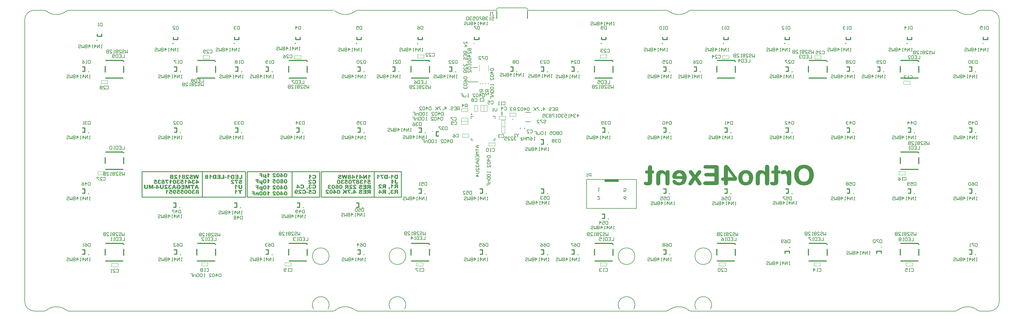
<source format=gbo>
G04*
G04 #@! TF.GenerationSoftware,Altium Limited,Altium Designer,20.2.6 (244)*
G04*
G04 Layer_Color=32896*
%FSLAX43Y43*%
%MOMM*%
G71*
G04*
G04 #@! TF.SameCoordinates,1B96AE11-6956-4914-BCA9-E7287AB91291*
G04*
G04*
G04 #@! TF.FilePolarity,Positive*
G04*
G01*
G75*
%ADD10C,0.200*%
%ADD11C,0.013*%
%ADD22C,0.250*%
%ADD68C,0.127*%
%ADD69C,0.300*%
%ADD70C,0.254*%
%ADD71C,0.100*%
%ADD72C,0.152*%
%ADD73R,4.500X0.800*%
G36*
X-88269Y-42555D02*
X-88244Y-42594D01*
X-88218Y-42629D01*
X-88193Y-42656D01*
X-88170Y-42682D01*
X-88151Y-42700D01*
X-88140Y-42710D01*
X-88137Y-42714D01*
X-88135D01*
X-88096Y-42744D01*
X-88049Y-42770D01*
X-88003Y-42793D01*
X-87959Y-42814D01*
X-87920Y-42830D01*
X-87901Y-42837D01*
X-87887Y-42844D01*
X-87874Y-42846D01*
X-87864Y-42851D01*
X-87860Y-42853D01*
X-87857D01*
Y-43140D01*
X-87901Y-43126D01*
X-87941Y-43115D01*
X-87973Y-43101D01*
X-88003Y-43089D01*
X-88026Y-43080D01*
X-88045Y-43073D01*
X-88054Y-43068D01*
X-88059Y-43066D01*
X-88089Y-43050D01*
X-88119Y-43031D01*
X-88149Y-43013D01*
X-88174Y-42997D01*
X-88195Y-42980D01*
X-88214Y-42969D01*
X-88223Y-42960D01*
X-88228Y-42957D01*
Y-43799D01*
X-88584D01*
Y-42511D01*
X-88292D01*
X-88269Y-42555D01*
D02*
G37*
G36*
X-93883Y-42555D02*
X-93857Y-42594D01*
X-93832Y-42629D01*
X-93806Y-42656D01*
X-93783Y-42682D01*
X-93765Y-42700D01*
X-93753Y-42710D01*
X-93751Y-42714D01*
X-93749D01*
X-93709Y-42744D01*
X-93663Y-42770D01*
X-93617Y-42793D01*
X-93573Y-42814D01*
X-93533Y-42830D01*
X-93515Y-42837D01*
X-93501Y-42844D01*
X-93487Y-42846D01*
X-93478Y-42851D01*
X-93473Y-42853D01*
X-93471D01*
Y-43140D01*
X-93515Y-43126D01*
X-93554Y-43115D01*
X-93587Y-43101D01*
X-93617Y-43089D01*
X-93640Y-43080D01*
X-93658Y-43073D01*
X-93668Y-43068D01*
X-93672Y-43066D01*
X-93702Y-43050D01*
X-93732Y-43031D01*
X-93763Y-43013D01*
X-93788Y-42997D01*
X-93809Y-42980D01*
X-93827Y-42969D01*
X-93837Y-42960D01*
X-93841Y-42957D01*
Y-43799D01*
X-94198D01*
Y-42511D01*
X-93906D01*
X-93883Y-42555D01*
D02*
G37*
G36*
X-88933Y-43473D02*
X-89445D01*
Y-43200D01*
X-88933D01*
Y-43473D01*
D02*
G37*
G36*
X-84000Y-43799D02*
X-85004D01*
Y-43487D01*
X-84391D01*
Y-42531D01*
X-84000D01*
Y-43799D01*
D02*
G37*
G36*
X-85182D02*
X-86251D01*
Y-43513D01*
X-85576D01*
Y-43263D01*
X-86184D01*
Y-43003D01*
X-85576D01*
Y-42802D01*
X-86233D01*
Y-42531D01*
X-85182D01*
Y-43799D01*
D02*
G37*
G36*
X-86467D02*
X-87047D01*
X-87089Y-43797D01*
X-87128Y-43795D01*
X-87170Y-43790D01*
X-87205Y-43783D01*
X-87237Y-43776D01*
X-87263Y-43772D01*
X-87272Y-43769D01*
X-87279D01*
X-87281Y-43767D01*
X-87283D01*
X-87318Y-43756D01*
X-87351Y-43739D01*
X-87378Y-43723D01*
X-87406Y-43707D01*
X-87427Y-43691D01*
X-87443Y-43677D01*
X-87452Y-43668D01*
X-87457Y-43665D01*
X-87487Y-43635D01*
X-87513Y-43603D01*
X-87536Y-43573D01*
X-87554Y-43543D01*
X-87568Y-43517D01*
X-87577Y-43496D01*
X-87584Y-43482D01*
X-87587Y-43480D01*
Y-43478D01*
X-87603Y-43432D01*
X-87614Y-43381D01*
X-87624Y-43327D01*
X-87628Y-43279D01*
X-87633Y-43233D01*
Y-43214D01*
X-87635Y-43196D01*
Y-43182D01*
Y-43172D01*
Y-43165D01*
Y-43163D01*
X-87633Y-43115D01*
X-87631Y-43071D01*
X-87626Y-43029D01*
X-87619Y-42992D01*
X-87612Y-42962D01*
X-87607Y-42939D01*
X-87605Y-42929D01*
Y-42923D01*
X-87603Y-42920D01*
Y-42918D01*
X-87589Y-42876D01*
X-87575Y-42837D01*
X-87559Y-42802D01*
X-87543Y-42772D01*
X-87526Y-42747D01*
X-87515Y-42730D01*
X-87506Y-42719D01*
X-87503Y-42714D01*
X-87476Y-42684D01*
X-87448Y-42656D01*
X-87418Y-42633D01*
X-87390Y-42615D01*
X-87364Y-42599D01*
X-87346Y-42589D01*
X-87332Y-42582D01*
X-87330Y-42580D01*
X-87327D01*
X-87286Y-42564D01*
X-87240Y-42552D01*
X-87193Y-42543D01*
X-87147Y-42538D01*
X-87108Y-42534D01*
X-87091D01*
X-87075Y-42531D01*
X-86467D01*
Y-43799D01*
D02*
G37*
G36*
X-89614D02*
X-90618D01*
Y-43487D01*
X-90005D01*
Y-42531D01*
X-89614D01*
Y-43799D01*
D02*
G37*
G36*
X-90796Y-43799D02*
X-91865D01*
Y-43513D01*
X-91189D01*
Y-43263D01*
X-91798D01*
Y-43003D01*
X-91189D01*
Y-42802D01*
X-91847D01*
Y-42531D01*
X-90796D01*
Y-43799D01*
D02*
G37*
G36*
X-92080D02*
X-92661D01*
X-92703Y-43797D01*
X-92742Y-43795D01*
X-92784Y-43790D01*
X-92818Y-43783D01*
X-92851Y-43776D01*
X-92876Y-43772D01*
X-92886Y-43769D01*
X-92892D01*
X-92895Y-43767D01*
X-92897D01*
X-92932Y-43756D01*
X-92964Y-43739D01*
X-92992Y-43723D01*
X-93020Y-43707D01*
X-93041Y-43691D01*
X-93057Y-43677D01*
X-93066Y-43668D01*
X-93071Y-43665D01*
X-93101Y-43635D01*
X-93126Y-43603D01*
X-93149Y-43573D01*
X-93168Y-43543D01*
X-93182Y-43517D01*
X-93191Y-43496D01*
X-93198Y-43482D01*
X-93200Y-43480D01*
Y-43478D01*
X-93216Y-43432D01*
X-93228Y-43381D01*
X-93237Y-43327D01*
X-93242Y-43279D01*
X-93246Y-43233D01*
Y-43214D01*
X-93249Y-43196D01*
Y-43182D01*
Y-43172D01*
Y-43165D01*
Y-43163D01*
X-93246Y-43115D01*
X-93244Y-43071D01*
X-93240Y-43029D01*
X-93233Y-42992D01*
X-93226Y-42962D01*
X-93221Y-42939D01*
X-93219Y-42929D01*
Y-42923D01*
X-93216Y-42920D01*
Y-42918D01*
X-93203Y-42876D01*
X-93189Y-42837D01*
X-93172Y-42802D01*
X-93156Y-42772D01*
X-93140Y-42747D01*
X-93128Y-42730D01*
X-93119Y-42719D01*
X-93117Y-42714D01*
X-93089Y-42684D01*
X-93061Y-42656D01*
X-93031Y-42633D01*
X-93004Y-42615D01*
X-92978Y-42599D01*
X-92960Y-42589D01*
X-92946Y-42582D01*
X-92943Y-42580D01*
X-92941D01*
X-92899Y-42564D01*
X-92853Y-42552D01*
X-92807Y-42543D01*
X-92761Y-42538D01*
X-92721Y-42534D01*
X-92705D01*
X-92689Y-42531D01*
X-92080D01*
Y-43799D01*
D02*
G37*
G36*
X-95007Y-42513D02*
X-94947Y-42522D01*
X-94894Y-42536D01*
X-94850Y-42550D01*
X-94832Y-42557D01*
X-94815Y-42564D01*
X-94799Y-42571D01*
X-94788Y-42578D01*
X-94778Y-42582D01*
X-94771Y-42587D01*
X-94769Y-42589D01*
X-94767D01*
X-94741Y-42608D01*
X-94718Y-42629D01*
X-94697Y-42652D01*
X-94681Y-42673D01*
X-94667Y-42693D01*
X-94656Y-42717D01*
X-94637Y-42756D01*
X-94626Y-42793D01*
X-94623Y-42809D01*
X-94621Y-42823D01*
X-94619Y-42832D01*
Y-42842D01*
Y-42846D01*
Y-42848D01*
X-94621Y-42883D01*
X-94626Y-42916D01*
X-94635Y-42946D01*
X-94644Y-42971D01*
X-94653Y-42992D01*
X-94663Y-43006D01*
X-94667Y-43017D01*
X-94670Y-43020D01*
X-94686Y-43038D01*
X-94704Y-43057D01*
X-94725Y-43073D01*
X-94744Y-43089D01*
X-94762Y-43101D01*
X-94776Y-43110D01*
X-94785Y-43115D01*
X-94790Y-43117D01*
X-94753Y-43133D01*
X-94718Y-43154D01*
X-94693Y-43172D01*
X-94670Y-43193D01*
X-94651Y-43209D01*
X-94640Y-43223D01*
X-94633Y-43233D01*
X-94630Y-43237D01*
X-94614Y-43267D01*
X-94600Y-43300D01*
X-94591Y-43330D01*
X-94586Y-43360D01*
X-94582Y-43388D01*
X-94579Y-43408D01*
Y-43422D01*
Y-43425D01*
Y-43427D01*
X-94582Y-43469D01*
X-94589Y-43508D01*
X-94596Y-43543D01*
X-94607Y-43573D01*
X-94616Y-43598D01*
X-94623Y-43617D01*
X-94630Y-43628D01*
X-94633Y-43633D01*
X-94656Y-43665D01*
X-94681Y-43693D01*
X-94709Y-43718D01*
X-94734Y-43737D01*
X-94758Y-43753D01*
X-94776Y-43765D01*
X-94790Y-43772D01*
X-94795Y-43774D01*
X-94838Y-43790D01*
X-94889Y-43802D01*
X-94940Y-43809D01*
X-94991Y-43813D01*
X-95035Y-43818D01*
X-95054D01*
X-95072Y-43820D01*
X-95144D01*
X-95181Y-43818D01*
X-95216Y-43813D01*
X-95246Y-43809D01*
X-95271Y-43806D01*
X-95290Y-43802D01*
X-95301Y-43799D01*
X-95306D01*
X-95341Y-43790D01*
X-95373Y-43781D01*
X-95398Y-43769D01*
X-95422Y-43760D01*
X-95440Y-43749D01*
X-95454Y-43742D01*
X-95463Y-43737D01*
X-95466Y-43735D01*
X-95489Y-43716D01*
X-95510Y-43695D01*
X-95528Y-43675D01*
X-95544Y-43654D01*
X-95558Y-43635D01*
X-95567Y-43621D01*
X-95572Y-43612D01*
X-95574Y-43607D01*
X-95588Y-43575D01*
X-95600Y-43545D01*
X-95607Y-43515D01*
X-95614Y-43487D01*
X-95616Y-43464D01*
X-95618Y-43445D01*
Y-43434D01*
Y-43429D01*
X-95616Y-43392D01*
X-95611Y-43360D01*
X-95602Y-43327D01*
X-95593Y-43302D01*
X-95584Y-43279D01*
X-95574Y-43263D01*
X-95570Y-43253D01*
X-95567Y-43249D01*
X-95547Y-43219D01*
X-95521Y-43193D01*
X-95496Y-43170D01*
X-95470Y-43152D01*
X-95447Y-43138D01*
X-95429Y-43126D01*
X-95417Y-43119D01*
X-95415Y-43117D01*
X-95412D01*
X-95440Y-43098D01*
X-95463Y-43078D01*
X-95484Y-43061D01*
X-95500Y-43045D01*
X-95512Y-43031D01*
X-95521Y-43020D01*
X-95526Y-43013D01*
X-95528Y-43010D01*
X-95544Y-42983D01*
X-95556Y-42955D01*
X-95565Y-42927D01*
X-95570Y-42902D01*
X-95574Y-42881D01*
X-95577Y-42865D01*
Y-42855D01*
Y-42851D01*
X-95574Y-42823D01*
X-95572Y-42798D01*
X-95558Y-42751D01*
X-95537Y-42710D01*
X-95516Y-42675D01*
X-95493Y-42647D01*
X-95473Y-42626D01*
X-95459Y-42612D01*
X-95456Y-42608D01*
X-95454D01*
X-95429Y-42592D01*
X-95403Y-42575D01*
X-95343Y-42552D01*
X-95280Y-42534D01*
X-95220Y-42522D01*
X-95190Y-42518D01*
X-95165Y-42515D01*
X-95139Y-42513D01*
X-95118D01*
X-95102Y-42511D01*
X-95077D01*
X-95007Y-42513D01*
D02*
G37*
G36*
X-86923Y-44076D02*
X-86867Y-44081D01*
X-86818Y-44088D01*
X-86779Y-44097D01*
X-86747Y-44106D01*
X-86724Y-44113D01*
X-86710Y-44118D01*
X-86707Y-44120D01*
X-86705D01*
X-86668Y-44139D01*
X-86638Y-44160D01*
X-86610Y-44180D01*
X-86589Y-44201D01*
X-86571Y-44220D01*
X-86557Y-44234D01*
X-86550Y-44243D01*
X-86548Y-44247D01*
X-86529Y-44282D01*
X-86513Y-44319D01*
X-86501Y-44356D01*
X-86490Y-44393D01*
X-86483Y-44428D01*
X-86478Y-44453D01*
X-86476Y-44465D01*
X-86474Y-44472D01*
Y-44477D01*
Y-44479D01*
X-86828Y-44507D01*
X-86835Y-44470D01*
X-86842Y-44440D01*
X-86851Y-44414D01*
X-86860Y-44393D01*
X-86869Y-44377D01*
X-86876Y-44365D01*
X-86881Y-44361D01*
X-86883Y-44359D01*
X-86902Y-44345D01*
X-86920Y-44333D01*
X-86939Y-44326D01*
X-86955Y-44319D01*
X-86971Y-44317D01*
X-86983Y-44315D01*
X-86994D01*
X-87017Y-44317D01*
X-87038Y-44322D01*
X-87057Y-44328D01*
X-87073Y-44335D01*
X-87087Y-44342D01*
X-87096Y-44349D01*
X-87101Y-44354D01*
X-87103Y-44356D01*
X-87117Y-44372D01*
X-87128Y-44389D01*
X-87135Y-44405D01*
X-87142Y-44421D01*
X-87145Y-44435D01*
X-87147Y-44446D01*
Y-44453D01*
Y-44456D01*
X-87145Y-44477D01*
X-87140Y-44495D01*
X-87133Y-44516D01*
X-87126Y-44532D01*
X-87117Y-44548D01*
X-87110Y-44560D01*
X-87105Y-44567D01*
X-87103Y-44569D01*
X-87094Y-44581D01*
X-87082Y-44595D01*
X-87054Y-44622D01*
X-87020Y-44650D01*
X-86987Y-44680D01*
X-86955Y-44706D01*
X-86929Y-44726D01*
X-86918Y-44733D01*
X-86911Y-44740D01*
X-86906Y-44743D01*
X-86904Y-44745D01*
X-86858Y-44780D01*
X-86816Y-44812D01*
X-86777Y-44844D01*
X-86742Y-44875D01*
X-86710Y-44905D01*
X-86682Y-44930D01*
X-86656Y-44956D01*
X-86636Y-44979D01*
X-86617Y-44999D01*
X-86599Y-45018D01*
X-86587Y-45034D01*
X-86575Y-45046D01*
X-86566Y-45057D01*
X-86562Y-45064D01*
X-86559Y-45069D01*
X-86557Y-45071D01*
X-86527Y-45122D01*
X-86501Y-45175D01*
X-86483Y-45224D01*
X-86469Y-45268D01*
X-86457Y-45307D01*
X-86455Y-45323D01*
X-86453Y-45337D01*
X-86450Y-45347D01*
X-86448Y-45356D01*
Y-45360D01*
Y-45363D01*
X-87508D01*
Y-45076D01*
X-86955D01*
X-86990Y-45046D01*
X-87015Y-45020D01*
X-87024Y-45013D01*
X-87031Y-45006D01*
X-87036Y-45004D01*
X-87038Y-45002D01*
X-87054Y-44988D01*
X-87075Y-44972D01*
X-87101Y-44956D01*
X-87124Y-44939D01*
X-87147Y-44923D01*
X-87165Y-44909D01*
X-87177Y-44900D01*
X-87182Y-44898D01*
X-87214Y-44875D01*
X-87244Y-44851D01*
X-87272Y-44828D01*
X-87297Y-44807D01*
X-87318Y-44787D01*
X-87339Y-44768D01*
X-87374Y-44733D01*
X-87399Y-44706D01*
X-87415Y-44685D01*
X-87427Y-44671D01*
X-87429Y-44666D01*
X-87452Y-44627D01*
X-87469Y-44588D01*
X-87482Y-44548D01*
X-87489Y-44516D01*
X-87494Y-44486D01*
X-87499Y-44463D01*
Y-44456D01*
Y-44449D01*
Y-44446D01*
Y-44444D01*
X-87496Y-44405D01*
X-87489Y-44368D01*
X-87480Y-44333D01*
X-87469Y-44305D01*
X-87457Y-44280D01*
X-87448Y-44264D01*
X-87441Y-44252D01*
X-87439Y-44247D01*
X-87415Y-44217D01*
X-87388Y-44190D01*
X-87360Y-44169D01*
X-87334Y-44150D01*
X-87311Y-44136D01*
X-87290Y-44125D01*
X-87279Y-44120D01*
X-87277Y-44118D01*
X-87274D01*
X-87233Y-44104D01*
X-87186Y-44092D01*
X-87138Y-44085D01*
X-87091Y-44079D01*
X-87050Y-44076D01*
X-87031D01*
X-87015Y-44074D01*
X-86985D01*
X-86923Y-44076D01*
D02*
G37*
G36*
X-85298Y-44393D02*
X-85923D01*
X-85888Y-44437D01*
X-85856Y-44481D01*
X-85826Y-44525D01*
X-85798Y-44564D01*
X-85772Y-44604D01*
X-85749Y-44641D01*
X-85729Y-44676D01*
X-85710Y-44708D01*
X-85694Y-44738D01*
X-85680Y-44766D01*
X-85668Y-44789D01*
X-85657Y-44807D01*
X-85650Y-44824D01*
X-85645Y-44835D01*
X-85641Y-44842D01*
Y-44844D01*
X-85624Y-44884D01*
X-85608Y-44925D01*
X-85583Y-45013D01*
X-85560Y-45099D01*
X-85550Y-45141D01*
X-85541Y-45182D01*
X-85534Y-45219D01*
X-85527Y-45254D01*
X-85523Y-45284D01*
X-85518Y-45312D01*
X-85516Y-45333D01*
X-85513Y-45349D01*
X-85511Y-45358D01*
Y-45363D01*
X-85863D01*
X-85870Y-45282D01*
X-85881Y-45210D01*
X-85890Y-45143D01*
X-85897Y-45115D01*
X-85902Y-45087D01*
X-85907Y-45062D01*
X-85914Y-45041D01*
X-85918Y-45023D01*
X-85921Y-45006D01*
X-85925Y-44995D01*
X-85928Y-44986D01*
X-85930Y-44981D01*
Y-44979D01*
X-85955Y-44902D01*
X-85983Y-44831D01*
X-86011Y-44766D01*
X-86025Y-44736D01*
X-86039Y-44708D01*
X-86052Y-44685D01*
X-86064Y-44662D01*
X-86073Y-44643D01*
X-86083Y-44627D01*
X-86092Y-44613D01*
X-86096Y-44604D01*
X-86099Y-44599D01*
X-86101Y-44597D01*
X-86136Y-44546D01*
X-86175Y-44497D01*
X-86212Y-44451D01*
X-86249Y-44414D01*
X-86279Y-44382D01*
X-86305Y-44356D01*
X-86314Y-44347D01*
X-86321Y-44340D01*
X-86326Y-44338D01*
X-86328Y-44335D01*
Y-44095D01*
X-85298D01*
Y-44393D01*
D02*
G37*
G36*
X-84518Y-44076D02*
X-84456Y-44081D01*
X-84403Y-44090D01*
X-84377Y-44095D01*
X-84356Y-44099D01*
X-84338Y-44104D01*
X-84322Y-44109D01*
X-84308Y-44113D01*
X-84296Y-44118D01*
X-84287Y-44120D01*
X-84280Y-44123D01*
X-84278Y-44125D01*
X-84275D01*
X-84236Y-44146D01*
X-84201Y-44166D01*
X-84171Y-44190D01*
X-84148Y-44210D01*
X-84130Y-44231D01*
X-84116Y-44247D01*
X-84106Y-44257D01*
X-84104Y-44261D01*
X-84086Y-44294D01*
X-84072Y-44326D01*
X-84062Y-44359D01*
X-84056Y-44386D01*
X-84051Y-44409D01*
X-84049Y-44430D01*
Y-44442D01*
Y-44444D01*
Y-44446D01*
X-84051Y-44474D01*
X-84053Y-44500D01*
X-84065Y-44546D01*
X-84083Y-44588D01*
X-84104Y-44622D01*
X-84123Y-44652D01*
X-84141Y-44673D01*
X-84153Y-44685D01*
X-84157Y-44687D01*
Y-44689D01*
X-84180Y-44708D01*
X-84206Y-44724D01*
X-84261Y-44754D01*
X-84322Y-44780D01*
X-84384Y-44803D01*
X-84412Y-44812D01*
X-84437Y-44819D01*
X-84463Y-44826D01*
X-84484Y-44833D01*
X-84500Y-44835D01*
X-84514Y-44840D01*
X-84523Y-44842D01*
X-84525D01*
X-84553Y-44849D01*
X-84578Y-44856D01*
X-84602Y-44861D01*
X-84622Y-44868D01*
X-84657Y-44881D01*
X-84685Y-44893D01*
X-84703Y-44902D01*
X-84717Y-44909D01*
X-84724Y-44914D01*
X-84727Y-44916D01*
X-84740Y-44930D01*
X-84752Y-44946D01*
X-84759Y-44960D01*
X-84766Y-44974D01*
X-84768Y-44986D01*
X-84771Y-44995D01*
Y-45002D01*
Y-45004D01*
X-84768Y-45023D01*
X-84764Y-45041D01*
X-84757Y-45057D01*
X-84747Y-45071D01*
X-84738Y-45080D01*
X-84731Y-45090D01*
X-84727Y-45094D01*
X-84724Y-45097D01*
X-84706Y-45108D01*
X-84685Y-45118D01*
X-84664Y-45124D01*
X-84643Y-45129D01*
X-84622Y-45131D01*
X-84609Y-45134D01*
X-84595D01*
X-84555Y-45131D01*
X-84521Y-45122D01*
X-84491Y-45111D01*
X-84465Y-45094D01*
X-84447Y-45080D01*
X-84433Y-45069D01*
X-84423Y-45060D01*
X-84421Y-45057D01*
X-84410Y-45039D01*
X-84398Y-45016D01*
X-84384Y-44969D01*
X-84377Y-44951D01*
X-84375Y-44935D01*
X-84373Y-44923D01*
Y-44919D01*
X-84000Y-44944D01*
X-84005Y-44979D01*
X-84012Y-45013D01*
X-84028Y-45074D01*
X-84051Y-45129D01*
X-84076Y-45175D01*
X-84088Y-45194D01*
X-84100Y-45212D01*
X-84111Y-45226D01*
X-84120Y-45238D01*
X-84127Y-45247D01*
X-84134Y-45254D01*
X-84137Y-45259D01*
X-84139Y-45261D01*
X-84164Y-45282D01*
X-84194Y-45300D01*
X-84227Y-45319D01*
X-84261Y-45333D01*
X-84336Y-45354D01*
X-84410Y-45367D01*
X-84447Y-45374D01*
X-84479Y-45377D01*
X-84509Y-45379D01*
X-84535Y-45381D01*
X-84558Y-45384D01*
X-84588D01*
X-84655Y-45381D01*
X-84713Y-45377D01*
X-84766Y-45367D01*
X-84810Y-45358D01*
X-84828Y-45354D01*
X-84845Y-45349D01*
X-84861Y-45344D01*
X-84872Y-45340D01*
X-84882Y-45337D01*
X-84889Y-45335D01*
X-84891Y-45333D01*
X-84893D01*
X-84937Y-45310D01*
X-84974Y-45286D01*
X-85007Y-45261D01*
X-85034Y-45236D01*
X-85055Y-45212D01*
X-85071Y-45194D01*
X-85081Y-45182D01*
X-85083Y-45178D01*
X-85106Y-45138D01*
X-85122Y-45099D01*
X-85136Y-45060D01*
X-85143Y-45025D01*
X-85148Y-44995D01*
X-85152Y-44972D01*
Y-44962D01*
Y-44956D01*
Y-44953D01*
Y-44951D01*
X-85150Y-44914D01*
X-85145Y-44877D01*
X-85136Y-44847D01*
X-85127Y-44819D01*
X-85118Y-44796D01*
X-85108Y-44777D01*
X-85104Y-44768D01*
X-85101Y-44763D01*
X-85081Y-44733D01*
X-85055Y-44706D01*
X-85027Y-44682D01*
X-85002Y-44662D01*
X-84976Y-44645D01*
X-84958Y-44634D01*
X-84944Y-44627D01*
X-84942Y-44625D01*
X-84939D01*
X-84916Y-44613D01*
X-84891Y-44604D01*
X-84835Y-44583D01*
X-84773Y-44562D01*
X-84713Y-44546D01*
X-84685Y-44539D01*
X-84657Y-44532D01*
X-84632Y-44525D01*
X-84611Y-44521D01*
X-84595Y-44516D01*
X-84581Y-44514D01*
X-84572Y-44511D01*
X-84569D01*
X-84535Y-44504D01*
X-84507Y-44495D01*
X-84484Y-44488D01*
X-84467Y-44481D01*
X-84454Y-44474D01*
X-84447Y-44470D01*
X-84442Y-44465D01*
X-84440D01*
X-84430Y-44456D01*
X-84423Y-44446D01*
X-84417Y-44428D01*
X-84412Y-44414D01*
Y-44412D01*
Y-44409D01*
X-84414Y-44396D01*
X-84417Y-44382D01*
X-84428Y-44359D01*
X-84440Y-44345D01*
X-84442Y-44342D01*
X-84444Y-44340D01*
X-84458Y-44331D01*
X-84474Y-44322D01*
X-84509Y-44315D01*
X-84525Y-44312D01*
X-84537Y-44310D01*
X-84548D01*
X-84578Y-44312D01*
X-84604Y-44317D01*
X-84627Y-44322D01*
X-84646Y-44328D01*
X-84659Y-44338D01*
X-84669Y-44342D01*
X-84676Y-44347D01*
X-84678Y-44349D01*
X-84694Y-44365D01*
X-84708Y-44386D01*
X-84717Y-44407D01*
X-84727Y-44426D01*
X-84734Y-44444D01*
X-84738Y-44460D01*
X-84740Y-44470D01*
Y-44474D01*
X-85111Y-44453D01*
X-85104Y-44419D01*
X-85097Y-44384D01*
X-85088Y-44354D01*
X-85076Y-44326D01*
X-85064Y-44301D01*
X-85051Y-44275D01*
X-85039Y-44254D01*
X-85025Y-44236D01*
X-85000Y-44206D01*
X-84979Y-44183D01*
X-84963Y-44171D01*
X-84960Y-44166D01*
X-84958D01*
X-84933Y-44150D01*
X-84905Y-44136D01*
X-84847Y-44113D01*
X-84784Y-44097D01*
X-84724Y-44085D01*
X-84697Y-44081D01*
X-84671Y-44079D01*
X-84648Y-44076D01*
X-84627D01*
X-84611Y-44074D01*
X-84588D01*
X-84518Y-44076D01*
D02*
G37*
G36*
X-85904Y-45681D02*
X-85879Y-45721D01*
X-85853Y-45755D01*
X-85828Y-45783D01*
X-85805Y-45808D01*
X-85786Y-45827D01*
X-85775Y-45836D01*
X-85772Y-45841D01*
X-85770D01*
X-85731Y-45871D01*
X-85685Y-45896D01*
X-85638Y-45920D01*
X-85594Y-45940D01*
X-85555Y-45957D01*
X-85536Y-45963D01*
X-85523Y-45970D01*
X-85509Y-45973D01*
X-85499Y-45977D01*
X-85495Y-45980D01*
X-85492D01*
Y-46267D01*
X-85536Y-46253D01*
X-85576Y-46241D01*
X-85608Y-46227D01*
X-85638Y-46216D01*
X-85661Y-46206D01*
X-85680Y-46200D01*
X-85689Y-46195D01*
X-85694Y-46193D01*
X-85724Y-46176D01*
X-85754Y-46158D01*
X-85784Y-46139D01*
X-85810Y-46123D01*
X-85830Y-46107D01*
X-85849Y-46095D01*
X-85858Y-46086D01*
X-85863Y-46084D01*
Y-46926D01*
X-86219D01*
Y-45637D01*
X-85928D01*
X-85904Y-45681D01*
D02*
G37*
G36*
X-84000Y-46415D02*
X-84002Y-46449D01*
X-84005Y-46486D01*
X-84012Y-46523D01*
X-84019Y-46556D01*
X-84023Y-46584D01*
X-84030Y-46607D01*
X-84032Y-46616D01*
Y-46623D01*
X-84035Y-46625D01*
Y-46628D01*
X-84044Y-46655D01*
X-84058Y-46683D01*
X-84072Y-46709D01*
X-84086Y-46729D01*
X-84097Y-46748D01*
X-84109Y-46764D01*
X-84116Y-46773D01*
X-84118Y-46776D01*
X-84141Y-46801D01*
X-84164Y-46822D01*
X-84187Y-46840D01*
X-84208Y-46857D01*
X-84227Y-46868D01*
X-84241Y-46877D01*
X-84250Y-46882D01*
X-84252Y-46884D01*
X-84282Y-46896D01*
X-84312Y-46908D01*
X-84342Y-46917D01*
X-84373Y-46921D01*
X-84396Y-46928D01*
X-84417Y-46931D01*
X-84430Y-46933D01*
X-84435D01*
X-84477Y-46938D01*
X-84514Y-46940D01*
X-84548Y-46945D01*
X-84578D01*
X-84604Y-46947D01*
X-84639D01*
X-84697Y-46945D01*
X-84750Y-46940D01*
X-84796Y-46933D01*
X-84835Y-46926D01*
X-84870Y-46919D01*
X-84893Y-46912D01*
X-84902Y-46910D01*
X-84909Y-46908D01*
X-84912Y-46905D01*
X-84914D01*
X-84944Y-46891D01*
X-84972Y-46875D01*
X-85000Y-46859D01*
X-85023Y-46843D01*
X-85041Y-46827D01*
X-85055Y-46813D01*
X-85067Y-46803D01*
X-85069Y-46801D01*
X-85097Y-46773D01*
X-85118Y-46743D01*
X-85138Y-46713D01*
X-85152Y-46685D01*
X-85166Y-46662D01*
X-85173Y-46644D01*
X-85178Y-46632D01*
X-85180Y-46628D01*
X-85192Y-46588D01*
X-85201Y-46551D01*
X-85208Y-46517D01*
X-85213Y-46482D01*
X-85215Y-46454D01*
X-85217Y-46433D01*
Y-46419D01*
Y-46417D01*
Y-46415D01*
Y-45658D01*
X-84826D01*
Y-46431D01*
X-84824Y-46468D01*
X-84817Y-46500D01*
X-84808Y-46530D01*
X-84798Y-46554D01*
X-84787Y-46572D01*
X-84777Y-46584D01*
X-84771Y-46593D01*
X-84768Y-46595D01*
X-84745Y-46614D01*
X-84720Y-46628D01*
X-84692Y-46637D01*
X-84666Y-46644D01*
X-84643Y-46648D01*
X-84625Y-46651D01*
X-84609D01*
X-84572Y-46648D01*
X-84539Y-46641D01*
X-84511Y-46632D01*
X-84488Y-46621D01*
X-84470Y-46611D01*
X-84458Y-46602D01*
X-84449Y-46595D01*
X-84447Y-46593D01*
X-84428Y-46570D01*
X-84414Y-46542D01*
X-84405Y-46517D01*
X-84398Y-46491D01*
X-84393Y-46468D01*
X-84391Y-46447D01*
Y-46436D01*
Y-46431D01*
Y-45658D01*
X-84000D01*
Y-46415D01*
D02*
G37*
G36*
X-84495Y-47959D02*
Y-48489D01*
X-84889D01*
Y-47959D01*
X-85381Y-47221D01*
X-84946D01*
X-84690Y-47647D01*
X-84435Y-47221D01*
X-84000D01*
X-84495Y-47959D01*
D02*
G37*
G36*
X-85937Y-47244D02*
X-85911Y-47284D01*
X-85886Y-47319D01*
X-85860Y-47346D01*
X-85837Y-47372D01*
X-85819Y-47390D01*
X-85807Y-47400D01*
X-85805Y-47404D01*
X-85803D01*
X-85763Y-47434D01*
X-85717Y-47460D01*
X-85671Y-47483D01*
X-85627Y-47504D01*
X-85587Y-47520D01*
X-85569Y-47527D01*
X-85555Y-47534D01*
X-85541Y-47536D01*
X-85532Y-47541D01*
X-85527Y-47543D01*
X-85525D01*
Y-47830D01*
X-85569Y-47816D01*
X-85608Y-47804D01*
X-85641Y-47791D01*
X-85671Y-47779D01*
X-85694Y-47770D01*
X-85712Y-47763D01*
X-85722Y-47758D01*
X-85726Y-47756D01*
X-85756Y-47740D01*
X-85786Y-47721D01*
X-85816Y-47703D01*
X-85842Y-47686D01*
X-85863Y-47670D01*
X-85881Y-47659D01*
X-85890Y-47649D01*
X-85895Y-47647D01*
Y-48489D01*
X-86251D01*
Y-47201D01*
X-85960D01*
X-85937Y-47244D01*
D02*
G37*
G36*
X-44412Y-42544D02*
X-44386Y-42583D01*
X-44361Y-42618D01*
X-44336Y-42646D01*
X-44312Y-42671D01*
X-44294Y-42690D01*
X-44282Y-42699D01*
X-44280Y-42704D01*
X-44278D01*
X-44238Y-42734D01*
X-44192Y-42759D01*
X-44146Y-42782D01*
X-44102Y-42803D01*
X-44062Y-42819D01*
X-44044Y-42826D01*
X-44030Y-42833D01*
X-44016Y-42836D01*
X-44007Y-42840D01*
X-44002Y-42842D01*
X-44000D01*
Y-43129D01*
X-44044Y-43116D01*
X-44083Y-43104D01*
X-44116Y-43090D01*
X-44146Y-43078D01*
X-44169Y-43069D01*
X-44187Y-43062D01*
X-44197Y-43058D01*
X-44201Y-43055D01*
X-44231Y-43039D01*
X-44261Y-43021D01*
X-44292Y-43002D01*
X-44317Y-42986D01*
X-44338Y-42970D01*
X-44356Y-42958D01*
X-44366Y-42949D01*
X-44370Y-42947D01*
Y-43789D01*
X-44727D01*
Y-42500D01*
X-44435D01*
X-44412Y-42544D01*
D02*
G37*
G36*
X-48253D02*
X-48228Y-42583D01*
X-48202Y-42618D01*
X-48177Y-42646D01*
X-48154Y-42671D01*
X-48135Y-42690D01*
X-48123Y-42699D01*
X-48121Y-42704D01*
X-48119D01*
X-48079Y-42734D01*
X-48033Y-42759D01*
X-47987Y-42782D01*
X-47943Y-42803D01*
X-47904Y-42819D01*
X-47885Y-42826D01*
X-47871Y-42833D01*
X-47857Y-42836D01*
X-47848Y-42840D01*
X-47843Y-42842D01*
X-47841D01*
Y-43129D01*
X-47885Y-43116D01*
X-47924Y-43104D01*
X-47957Y-43090D01*
X-47987Y-43078D01*
X-48010Y-43069D01*
X-48029Y-43062D01*
X-48038Y-43058D01*
X-48042Y-43055D01*
X-48073Y-43039D01*
X-48103Y-43021D01*
X-48133Y-43002D01*
X-48158Y-42986D01*
X-48179Y-42970D01*
X-48197Y-42958D01*
X-48207Y-42949D01*
X-48211Y-42947D01*
Y-43789D01*
X-48568D01*
Y-42500D01*
X-48276D01*
X-48253Y-42544D01*
D02*
G37*
G36*
X-45169Y-43789D02*
X-45536D01*
Y-43090D01*
X-46013Y-43789D01*
X-46383D01*
Y-42521D01*
X-46013D01*
Y-43224D01*
X-45532Y-42521D01*
X-45169D01*
Y-43789D01*
D02*
G37*
G36*
X-51523Y-43789D02*
X-51907D01*
X-52129Y-42991D01*
X-52351Y-43789D01*
X-52737D01*
X-53017Y-42521D01*
X-52645D01*
X-52511Y-43231D01*
X-52314Y-42521D01*
X-51944D01*
X-51747Y-43229D01*
X-51613Y-42521D01*
X-51243D01*
X-51523Y-43789D01*
D02*
G37*
G36*
X-46550Y-43264D02*
Y-43553D01*
X-47193D01*
Y-43789D01*
X-47501D01*
Y-43553D01*
X-47661D01*
Y-43280D01*
X-47501D01*
Y-42500D01*
X-47193D01*
X-46550Y-43264D01*
D02*
G37*
G36*
X-48915D02*
Y-43553D01*
X-49558D01*
Y-43789D01*
X-49866D01*
Y-43553D01*
X-50026D01*
Y-43280D01*
X-49866D01*
Y-42500D01*
X-49558D01*
X-48915Y-43264D01*
D02*
G37*
G36*
X-50560Y-42502D02*
X-50500Y-42512D01*
X-50447Y-42525D01*
X-50403Y-42539D01*
X-50384Y-42546D01*
X-50368Y-42553D01*
X-50352Y-42560D01*
X-50340Y-42567D01*
X-50331Y-42572D01*
X-50324Y-42576D01*
X-50322Y-42579D01*
X-50319D01*
X-50294Y-42597D01*
X-50271Y-42618D01*
X-50250Y-42641D01*
X-50234Y-42662D01*
X-50220Y-42683D01*
X-50208Y-42706D01*
X-50190Y-42745D01*
X-50178Y-42782D01*
X-50176Y-42798D01*
X-50174Y-42812D01*
X-50171Y-42822D01*
Y-42831D01*
Y-42836D01*
Y-42838D01*
X-50174Y-42873D01*
X-50178Y-42905D01*
X-50187Y-42935D01*
X-50197Y-42960D01*
X-50206Y-42981D01*
X-50215Y-42995D01*
X-50220Y-43007D01*
X-50222Y-43009D01*
X-50238Y-43028D01*
X-50257Y-43046D01*
X-50278Y-43062D01*
X-50296Y-43078D01*
X-50315Y-43090D01*
X-50329Y-43099D01*
X-50338Y-43104D01*
X-50343Y-43106D01*
X-50305Y-43122D01*
X-50271Y-43143D01*
X-50245Y-43162D01*
X-50222Y-43183D01*
X-50204Y-43199D01*
X-50192Y-43213D01*
X-50185Y-43222D01*
X-50183Y-43227D01*
X-50167Y-43257D01*
X-50153Y-43289D01*
X-50144Y-43319D01*
X-50139Y-43349D01*
X-50134Y-43377D01*
X-50132Y-43398D01*
Y-43412D01*
Y-43414D01*
Y-43416D01*
X-50134Y-43458D01*
X-50141Y-43497D01*
X-50148Y-43532D01*
X-50160Y-43562D01*
X-50169Y-43588D01*
X-50176Y-43606D01*
X-50183Y-43618D01*
X-50185Y-43622D01*
X-50208Y-43655D01*
X-50234Y-43682D01*
X-50262Y-43708D01*
X-50287Y-43726D01*
X-50310Y-43743D01*
X-50329Y-43754D01*
X-50343Y-43761D01*
X-50347Y-43763D01*
X-50391Y-43780D01*
X-50442Y-43791D01*
X-50493Y-43798D01*
X-50544Y-43803D01*
X-50588Y-43807D01*
X-50606D01*
X-50625Y-43810D01*
X-50697D01*
X-50734Y-43807D01*
X-50768Y-43803D01*
X-50798Y-43798D01*
X-50824Y-43796D01*
X-50842Y-43791D01*
X-50854Y-43789D01*
X-50859D01*
X-50893Y-43780D01*
X-50926Y-43770D01*
X-50951Y-43759D01*
X-50974Y-43750D01*
X-50993Y-43738D01*
X-51007Y-43731D01*
X-51016Y-43726D01*
X-51018Y-43724D01*
X-51041Y-43706D01*
X-51062Y-43685D01*
X-51081Y-43664D01*
X-51097Y-43643D01*
X-51111Y-43625D01*
X-51120Y-43611D01*
X-51125Y-43601D01*
X-51127Y-43597D01*
X-51141Y-43564D01*
X-51152Y-43534D01*
X-51159Y-43504D01*
X-51166Y-43476D01*
X-51169Y-43453D01*
X-51171Y-43435D01*
Y-43423D01*
Y-43419D01*
X-51169Y-43382D01*
X-51164Y-43349D01*
X-51155Y-43317D01*
X-51145Y-43291D01*
X-51136Y-43268D01*
X-51127Y-43252D01*
X-51122Y-43243D01*
X-51120Y-43238D01*
X-51099Y-43208D01*
X-51074Y-43183D01*
X-51048Y-43159D01*
X-51023Y-43141D01*
X-51000Y-43127D01*
X-50981Y-43116D01*
X-50970Y-43109D01*
X-50967Y-43106D01*
X-50965D01*
X-50993Y-43088D01*
X-51016Y-43067D01*
X-51037Y-43051D01*
X-51053Y-43035D01*
X-51064Y-43021D01*
X-51074Y-43009D01*
X-51078Y-43002D01*
X-51081Y-43000D01*
X-51097Y-42972D01*
X-51108Y-42944D01*
X-51118Y-42917D01*
X-51122Y-42891D01*
X-51127Y-42870D01*
X-51129Y-42854D01*
Y-42845D01*
Y-42840D01*
X-51127Y-42812D01*
X-51125Y-42787D01*
X-51111Y-42741D01*
X-51090Y-42699D01*
X-51069Y-42664D01*
X-51046Y-42637D01*
X-51025Y-42616D01*
X-51011Y-42602D01*
X-51009Y-42597D01*
X-51007D01*
X-50981Y-42581D01*
X-50956Y-42565D01*
X-50896Y-42542D01*
X-50833Y-42523D01*
X-50773Y-42512D01*
X-50743Y-42507D01*
X-50717Y-42505D01*
X-50692Y-42502D01*
X-50671D01*
X-50655Y-42500D01*
X-50629D01*
X-50560Y-42502D01*
D02*
G37*
G36*
X-53594Y-42502D02*
X-53531Y-42507D01*
X-53478Y-42516D01*
X-53452Y-42521D01*
X-53432Y-42525D01*
X-53413Y-42530D01*
X-53397Y-42535D01*
X-53383Y-42539D01*
X-53371Y-42544D01*
X-53362Y-42546D01*
X-53355Y-42549D01*
X-53353Y-42551D01*
X-53351D01*
X-53311Y-42572D01*
X-53277Y-42593D01*
X-53246Y-42616D01*
X-53223Y-42637D01*
X-53205Y-42657D01*
X-53191Y-42674D01*
X-53182Y-42683D01*
X-53179Y-42687D01*
X-53161Y-42720D01*
X-53147Y-42752D01*
X-53138Y-42785D01*
X-53131Y-42812D01*
X-53126Y-42836D01*
X-53124Y-42856D01*
Y-42868D01*
Y-42870D01*
Y-42873D01*
X-53126Y-42900D01*
X-53128Y-42926D01*
X-53140Y-42972D01*
X-53159Y-43014D01*
X-53179Y-43048D01*
X-53198Y-43078D01*
X-53216Y-43099D01*
X-53228Y-43111D01*
X-53233Y-43113D01*
Y-43116D01*
X-53256Y-43134D01*
X-53281Y-43150D01*
X-53337Y-43180D01*
X-53397Y-43206D01*
X-53459Y-43229D01*
X-53487Y-43238D01*
X-53513Y-43245D01*
X-53538Y-43252D01*
X-53559Y-43259D01*
X-53575Y-43261D01*
X-53589Y-43266D01*
X-53598Y-43268D01*
X-53601D01*
X-53628Y-43275D01*
X-53654Y-43282D01*
X-53677Y-43287D01*
X-53698Y-43294D01*
X-53732Y-43308D01*
X-53760Y-43319D01*
X-53779Y-43328D01*
X-53793Y-43335D01*
X-53800Y-43340D01*
X-53802Y-43342D01*
X-53816Y-43356D01*
X-53827Y-43372D01*
X-53834Y-43386D01*
X-53841Y-43400D01*
X-53843Y-43412D01*
X-53846Y-43421D01*
Y-43428D01*
Y-43430D01*
X-53843Y-43449D01*
X-53839Y-43467D01*
X-53832Y-43483D01*
X-53823Y-43497D01*
X-53813Y-43507D01*
X-53806Y-43516D01*
X-53802Y-43520D01*
X-53800Y-43523D01*
X-53781Y-43534D01*
X-53760Y-43544D01*
X-53739Y-43551D01*
X-53719Y-43555D01*
X-53698Y-43557D01*
X-53684Y-43560D01*
X-53670D01*
X-53631Y-43557D01*
X-53596Y-43548D01*
X-53566Y-43537D01*
X-53540Y-43520D01*
X-53522Y-43507D01*
X-53508Y-43495D01*
X-53499Y-43486D01*
X-53496Y-43483D01*
X-53485Y-43465D01*
X-53473Y-43442D01*
X-53459Y-43395D01*
X-53452Y-43377D01*
X-53450Y-43361D01*
X-53448Y-43349D01*
Y-43345D01*
X-53075Y-43370D01*
X-53080Y-43405D01*
X-53087Y-43439D01*
X-53103Y-43500D01*
X-53126Y-43555D01*
X-53152Y-43601D01*
X-53163Y-43620D01*
X-53175Y-43638D01*
X-53186Y-43652D01*
X-53196Y-43664D01*
X-53203Y-43673D01*
X-53209Y-43680D01*
X-53212Y-43685D01*
X-53214Y-43687D01*
X-53240Y-43708D01*
X-53270Y-43726D01*
X-53302Y-43745D01*
X-53337Y-43759D01*
X-53411Y-43780D01*
X-53485Y-43793D01*
X-53522Y-43800D01*
X-53554Y-43803D01*
X-53584Y-43805D01*
X-53610Y-43807D01*
X-53633Y-43810D01*
X-53663D01*
X-53730Y-43807D01*
X-53788Y-43803D01*
X-53841Y-43793D01*
X-53885Y-43784D01*
X-53904Y-43780D01*
X-53920Y-43775D01*
X-53936Y-43770D01*
X-53948Y-43766D01*
X-53957Y-43763D01*
X-53964Y-43761D01*
X-53966Y-43759D01*
X-53968D01*
X-54012Y-43736D01*
X-54049Y-43713D01*
X-54082Y-43687D01*
X-54110Y-43662D01*
X-54130Y-43638D01*
X-54147Y-43620D01*
X-54156Y-43608D01*
X-54158Y-43604D01*
X-54181Y-43564D01*
X-54198Y-43525D01*
X-54211Y-43486D01*
X-54218Y-43451D01*
X-54223Y-43421D01*
X-54228Y-43398D01*
Y-43389D01*
Y-43382D01*
Y-43379D01*
Y-43377D01*
X-54225Y-43340D01*
X-54221Y-43303D01*
X-54211Y-43273D01*
X-54202Y-43245D01*
X-54193Y-43222D01*
X-54184Y-43203D01*
X-54179Y-43194D01*
X-54177Y-43190D01*
X-54156Y-43159D01*
X-54130Y-43132D01*
X-54103Y-43109D01*
X-54077Y-43088D01*
X-54052Y-43072D01*
X-54033Y-43060D01*
X-54019Y-43053D01*
X-54017Y-43051D01*
X-54015D01*
X-53992Y-43039D01*
X-53966Y-43030D01*
X-53911Y-43009D01*
X-53848Y-42988D01*
X-53788Y-42972D01*
X-53760Y-42965D01*
X-53732Y-42958D01*
X-53707Y-42951D01*
X-53686Y-42947D01*
X-53670Y-42942D01*
X-53656Y-42940D01*
X-53647Y-42937D01*
X-53645D01*
X-53610Y-42930D01*
X-53582Y-42921D01*
X-53559Y-42914D01*
X-53543Y-42907D01*
X-53529Y-42900D01*
X-53522Y-42896D01*
X-53517Y-42891D01*
X-53515D01*
X-53506Y-42882D01*
X-53499Y-42873D01*
X-53492Y-42854D01*
X-53487Y-42840D01*
Y-42838D01*
Y-42836D01*
X-53489Y-42822D01*
X-53492Y-42808D01*
X-53503Y-42785D01*
X-53515Y-42771D01*
X-53517Y-42768D01*
X-53520Y-42766D01*
X-53533Y-42757D01*
X-53550Y-42748D01*
X-53584Y-42741D01*
X-53601Y-42738D01*
X-53612Y-42736D01*
X-53624D01*
X-53654Y-42738D01*
X-53679Y-42743D01*
X-53702Y-42748D01*
X-53721Y-42755D01*
X-53735Y-42764D01*
X-53744Y-42768D01*
X-53751Y-42773D01*
X-53753Y-42775D01*
X-53769Y-42792D01*
X-53783Y-42812D01*
X-53793Y-42833D01*
X-53802Y-42852D01*
X-53809Y-42870D01*
X-53813Y-42886D01*
X-53816Y-42896D01*
Y-42900D01*
X-54186Y-42879D01*
X-54179Y-42845D01*
X-54172Y-42810D01*
X-54163Y-42780D01*
X-54151Y-42752D01*
X-54140Y-42727D01*
X-54126Y-42701D01*
X-54114Y-42680D01*
X-54100Y-42662D01*
X-54075Y-42632D01*
X-54054Y-42609D01*
X-54038Y-42597D01*
X-54036Y-42593D01*
X-54033D01*
X-54008Y-42576D01*
X-53980Y-42562D01*
X-53922Y-42539D01*
X-53860Y-42523D01*
X-53800Y-42512D01*
X-53772Y-42507D01*
X-53746Y-42505D01*
X-53723Y-42502D01*
X-53702D01*
X-53686Y-42500D01*
X-53663D01*
X-53594Y-42502D01*
D02*
G37*
G36*
X-46804Y-44068D02*
X-46770Y-44070D01*
X-46737Y-44077D01*
X-46707Y-44084D01*
X-46680Y-44091D01*
X-46654Y-44098D01*
X-46633Y-44105D01*
X-46612Y-44114D01*
X-46594Y-44121D01*
X-46580Y-44128D01*
X-46568Y-44135D01*
X-46557Y-44142D01*
X-46550Y-44144D01*
X-46548Y-44149D01*
X-46545D01*
X-46504Y-44184D01*
X-46471Y-44223D01*
X-46444Y-44265D01*
X-46423Y-44304D01*
X-46407Y-44339D01*
X-46402Y-44355D01*
X-46395Y-44369D01*
X-46393Y-44378D01*
X-46390Y-44387D01*
X-46388Y-44392D01*
Y-44394D01*
X-46721Y-44452D01*
X-46728Y-44420D01*
X-46735Y-44392D01*
X-46744Y-44371D01*
X-46751Y-44353D01*
X-46761Y-44339D01*
X-46765Y-44329D01*
X-46770Y-44325D01*
X-46772Y-44322D01*
X-46788Y-44309D01*
X-46804Y-44299D01*
X-46821Y-44292D01*
X-46837Y-44288D01*
X-46853Y-44285D01*
X-46865Y-44283D01*
X-46874D01*
X-46897Y-44285D01*
X-46916Y-44288D01*
X-46932Y-44295D01*
X-46946Y-44299D01*
X-46957Y-44306D01*
X-46964Y-44313D01*
X-46969Y-44316D01*
X-46971Y-44318D01*
X-46983Y-44332D01*
X-46992Y-44348D01*
X-46997Y-44362D01*
X-47001Y-44378D01*
X-47003Y-44390D01*
X-47006Y-44401D01*
Y-44408D01*
Y-44410D01*
X-47003Y-44431D01*
X-46999Y-44452D01*
X-46990Y-44471D01*
X-46983Y-44484D01*
X-46973Y-44498D01*
X-46964Y-44508D01*
X-46960Y-44512D01*
X-46957Y-44515D01*
X-46939Y-44528D01*
X-46920Y-44538D01*
X-46899Y-44547D01*
X-46883Y-44552D01*
X-46867Y-44554D01*
X-46853Y-44556D01*
X-46828D01*
X-46811Y-44554D01*
X-46795D01*
X-46779Y-44804D01*
X-46804Y-44797D01*
X-46828Y-44792D01*
X-46846Y-44788D01*
X-46862Y-44785D01*
X-46876Y-44783D01*
X-46892D01*
X-46920Y-44785D01*
X-46946Y-44790D01*
X-46966Y-44799D01*
X-46985Y-44806D01*
X-46999Y-44815D01*
X-47008Y-44825D01*
X-47015Y-44829D01*
X-47017Y-44832D01*
X-47034Y-44852D01*
X-47045Y-44873D01*
X-47052Y-44896D01*
X-47059Y-44917D01*
X-47061Y-44938D01*
X-47064Y-44954D01*
Y-44963D01*
Y-44968D01*
X-47061Y-44998D01*
X-47057Y-45026D01*
X-47047Y-45051D01*
X-47041Y-45070D01*
X-47031Y-45086D01*
X-47022Y-45098D01*
X-47017Y-45105D01*
X-47015Y-45107D01*
X-46997Y-45123D01*
X-46978Y-45137D01*
X-46957Y-45146D01*
X-46939Y-45151D01*
X-46923Y-45155D01*
X-46909Y-45158D01*
X-46897D01*
X-46872Y-45155D01*
X-46851Y-45151D01*
X-46830Y-45146D01*
X-46814Y-45137D01*
X-46802Y-45130D01*
X-46791Y-45125D01*
X-46786Y-45121D01*
X-46784Y-45118D01*
X-46770Y-45100D01*
X-46756Y-45077D01*
X-46737Y-45028D01*
X-46730Y-45005D01*
X-46726Y-44987D01*
X-46721Y-44975D01*
Y-44970D01*
X-46369Y-45019D01*
X-46383Y-45061D01*
X-46400Y-45100D01*
X-46413Y-45132D01*
X-46430Y-45162D01*
X-46444Y-45186D01*
X-46455Y-45202D01*
X-46464Y-45211D01*
X-46467Y-45216D01*
X-46492Y-45243D01*
X-46520Y-45267D01*
X-46548Y-45287D01*
X-46573Y-45304D01*
X-46596Y-45317D01*
X-46615Y-45327D01*
X-46626Y-45331D01*
X-46631Y-45334D01*
X-46673Y-45348D01*
X-46717Y-45357D01*
X-46763Y-45364D01*
X-46807Y-45368D01*
X-46844Y-45371D01*
X-46862D01*
X-46876Y-45373D01*
X-46904D01*
X-46966Y-45371D01*
X-47024Y-45364D01*
X-47073Y-45357D01*
X-47115Y-45345D01*
X-47147Y-45336D01*
X-47161Y-45331D01*
X-47170Y-45329D01*
X-47179Y-45324D01*
X-47186Y-45322D01*
X-47189Y-45320D01*
X-47191D01*
X-47230Y-45297D01*
X-47263Y-45271D01*
X-47290Y-45246D01*
X-47316Y-45220D01*
X-47334Y-45197D01*
X-47346Y-45179D01*
X-47355Y-45167D01*
X-47358Y-45162D01*
X-47378Y-45123D01*
X-47392Y-45086D01*
X-47404Y-45051D01*
X-47411Y-45017D01*
X-47415Y-44989D01*
X-47418Y-44968D01*
Y-44954D01*
Y-44952D01*
Y-44950D01*
X-47415Y-44917D01*
X-47413Y-44889D01*
X-47406Y-44864D01*
X-47399Y-44841D01*
X-47392Y-44825D01*
X-47388Y-44811D01*
X-47383Y-44801D01*
X-47381Y-44799D01*
X-47367Y-44776D01*
X-47351Y-44755D01*
X-47334Y-44737D01*
X-47318Y-44723D01*
X-47304Y-44711D01*
X-47293Y-44702D01*
X-47286Y-44697D01*
X-47283Y-44695D01*
X-47267Y-44686D01*
X-47249Y-44679D01*
X-47214Y-44665D01*
X-47198Y-44660D01*
X-47184Y-44656D01*
X-47175Y-44653D01*
X-47172D01*
X-47205Y-44635D01*
X-47233Y-44614D01*
X-47256Y-44593D01*
X-47274Y-44577D01*
X-47288Y-44561D01*
X-47297Y-44549D01*
X-47304Y-44540D01*
X-47307Y-44538D01*
X-47323Y-44512D01*
X-47334Y-44487D01*
X-47341Y-44461D01*
X-47348Y-44438D01*
X-47351Y-44420D01*
X-47353Y-44403D01*
Y-44394D01*
Y-44390D01*
X-47351Y-44364D01*
X-47348Y-44339D01*
X-47337Y-44292D01*
X-47318Y-44253D01*
X-47297Y-44221D01*
X-47277Y-44193D01*
X-47260Y-44172D01*
X-47246Y-44160D01*
X-47244Y-44156D01*
X-47242D01*
X-47219Y-44140D01*
X-47196Y-44126D01*
X-47138Y-44103D01*
X-47080Y-44086D01*
X-47020Y-44075D01*
X-46992Y-44070D01*
X-46966Y-44068D01*
X-46943Y-44066D01*
X-46923D01*
X-46904Y-44063D01*
X-46881D01*
X-46804Y-44068D01*
D02*
G37*
G36*
X-52717Y-44068D02*
X-52682Y-44070D01*
X-52650Y-44077D01*
X-52619Y-44084D01*
X-52592Y-44091D01*
X-52566Y-44098D01*
X-52545Y-44105D01*
X-52525Y-44114D01*
X-52506Y-44121D01*
X-52492Y-44128D01*
X-52481Y-44135D01*
X-52469Y-44142D01*
X-52462Y-44144D01*
X-52460Y-44149D01*
X-52457D01*
X-52416Y-44184D01*
X-52383Y-44223D01*
X-52356Y-44265D01*
X-52335Y-44304D01*
X-52319Y-44339D01*
X-52314Y-44355D01*
X-52307Y-44369D01*
X-52305Y-44378D01*
X-52302Y-44387D01*
X-52300Y-44392D01*
Y-44394D01*
X-52633Y-44452D01*
X-52640Y-44420D01*
X-52647Y-44392D01*
X-52656Y-44371D01*
X-52663Y-44353D01*
X-52673Y-44339D01*
X-52677Y-44329D01*
X-52682Y-44325D01*
X-52684Y-44322D01*
X-52700Y-44309D01*
X-52717Y-44299D01*
X-52733Y-44292D01*
X-52749Y-44288D01*
X-52765Y-44285D01*
X-52777Y-44283D01*
X-52786D01*
X-52809Y-44285D01*
X-52828Y-44288D01*
X-52844Y-44295D01*
X-52858Y-44299D01*
X-52869Y-44306D01*
X-52876Y-44313D01*
X-52881Y-44316D01*
X-52883Y-44318D01*
X-52895Y-44332D01*
X-52904Y-44348D01*
X-52909Y-44362D01*
X-52913Y-44378D01*
X-52916Y-44390D01*
X-52918Y-44401D01*
Y-44408D01*
Y-44410D01*
X-52916Y-44431D01*
X-52911Y-44452D01*
X-52902Y-44471D01*
X-52895Y-44484D01*
X-52886Y-44498D01*
X-52876Y-44508D01*
X-52872Y-44512D01*
X-52869Y-44515D01*
X-52851Y-44528D01*
X-52832Y-44538D01*
X-52811Y-44547D01*
X-52795Y-44552D01*
X-52779Y-44554D01*
X-52765Y-44556D01*
X-52740D01*
X-52724Y-44554D01*
X-52707D01*
X-52691Y-44804D01*
X-52717Y-44797D01*
X-52740Y-44792D01*
X-52758Y-44788D01*
X-52774Y-44785D01*
X-52788Y-44783D01*
X-52805D01*
X-52832Y-44785D01*
X-52858Y-44790D01*
X-52879Y-44799D01*
X-52897Y-44806D01*
X-52911Y-44815D01*
X-52920Y-44825D01*
X-52927Y-44829D01*
X-52929Y-44832D01*
X-52946Y-44852D01*
X-52957Y-44873D01*
X-52964Y-44896D01*
X-52971Y-44917D01*
X-52973Y-44938D01*
X-52976Y-44954D01*
Y-44963D01*
Y-44968D01*
X-52973Y-44998D01*
X-52969Y-45026D01*
X-52960Y-45051D01*
X-52953Y-45070D01*
X-52943Y-45086D01*
X-52934Y-45098D01*
X-52929Y-45105D01*
X-52927Y-45107D01*
X-52909Y-45123D01*
X-52890Y-45137D01*
X-52869Y-45146D01*
X-52851Y-45151D01*
X-52835Y-45155D01*
X-52821Y-45158D01*
X-52809D01*
X-52784Y-45155D01*
X-52763Y-45151D01*
X-52742Y-45146D01*
X-52726Y-45137D01*
X-52714Y-45130D01*
X-52703Y-45125D01*
X-52698Y-45121D01*
X-52696Y-45118D01*
X-52682Y-45100D01*
X-52668Y-45077D01*
X-52650Y-45028D01*
X-52643Y-45005D01*
X-52638Y-44987D01*
X-52633Y-44975D01*
Y-44970D01*
X-52282Y-45019D01*
X-52295Y-45061D01*
X-52312Y-45100D01*
X-52326Y-45132D01*
X-52342Y-45162D01*
X-52356Y-45186D01*
X-52367Y-45202D01*
X-52376Y-45211D01*
X-52379Y-45216D01*
X-52404Y-45243D01*
X-52432Y-45267D01*
X-52460Y-45287D01*
X-52485Y-45304D01*
X-52508Y-45317D01*
X-52527Y-45327D01*
X-52538Y-45331D01*
X-52543Y-45334D01*
X-52585Y-45348D01*
X-52629Y-45357D01*
X-52675Y-45364D01*
X-52719Y-45368D01*
X-52756Y-45371D01*
X-52774D01*
X-52788Y-45373D01*
X-52816D01*
X-52879Y-45371D01*
X-52936Y-45364D01*
X-52985Y-45357D01*
X-53027Y-45345D01*
X-53059Y-45336D01*
X-53073Y-45331D01*
X-53082Y-45329D01*
X-53091Y-45324D01*
X-53098Y-45322D01*
X-53101Y-45320D01*
X-53103D01*
X-53142Y-45297D01*
X-53175Y-45271D01*
X-53203Y-45246D01*
X-53228Y-45220D01*
X-53246Y-45197D01*
X-53258Y-45179D01*
X-53267Y-45167D01*
X-53270Y-45162D01*
X-53290Y-45123D01*
X-53304Y-45086D01*
X-53316Y-45051D01*
X-53323Y-45017D01*
X-53327Y-44989D01*
X-53330Y-44968D01*
Y-44954D01*
Y-44952D01*
Y-44950D01*
X-53327Y-44917D01*
X-53325Y-44889D01*
X-53318Y-44864D01*
X-53311Y-44841D01*
X-53304Y-44825D01*
X-53300Y-44811D01*
X-53295Y-44801D01*
X-53293Y-44799D01*
X-53279Y-44776D01*
X-53263Y-44755D01*
X-53246Y-44737D01*
X-53230Y-44723D01*
X-53216Y-44711D01*
X-53205Y-44702D01*
X-53198Y-44697D01*
X-53196Y-44695D01*
X-53179Y-44686D01*
X-53161Y-44679D01*
X-53126Y-44665D01*
X-53110Y-44660D01*
X-53096Y-44656D01*
X-53087Y-44653D01*
X-53085D01*
X-53117Y-44635D01*
X-53145Y-44614D01*
X-53168Y-44593D01*
X-53186Y-44577D01*
X-53200Y-44561D01*
X-53209Y-44549D01*
X-53216Y-44540D01*
X-53219Y-44538D01*
X-53235Y-44512D01*
X-53246Y-44487D01*
X-53253Y-44461D01*
X-53260Y-44438D01*
X-53263Y-44420D01*
X-53265Y-44403D01*
Y-44394D01*
Y-44390D01*
X-53263Y-44364D01*
X-53260Y-44339D01*
X-53249Y-44292D01*
X-53230Y-44253D01*
X-53209Y-44221D01*
X-53189Y-44193D01*
X-53172Y-44172D01*
X-53159Y-44160D01*
X-53156Y-44156D01*
X-53154D01*
X-53131Y-44140D01*
X-53108Y-44126D01*
X-53050Y-44103D01*
X-52992Y-44086D01*
X-52932Y-44075D01*
X-52904Y-44070D01*
X-52879Y-44068D01*
X-52855Y-44066D01*
X-52835D01*
X-52816Y-44063D01*
X-52793D01*
X-52717Y-44068D01*
D02*
G37*
G36*
X-44046Y-44767D02*
X-44345Y-44811D01*
X-44361Y-44794D01*
X-44375Y-44781D01*
X-44389Y-44769D01*
X-44400Y-44760D01*
X-44410Y-44753D01*
X-44417Y-44748D01*
X-44421Y-44744D01*
X-44423D01*
X-44442Y-44734D01*
X-44460Y-44730D01*
X-44491Y-44720D01*
X-44504D01*
X-44514Y-44718D01*
X-44523D01*
X-44551Y-44720D01*
X-44578Y-44727D01*
X-44599Y-44734D01*
X-44618Y-44744D01*
X-44634Y-44755D01*
X-44643Y-44762D01*
X-44650Y-44769D01*
X-44653Y-44771D01*
X-44669Y-44794D01*
X-44680Y-44820D01*
X-44690Y-44848D01*
X-44694Y-44875D01*
X-44699Y-44899D01*
X-44701Y-44919D01*
Y-44933D01*
Y-44936D01*
Y-44938D01*
X-44699Y-44977D01*
X-44694Y-45010D01*
X-44685Y-45037D01*
X-44678Y-45061D01*
X-44669Y-45079D01*
X-44659Y-45091D01*
X-44655Y-45100D01*
X-44653Y-45102D01*
X-44634Y-45121D01*
X-44613Y-45135D01*
X-44592Y-45144D01*
X-44574Y-45151D01*
X-44555Y-45155D01*
X-44541Y-45158D01*
X-44530D01*
X-44507Y-45155D01*
X-44484Y-45151D01*
X-44463Y-45144D01*
X-44447Y-45135D01*
X-44433Y-45128D01*
X-44423Y-45121D01*
X-44417Y-45116D01*
X-44414Y-45114D01*
X-44398Y-45095D01*
X-44386Y-45074D01*
X-44375Y-45054D01*
X-44368Y-45033D01*
X-44363Y-45014D01*
X-44359Y-44998D01*
X-44356Y-44989D01*
Y-44984D01*
X-44000Y-45024D01*
X-44009Y-45056D01*
X-44021Y-45086D01*
X-44030Y-45112D01*
X-44042Y-45132D01*
X-44049Y-45151D01*
X-44056Y-45162D01*
X-44060Y-45172D01*
X-44062Y-45174D01*
X-44095Y-45216D01*
X-44111Y-45234D01*
X-44127Y-45248D01*
X-44143Y-45262D01*
X-44155Y-45271D01*
X-44162Y-45278D01*
X-44164Y-45280D01*
X-44215Y-45311D01*
X-44241Y-45322D01*
X-44266Y-45331D01*
X-44287Y-45341D01*
X-44303Y-45345D01*
X-44312Y-45348D01*
X-44317Y-45350D01*
X-44352Y-45357D01*
X-44389Y-45364D01*
X-44426Y-45368D01*
X-44458Y-45371D01*
X-44488D01*
X-44511Y-45373D01*
X-44532D01*
X-44595Y-45371D01*
X-44650Y-45364D01*
X-44701Y-45354D01*
X-44743Y-45343D01*
X-44775Y-45334D01*
X-44789Y-45329D01*
X-44798Y-45324D01*
X-44808Y-45320D01*
X-44815Y-45317D01*
X-44817Y-45315D01*
X-44819D01*
X-44858Y-45290D01*
X-44893Y-45262D01*
X-44923Y-45234D01*
X-44949Y-45206D01*
X-44967Y-45181D01*
X-44981Y-45160D01*
X-44990Y-45146D01*
X-44993Y-45144D01*
Y-45142D01*
X-45014Y-45100D01*
X-45030Y-45056D01*
X-45039Y-45017D01*
X-45048Y-44982D01*
X-45053Y-44950D01*
X-45055Y-44926D01*
Y-44917D01*
Y-44910D01*
Y-44908D01*
Y-44906D01*
X-45053Y-44873D01*
X-45051Y-44843D01*
X-45037Y-44788D01*
X-45018Y-44737D01*
X-44995Y-44695D01*
X-44972Y-44663D01*
X-44963Y-44649D01*
X-44953Y-44637D01*
X-44946Y-44628D01*
X-44939Y-44621D01*
X-44937Y-44619D01*
X-44935Y-44616D01*
X-44912Y-44596D01*
X-44889Y-44577D01*
X-44863Y-44563D01*
X-44838Y-44549D01*
X-44787Y-44528D01*
X-44736Y-44515D01*
X-44694Y-44508D01*
X-44676Y-44503D01*
X-44659D01*
X-44646Y-44501D01*
X-44627D01*
X-44585Y-44503D01*
X-44567Y-44505D01*
X-44551Y-44508D01*
X-44535Y-44510D01*
X-44523Y-44512D01*
X-44516Y-44515D01*
X-44514D01*
X-44472Y-44526D01*
X-44451Y-44533D01*
X-44433Y-44540D01*
X-44419Y-44547D01*
X-44405Y-44552D01*
X-44398Y-44554D01*
X-44396Y-44556D01*
X-44426Y-44366D01*
X-44995D01*
Y-44084D01*
X-44157D01*
X-44046Y-44767D01*
D02*
G37*
G36*
X-51141Y-44767D02*
X-51439Y-44811D01*
X-51456Y-44794D01*
X-51469Y-44781D01*
X-51483Y-44769D01*
X-51495Y-44760D01*
X-51504Y-44753D01*
X-51511Y-44748D01*
X-51516Y-44744D01*
X-51518D01*
X-51536Y-44734D01*
X-51555Y-44730D01*
X-51585Y-44720D01*
X-51599D01*
X-51608Y-44718D01*
X-51617D01*
X-51645Y-44720D01*
X-51673Y-44727D01*
X-51694Y-44734D01*
X-51712Y-44744D01*
X-51729Y-44755D01*
X-51738Y-44762D01*
X-51745Y-44769D01*
X-51747Y-44771D01*
X-51763Y-44794D01*
X-51775Y-44820D01*
X-51784Y-44848D01*
X-51789Y-44875D01*
X-51793Y-44899D01*
X-51796Y-44919D01*
Y-44933D01*
Y-44936D01*
Y-44938D01*
X-51793Y-44977D01*
X-51789Y-45010D01*
X-51779Y-45037D01*
X-51773Y-45061D01*
X-51763Y-45079D01*
X-51754Y-45091D01*
X-51749Y-45100D01*
X-51747Y-45102D01*
X-51729Y-45121D01*
X-51708Y-45135D01*
X-51687Y-45144D01*
X-51668Y-45151D01*
X-51650Y-45155D01*
X-51636Y-45158D01*
X-51624D01*
X-51601Y-45155D01*
X-51578Y-45151D01*
X-51557Y-45144D01*
X-51541Y-45135D01*
X-51527Y-45128D01*
X-51518Y-45121D01*
X-51511Y-45116D01*
X-51509Y-45114D01*
X-51493Y-45095D01*
X-51481Y-45074D01*
X-51469Y-45054D01*
X-51462Y-45033D01*
X-51458Y-45014D01*
X-51453Y-44998D01*
X-51451Y-44989D01*
Y-44984D01*
X-51095Y-45024D01*
X-51104Y-45056D01*
X-51115Y-45086D01*
X-51125Y-45112D01*
X-51136Y-45132D01*
X-51143Y-45151D01*
X-51150Y-45162D01*
X-51155Y-45172D01*
X-51157Y-45174D01*
X-51189Y-45216D01*
X-51206Y-45234D01*
X-51222Y-45248D01*
X-51238Y-45262D01*
X-51250Y-45271D01*
X-51257Y-45278D01*
X-51259Y-45280D01*
X-51310Y-45311D01*
X-51335Y-45322D01*
X-51361Y-45331D01*
X-51381Y-45341D01*
X-51398Y-45345D01*
X-51407Y-45348D01*
X-51412Y-45350D01*
X-51446Y-45357D01*
X-51483Y-45364D01*
X-51520Y-45368D01*
X-51553Y-45371D01*
X-51583D01*
X-51606Y-45373D01*
X-51627D01*
X-51689Y-45371D01*
X-51745Y-45364D01*
X-51796Y-45354D01*
X-51837Y-45343D01*
X-51870Y-45334D01*
X-51884Y-45329D01*
X-51893Y-45324D01*
X-51902Y-45320D01*
X-51909Y-45317D01*
X-51911Y-45315D01*
X-51914D01*
X-51953Y-45290D01*
X-51988Y-45262D01*
X-52018Y-45234D01*
X-52043Y-45206D01*
X-52062Y-45181D01*
X-52076Y-45160D01*
X-52085Y-45146D01*
X-52087Y-45144D01*
Y-45142D01*
X-52108Y-45100D01*
X-52124Y-45056D01*
X-52133Y-45017D01*
X-52143Y-44982D01*
X-52147Y-44950D01*
X-52150Y-44926D01*
Y-44917D01*
Y-44910D01*
Y-44908D01*
Y-44906D01*
X-52147Y-44873D01*
X-52145Y-44843D01*
X-52131Y-44788D01*
X-52113Y-44737D01*
X-52090Y-44695D01*
X-52066Y-44663D01*
X-52057Y-44649D01*
X-52048Y-44637D01*
X-52041Y-44628D01*
X-52034Y-44621D01*
X-52032Y-44619D01*
X-52029Y-44616D01*
X-52006Y-44596D01*
X-51983Y-44577D01*
X-51958Y-44563D01*
X-51932Y-44549D01*
X-51881Y-44528D01*
X-51830Y-44515D01*
X-51789Y-44508D01*
X-51770Y-44503D01*
X-51754D01*
X-51740Y-44501D01*
X-51722D01*
X-51680Y-44503D01*
X-51661Y-44505D01*
X-51645Y-44508D01*
X-51629Y-44510D01*
X-51617Y-44512D01*
X-51611Y-44515D01*
X-51608D01*
X-51567Y-44526D01*
X-51546Y-44533D01*
X-51527Y-44540D01*
X-51513Y-44547D01*
X-51499Y-44552D01*
X-51493Y-44554D01*
X-51490Y-44556D01*
X-51520Y-44366D01*
X-52090D01*
Y-44084D01*
X-51252D01*
X-51141Y-44767D01*
D02*
G37*
G36*
X-45682Y-44107D02*
X-45657Y-44147D01*
X-45631Y-44181D01*
X-45606Y-44209D01*
X-45583Y-44235D01*
X-45564Y-44253D01*
X-45553Y-44262D01*
X-45550Y-44267D01*
X-45548D01*
X-45509Y-44297D01*
X-45462Y-44322D01*
X-45416Y-44346D01*
X-45372Y-44366D01*
X-45333Y-44383D01*
X-45314Y-44390D01*
X-45300Y-44396D01*
X-45287Y-44399D01*
X-45277Y-44403D01*
X-45273Y-44406D01*
X-45270D01*
Y-44693D01*
X-45314Y-44679D01*
X-45354Y-44667D01*
X-45386Y-44653D01*
X-45416Y-44642D01*
X-45439Y-44633D01*
X-45458Y-44626D01*
X-45467Y-44621D01*
X-45472Y-44619D01*
X-45502Y-44602D01*
X-45532Y-44584D01*
X-45562Y-44565D01*
X-45587Y-44549D01*
X-45608Y-44533D01*
X-45627Y-44521D01*
X-45636Y-44512D01*
X-45641Y-44510D01*
Y-45352D01*
X-45997D01*
Y-44063D01*
X-45705D01*
X-45682Y-44107D01*
D02*
G37*
G36*
X-48751Y-44383D02*
X-49375D01*
X-49341Y-44427D01*
X-49308Y-44471D01*
X-49278Y-44515D01*
X-49250Y-44554D01*
X-49225Y-44593D01*
X-49202Y-44630D01*
X-49181Y-44665D01*
X-49162Y-44697D01*
X-49146Y-44727D01*
X-49132Y-44755D01*
X-49121Y-44778D01*
X-49109Y-44797D01*
X-49102Y-44813D01*
X-49098Y-44825D01*
X-49093Y-44832D01*
Y-44834D01*
X-49077Y-44873D01*
X-49061Y-44915D01*
X-49035Y-45003D01*
X-49012Y-45088D01*
X-49003Y-45130D01*
X-48993Y-45172D01*
X-48987Y-45209D01*
X-48980Y-45243D01*
X-48975Y-45273D01*
X-48970Y-45301D01*
X-48968Y-45322D01*
X-48966Y-45338D01*
X-48963Y-45348D01*
Y-45352D01*
X-49315D01*
X-49322Y-45271D01*
X-49334Y-45199D01*
X-49343Y-45132D01*
X-49350Y-45105D01*
X-49354Y-45077D01*
X-49359Y-45051D01*
X-49366Y-45031D01*
X-49371Y-45012D01*
X-49373Y-44996D01*
X-49378Y-44984D01*
X-49380Y-44975D01*
X-49382Y-44970D01*
Y-44968D01*
X-49408Y-44892D01*
X-49435Y-44820D01*
X-49463Y-44755D01*
X-49477Y-44725D01*
X-49491Y-44697D01*
X-49505Y-44674D01*
X-49516Y-44651D01*
X-49526Y-44633D01*
X-49535Y-44616D01*
X-49544Y-44602D01*
X-49549Y-44593D01*
X-49551Y-44589D01*
X-49553Y-44586D01*
X-49588Y-44535D01*
X-49627Y-44487D01*
X-49665Y-44440D01*
X-49702Y-44403D01*
X-49732Y-44371D01*
X-49757Y-44346D01*
X-49766Y-44336D01*
X-49773Y-44329D01*
X-49778Y-44327D01*
X-49780Y-44325D01*
Y-44084D01*
X-48751D01*
Y-44383D01*
D02*
G37*
G36*
X-47989Y-44066D02*
X-47929Y-44075D01*
X-47876Y-44089D01*
X-47832Y-44103D01*
X-47813Y-44110D01*
X-47797Y-44117D01*
X-47781Y-44123D01*
X-47769Y-44130D01*
X-47760Y-44135D01*
X-47753Y-44140D01*
X-47751Y-44142D01*
X-47749D01*
X-47723Y-44160D01*
X-47700Y-44181D01*
X-47679Y-44204D01*
X-47663Y-44225D01*
X-47649Y-44246D01*
X-47638Y-44269D01*
X-47619Y-44309D01*
X-47607Y-44346D01*
X-47605Y-44362D01*
X-47603Y-44376D01*
X-47600Y-44385D01*
Y-44394D01*
Y-44399D01*
Y-44401D01*
X-47603Y-44436D01*
X-47607Y-44468D01*
X-47617Y-44498D01*
X-47626Y-44524D01*
X-47635Y-44545D01*
X-47644Y-44558D01*
X-47649Y-44570D01*
X-47651Y-44572D01*
X-47668Y-44591D01*
X-47686Y-44609D01*
X-47707Y-44626D01*
X-47725Y-44642D01*
X-47744Y-44653D01*
X-47758Y-44663D01*
X-47767Y-44667D01*
X-47772Y-44670D01*
X-47735Y-44686D01*
X-47700Y-44707D01*
X-47675Y-44725D01*
X-47651Y-44746D01*
X-47633Y-44762D01*
X-47621Y-44776D01*
X-47614Y-44785D01*
X-47612Y-44790D01*
X-47596Y-44820D01*
X-47582Y-44852D01*
X-47573Y-44882D01*
X-47568Y-44913D01*
X-47563Y-44940D01*
X-47561Y-44961D01*
Y-44975D01*
Y-44977D01*
Y-44980D01*
X-47563Y-45021D01*
X-47570Y-45061D01*
X-47577Y-45095D01*
X-47589Y-45125D01*
X-47598Y-45151D01*
X-47605Y-45169D01*
X-47612Y-45181D01*
X-47614Y-45186D01*
X-47638Y-45218D01*
X-47663Y-45246D01*
X-47691Y-45271D01*
X-47716Y-45290D01*
X-47739Y-45306D01*
X-47758Y-45317D01*
X-47772Y-45324D01*
X-47776Y-45327D01*
X-47820Y-45343D01*
X-47871Y-45354D01*
X-47922Y-45361D01*
X-47973Y-45366D01*
X-48017Y-45371D01*
X-48036D01*
X-48054Y-45373D01*
X-48126D01*
X-48163Y-45371D01*
X-48197Y-45366D01*
X-48228Y-45361D01*
X-48253Y-45359D01*
X-48272Y-45354D01*
X-48283Y-45352D01*
X-48288D01*
X-48322Y-45343D01*
X-48355Y-45334D01*
X-48380Y-45322D01*
X-48403Y-45313D01*
X-48422Y-45301D01*
X-48436Y-45294D01*
X-48445Y-45290D01*
X-48447Y-45287D01*
X-48471Y-45269D01*
X-48491Y-45248D01*
X-48510Y-45227D01*
X-48526Y-45206D01*
X-48540Y-45188D01*
X-48549Y-45174D01*
X-48554Y-45165D01*
X-48556Y-45160D01*
X-48570Y-45128D01*
X-48582Y-45098D01*
X-48589Y-45068D01*
X-48595Y-45040D01*
X-48598Y-45017D01*
X-48600Y-44998D01*
Y-44987D01*
Y-44982D01*
X-48598Y-44945D01*
X-48593Y-44913D01*
X-48584Y-44880D01*
X-48575Y-44855D01*
X-48565Y-44832D01*
X-48556Y-44815D01*
X-48552Y-44806D01*
X-48549Y-44801D01*
X-48528Y-44771D01*
X-48503Y-44746D01*
X-48477Y-44723D01*
X-48452Y-44704D01*
X-48429Y-44690D01*
X-48410Y-44679D01*
X-48399Y-44672D01*
X-48396Y-44670D01*
X-48394D01*
X-48422Y-44651D01*
X-48445Y-44630D01*
X-48466Y-44614D01*
X-48482Y-44598D01*
X-48494Y-44584D01*
X-48503Y-44572D01*
X-48508Y-44565D01*
X-48510Y-44563D01*
X-48526Y-44535D01*
X-48538Y-44508D01*
X-48547Y-44480D01*
X-48552Y-44454D01*
X-48556Y-44434D01*
X-48558Y-44417D01*
Y-44408D01*
Y-44403D01*
X-48556Y-44376D01*
X-48554Y-44350D01*
X-48540Y-44304D01*
X-48519Y-44262D01*
X-48498Y-44228D01*
X-48475Y-44200D01*
X-48454Y-44179D01*
X-48440Y-44165D01*
X-48438Y-44160D01*
X-48436D01*
X-48410Y-44144D01*
X-48385Y-44128D01*
X-48325Y-44105D01*
X-48262Y-44086D01*
X-48202Y-44075D01*
X-48172Y-44070D01*
X-48147Y-44068D01*
X-48121Y-44066D01*
X-48100D01*
X-48084Y-44063D01*
X-48059D01*
X-47989Y-44066D01*
D02*
G37*
G36*
X-50405D02*
X-50359Y-44070D01*
X-50317Y-44077D01*
X-50278Y-44086D01*
X-50243Y-44098D01*
X-50211Y-44110D01*
X-50181Y-44123D01*
X-50155Y-44135D01*
X-50132Y-44149D01*
X-50111Y-44163D01*
X-50095Y-44174D01*
X-50081Y-44186D01*
X-50069Y-44195D01*
X-50063Y-44202D01*
X-50058Y-44207D01*
X-50056Y-44209D01*
X-50032Y-44239D01*
X-50014Y-44272D01*
X-49995Y-44309D01*
X-49982Y-44348D01*
X-49958Y-44431D01*
X-49942Y-44515D01*
X-49938Y-44554D01*
X-49933Y-44591D01*
X-49931Y-44626D01*
X-49928Y-44656D01*
X-49926Y-44679D01*
Y-44697D01*
Y-44709D01*
Y-44714D01*
X-49928Y-44767D01*
X-49931Y-44818D01*
X-49935Y-44864D01*
X-49940Y-44903D01*
X-49945Y-44938D01*
X-49947Y-44963D01*
X-49949Y-44973D01*
X-49951Y-44980D01*
Y-44982D01*
Y-44984D01*
X-49961Y-45026D01*
X-49972Y-45065D01*
X-49984Y-45098D01*
X-49995Y-45123D01*
X-50005Y-45146D01*
X-50014Y-45160D01*
X-50019Y-45172D01*
X-50021Y-45174D01*
X-50046Y-45209D01*
X-50074Y-45239D01*
X-50100Y-45264D01*
X-50127Y-45285D01*
X-50148Y-45301D01*
X-50167Y-45313D01*
X-50178Y-45320D01*
X-50183Y-45322D01*
X-50222Y-45338D01*
X-50266Y-45352D01*
X-50310Y-45361D01*
X-50352Y-45366D01*
X-50389Y-45371D01*
X-50403D01*
X-50417Y-45373D01*
X-50444D01*
X-50495Y-45371D01*
X-50544Y-45366D01*
X-50588Y-45359D01*
X-50627Y-45348D01*
X-50664Y-45336D01*
X-50697Y-45322D01*
X-50727Y-45308D01*
X-50752Y-45292D01*
X-50775Y-45278D01*
X-50794Y-45264D01*
X-50810Y-45250D01*
X-50824Y-45239D01*
X-50835Y-45227D01*
X-50842Y-45220D01*
X-50845Y-45216D01*
X-50847Y-45213D01*
X-50868Y-45181D01*
X-50886Y-45146D01*
X-50902Y-45107D01*
X-50916Y-45068D01*
X-50937Y-44984D01*
X-50951Y-44901D01*
X-50956Y-44862D01*
X-50958Y-44827D01*
X-50960Y-44794D01*
X-50963Y-44764D01*
X-50965Y-44741D01*
Y-44725D01*
Y-44714D01*
Y-44709D01*
X-50963Y-44653D01*
X-50960Y-44598D01*
X-50953Y-44549D01*
X-50946Y-44505D01*
X-50939Y-44468D01*
X-50937Y-44452D01*
X-50935Y-44440D01*
X-50933Y-44429D01*
X-50930Y-44422D01*
X-50928Y-44417D01*
Y-44415D01*
X-50921Y-44387D01*
X-50912Y-44364D01*
X-50905Y-44341D01*
X-50898Y-44322D01*
X-50891Y-44306D01*
X-50884Y-44295D01*
X-50882Y-44288D01*
X-50879Y-44285D01*
X-50854Y-44244D01*
X-50840Y-44225D01*
X-50826Y-44211D01*
X-50815Y-44198D01*
X-50805Y-44188D01*
X-50798Y-44181D01*
X-50796Y-44179D01*
X-50775Y-44160D01*
X-50754Y-44144D01*
X-50731Y-44130D01*
X-50710Y-44119D01*
X-50692Y-44110D01*
X-50676Y-44100D01*
X-50666Y-44098D01*
X-50662Y-44096D01*
X-50629Y-44084D01*
X-50595Y-44077D01*
X-50560Y-44070D01*
X-50528Y-44068D01*
X-50498Y-44066D01*
X-50474Y-44063D01*
X-50454D01*
X-50405Y-44066D01*
D02*
G37*
G36*
X-53952Y-44066D02*
X-53906Y-44070D01*
X-53864Y-44077D01*
X-53825Y-44086D01*
X-53790Y-44098D01*
X-53758Y-44110D01*
X-53728Y-44123D01*
X-53702Y-44135D01*
X-53679Y-44149D01*
X-53658Y-44163D01*
X-53642Y-44174D01*
X-53628Y-44186D01*
X-53617Y-44195D01*
X-53610Y-44202D01*
X-53605Y-44207D01*
X-53603Y-44209D01*
X-53580Y-44239D01*
X-53561Y-44272D01*
X-53543Y-44309D01*
X-53529Y-44348D01*
X-53506Y-44431D01*
X-53489Y-44515D01*
X-53485Y-44554D01*
X-53480Y-44591D01*
X-53478Y-44626D01*
X-53476Y-44656D01*
X-53473Y-44679D01*
Y-44697D01*
Y-44709D01*
Y-44714D01*
X-53476Y-44767D01*
X-53478Y-44818D01*
X-53483Y-44864D01*
X-53487Y-44903D01*
X-53492Y-44938D01*
X-53494Y-44963D01*
X-53496Y-44973D01*
X-53499Y-44980D01*
Y-44982D01*
Y-44984D01*
X-53508Y-45026D01*
X-53520Y-45065D01*
X-53531Y-45098D01*
X-53543Y-45123D01*
X-53552Y-45146D01*
X-53561Y-45160D01*
X-53566Y-45172D01*
X-53568Y-45174D01*
X-53594Y-45209D01*
X-53621Y-45239D01*
X-53647Y-45264D01*
X-53675Y-45285D01*
X-53695Y-45301D01*
X-53714Y-45313D01*
X-53725Y-45320D01*
X-53730Y-45322D01*
X-53769Y-45338D01*
X-53813Y-45352D01*
X-53857Y-45361D01*
X-53899Y-45366D01*
X-53936Y-45371D01*
X-53950D01*
X-53964Y-45373D01*
X-53992D01*
X-54042Y-45371D01*
X-54091Y-45366D01*
X-54135Y-45359D01*
X-54174Y-45348D01*
X-54211Y-45336D01*
X-54244Y-45322D01*
X-54274Y-45308D01*
X-54299Y-45292D01*
X-54322Y-45278D01*
X-54341Y-45264D01*
X-54357Y-45250D01*
X-54371Y-45239D01*
X-54383Y-45227D01*
X-54390Y-45220D01*
X-54392Y-45216D01*
X-54394Y-45213D01*
X-54415Y-45181D01*
X-54434Y-45146D01*
X-54450Y-45107D01*
X-54464Y-45068D01*
X-54484Y-44984D01*
X-54498Y-44901D01*
X-54503Y-44862D01*
X-54505Y-44827D01*
X-54508Y-44794D01*
X-54510Y-44764D01*
X-54512Y-44741D01*
Y-44725D01*
Y-44714D01*
Y-44709D01*
X-54510Y-44653D01*
X-54508Y-44598D01*
X-54501Y-44549D01*
X-54494Y-44505D01*
X-54487Y-44468D01*
X-54484Y-44452D01*
X-54482Y-44440D01*
X-54480Y-44429D01*
X-54478Y-44422D01*
X-54475Y-44417D01*
Y-44415D01*
X-54468Y-44387D01*
X-54459Y-44364D01*
X-54452Y-44341D01*
X-54445Y-44322D01*
X-54438Y-44306D01*
X-54431Y-44295D01*
X-54429Y-44288D01*
X-54427Y-44285D01*
X-54401Y-44244D01*
X-54387Y-44225D01*
X-54373Y-44211D01*
X-54362Y-44198D01*
X-54353Y-44188D01*
X-54346Y-44181D01*
X-54343Y-44179D01*
X-54322Y-44160D01*
X-54302Y-44144D01*
X-54279Y-44130D01*
X-54258Y-44119D01*
X-54239Y-44110D01*
X-54223Y-44100D01*
X-54214Y-44098D01*
X-54209Y-44096D01*
X-54177Y-44084D01*
X-54142Y-44077D01*
X-54107Y-44070D01*
X-54075Y-44068D01*
X-54045Y-44066D01*
X-54022Y-44063D01*
X-54001D01*
X-53952Y-44066D01*
D02*
G37*
G36*
X-56773Y-45631D02*
X-56738Y-45634D01*
X-56706Y-45640D01*
X-56676Y-45647D01*
X-56648Y-45654D01*
X-56623Y-45661D01*
X-56602Y-45668D01*
X-56581Y-45678D01*
X-56562Y-45684D01*
X-56548Y-45691D01*
X-56537Y-45698D01*
X-56525Y-45705D01*
X-56518Y-45708D01*
X-56516Y-45712D01*
X-56514D01*
X-56472Y-45747D01*
X-56440Y-45786D01*
X-56412Y-45828D01*
X-56391Y-45867D01*
X-56375Y-45902D01*
X-56370Y-45918D01*
X-56363Y-45932D01*
X-56361Y-45941D01*
X-56359Y-45951D01*
X-56356Y-45955D01*
Y-45957D01*
X-56690Y-46015D01*
X-56697Y-45983D01*
X-56704Y-45955D01*
X-56713Y-45934D01*
X-56720Y-45916D01*
X-56729Y-45902D01*
X-56734Y-45893D01*
X-56738Y-45888D01*
X-56741Y-45886D01*
X-56757Y-45872D01*
X-56773Y-45863D01*
X-56789Y-45856D01*
X-56805Y-45851D01*
X-56822Y-45849D01*
X-56833Y-45846D01*
X-56842D01*
X-56866Y-45849D01*
X-56884Y-45851D01*
X-56900Y-45858D01*
X-56914Y-45863D01*
X-56926Y-45870D01*
X-56933Y-45876D01*
X-56937Y-45879D01*
X-56940Y-45881D01*
X-56951Y-45895D01*
X-56960Y-45911D01*
X-56965Y-45925D01*
X-56970Y-45941D01*
X-56972Y-45953D01*
X-56974Y-45964D01*
Y-45971D01*
Y-45974D01*
X-56972Y-45995D01*
X-56967Y-46015D01*
X-56958Y-46034D01*
X-56951Y-46048D01*
X-56942Y-46062D01*
X-56933Y-46071D01*
X-56928Y-46076D01*
X-56926Y-46078D01*
X-56907Y-46092D01*
X-56889Y-46101D01*
X-56868Y-46110D01*
X-56852Y-46115D01*
X-56835Y-46117D01*
X-56822Y-46119D01*
X-56796D01*
X-56780Y-46117D01*
X-56764D01*
X-56747Y-46367D01*
X-56773Y-46360D01*
X-56796Y-46355D01*
X-56815Y-46351D01*
X-56831Y-46349D01*
X-56845Y-46346D01*
X-56861D01*
X-56889Y-46349D01*
X-56914Y-46353D01*
X-56935Y-46362D01*
X-56953Y-46369D01*
X-56967Y-46379D01*
X-56977Y-46388D01*
X-56984Y-46393D01*
X-56986Y-46395D01*
X-57002Y-46416D01*
X-57014Y-46436D01*
X-57021Y-46460D01*
X-57027Y-46480D01*
X-57030Y-46501D01*
X-57032Y-46517D01*
Y-46527D01*
Y-46531D01*
X-57030Y-46561D01*
X-57025Y-46589D01*
X-57016Y-46615D01*
X-57009Y-46633D01*
X-57000Y-46649D01*
X-56990Y-46661D01*
X-56986Y-46668D01*
X-56984Y-46670D01*
X-56965Y-46686D01*
X-56946Y-46700D01*
X-56926Y-46710D01*
X-56907Y-46714D01*
X-56891Y-46719D01*
X-56877Y-46721D01*
X-56866D01*
X-56840Y-46719D01*
X-56819Y-46714D01*
X-56798Y-46710D01*
X-56782Y-46700D01*
X-56771Y-46693D01*
X-56759Y-46689D01*
X-56754Y-46684D01*
X-56752Y-46682D01*
X-56738Y-46663D01*
X-56724Y-46640D01*
X-56706Y-46592D01*
X-56699Y-46568D01*
X-56694Y-46550D01*
X-56690Y-46538D01*
Y-46534D01*
X-56338Y-46582D01*
X-56352Y-46624D01*
X-56368Y-46663D01*
X-56382Y-46696D01*
X-56398Y-46726D01*
X-56412Y-46749D01*
X-56424Y-46765D01*
X-56433Y-46774D01*
X-56435Y-46779D01*
X-56461Y-46807D01*
X-56488Y-46830D01*
X-56516Y-46851D01*
X-56542Y-46867D01*
X-56565Y-46881D01*
X-56583Y-46890D01*
X-56595Y-46895D01*
X-56599Y-46897D01*
X-56641Y-46911D01*
X-56685Y-46920D01*
X-56731Y-46927D01*
X-56775Y-46932D01*
X-56812Y-46934D01*
X-56831D01*
X-56845Y-46936D01*
X-56872D01*
X-56935Y-46934D01*
X-56993Y-46927D01*
X-57041Y-46920D01*
X-57083Y-46909D01*
X-57115Y-46899D01*
X-57129Y-46895D01*
X-57139Y-46892D01*
X-57148Y-46888D01*
X-57155Y-46885D01*
X-57157Y-46883D01*
X-57159D01*
X-57199Y-46860D01*
X-57231Y-46834D01*
X-57259Y-46809D01*
X-57284Y-46784D01*
X-57303Y-46760D01*
X-57314Y-46742D01*
X-57324Y-46730D01*
X-57326Y-46726D01*
X-57347Y-46686D01*
X-57361Y-46649D01*
X-57372Y-46615D01*
X-57379Y-46580D01*
X-57384Y-46552D01*
X-57386Y-46531D01*
Y-46517D01*
Y-46515D01*
Y-46513D01*
X-57384Y-46480D01*
X-57382Y-46453D01*
X-57375Y-46427D01*
X-57368Y-46404D01*
X-57361Y-46388D01*
X-57356Y-46374D01*
X-57351Y-46365D01*
X-57349Y-46362D01*
X-57335Y-46339D01*
X-57319Y-46318D01*
X-57303Y-46300D01*
X-57287Y-46286D01*
X-57273Y-46275D01*
X-57261Y-46265D01*
X-57254Y-46261D01*
X-57252Y-46258D01*
X-57236Y-46249D01*
X-57217Y-46242D01*
X-57183Y-46228D01*
X-57166Y-46224D01*
X-57152Y-46219D01*
X-57143Y-46217D01*
X-57141D01*
X-57173Y-46198D01*
X-57201Y-46177D01*
X-57224Y-46156D01*
X-57243Y-46140D01*
X-57257Y-46124D01*
X-57266Y-46113D01*
X-57273Y-46103D01*
X-57275Y-46101D01*
X-57291Y-46076D01*
X-57303Y-46050D01*
X-57310Y-46025D01*
X-57317Y-46001D01*
X-57319Y-45983D01*
X-57321Y-45967D01*
Y-45957D01*
Y-45953D01*
X-57319Y-45927D01*
X-57317Y-45902D01*
X-57305Y-45856D01*
X-57287Y-45816D01*
X-57266Y-45784D01*
X-57245Y-45756D01*
X-57229Y-45735D01*
X-57215Y-45724D01*
X-57213Y-45719D01*
X-57210D01*
X-57187Y-45703D01*
X-57164Y-45689D01*
X-57106Y-45666D01*
X-57048Y-45650D01*
X-56988Y-45638D01*
X-56960Y-45634D01*
X-56935Y-45631D01*
X-56912Y-45629D01*
X-56891D01*
X-56872Y-45627D01*
X-56849D01*
X-56773Y-45631D01*
D02*
G37*
G36*
X-48915Y-45629D02*
X-48859Y-45634D01*
X-48811Y-45640D01*
X-48771Y-45650D01*
X-48739Y-45659D01*
X-48716Y-45666D01*
X-48702Y-45671D01*
X-48700Y-45673D01*
X-48697D01*
X-48660Y-45691D01*
X-48630Y-45712D01*
X-48602Y-45733D01*
X-48582Y-45754D01*
X-48563Y-45772D01*
X-48549Y-45786D01*
X-48542Y-45796D01*
X-48540Y-45800D01*
X-48521Y-45835D01*
X-48505Y-45872D01*
X-48494Y-45909D01*
X-48482Y-45946D01*
X-48475Y-45981D01*
X-48471Y-46006D01*
X-48468Y-46018D01*
X-48466Y-46025D01*
Y-46029D01*
Y-46032D01*
X-48820Y-46059D01*
X-48827Y-46022D01*
X-48834Y-45992D01*
X-48843Y-45967D01*
X-48852Y-45946D01*
X-48862Y-45930D01*
X-48869Y-45918D01*
X-48873Y-45914D01*
X-48875Y-45911D01*
X-48894Y-45897D01*
X-48912Y-45886D01*
X-48931Y-45879D01*
X-48947Y-45872D01*
X-48963Y-45870D01*
X-48975Y-45867D01*
X-48987D01*
X-49010Y-45870D01*
X-49030Y-45874D01*
X-49049Y-45881D01*
X-49065Y-45888D01*
X-49079Y-45895D01*
X-49088Y-45902D01*
X-49093Y-45907D01*
X-49095Y-45909D01*
X-49109Y-45925D01*
X-49121Y-45941D01*
X-49128Y-45957D01*
X-49135Y-45974D01*
X-49137Y-45988D01*
X-49139Y-45999D01*
Y-46006D01*
Y-46008D01*
X-49137Y-46029D01*
X-49132Y-46048D01*
X-49125Y-46069D01*
X-49118Y-46085D01*
X-49109Y-46101D01*
X-49102Y-46113D01*
X-49098Y-46119D01*
X-49095Y-46122D01*
X-49086Y-46133D01*
X-49074Y-46147D01*
X-49047Y-46175D01*
X-49012Y-46203D01*
X-48980Y-46233D01*
X-48947Y-46258D01*
X-48922Y-46279D01*
X-48910Y-46286D01*
X-48903Y-46293D01*
X-48899Y-46295D01*
X-48896Y-46298D01*
X-48850Y-46332D01*
X-48808Y-46365D01*
X-48769Y-46397D01*
X-48734Y-46427D01*
X-48702Y-46457D01*
X-48674Y-46483D01*
X-48649Y-46508D01*
X-48628Y-46531D01*
X-48609Y-46552D01*
X-48591Y-46571D01*
X-48579Y-46587D01*
X-48568Y-46598D01*
X-48558Y-46610D01*
X-48554Y-46617D01*
X-48552Y-46622D01*
X-48549Y-46624D01*
X-48519Y-46675D01*
X-48494Y-46728D01*
X-48475Y-46777D01*
X-48461Y-46821D01*
X-48450Y-46860D01*
X-48447Y-46876D01*
X-48445Y-46890D01*
X-48443Y-46899D01*
X-48440Y-46909D01*
Y-46913D01*
Y-46915D01*
X-49500D01*
Y-46629D01*
X-48947D01*
X-48982Y-46598D01*
X-49007Y-46573D01*
X-49017Y-46566D01*
X-49024Y-46559D01*
X-49028Y-46557D01*
X-49030Y-46554D01*
X-49047Y-46541D01*
X-49068Y-46524D01*
X-49093Y-46508D01*
X-49116Y-46492D01*
X-49139Y-46476D01*
X-49158Y-46462D01*
X-49169Y-46453D01*
X-49174Y-46450D01*
X-49206Y-46427D01*
X-49236Y-46404D01*
X-49264Y-46381D01*
X-49290Y-46360D01*
X-49310Y-46339D01*
X-49331Y-46321D01*
X-49366Y-46286D01*
X-49391Y-46258D01*
X-49408Y-46237D01*
X-49419Y-46224D01*
X-49422Y-46219D01*
X-49445Y-46180D01*
X-49461Y-46140D01*
X-49475Y-46101D01*
X-49482Y-46069D01*
X-49486Y-46038D01*
X-49491Y-46015D01*
Y-46008D01*
Y-46001D01*
Y-45999D01*
Y-45997D01*
X-49489Y-45957D01*
X-49482Y-45920D01*
X-49472Y-45886D01*
X-49461Y-45858D01*
X-49449Y-45833D01*
X-49440Y-45816D01*
X-49433Y-45805D01*
X-49431Y-45800D01*
X-49408Y-45770D01*
X-49380Y-45742D01*
X-49352Y-45721D01*
X-49327Y-45703D01*
X-49304Y-45689D01*
X-49283Y-45678D01*
X-49271Y-45673D01*
X-49269Y-45671D01*
X-49267D01*
X-49225Y-45657D01*
X-49179Y-45645D01*
X-49130Y-45638D01*
X-49084Y-45631D01*
X-49042Y-45629D01*
X-49024D01*
X-49007Y-45627D01*
X-48977D01*
X-48915Y-45629D01*
D02*
G37*
G36*
X-50097D02*
X-50042Y-45634D01*
X-49993Y-45640D01*
X-49954Y-45650D01*
X-49921Y-45659D01*
X-49898Y-45666D01*
X-49884Y-45671D01*
X-49882Y-45673D01*
X-49880D01*
X-49843Y-45691D01*
X-49813Y-45712D01*
X-49785Y-45733D01*
X-49764Y-45754D01*
X-49746Y-45772D01*
X-49732Y-45786D01*
X-49725Y-45796D01*
X-49722Y-45800D01*
X-49704Y-45835D01*
X-49688Y-45872D01*
X-49676Y-45909D01*
X-49665Y-45946D01*
X-49658Y-45981D01*
X-49653Y-46006D01*
X-49651Y-46018D01*
X-49648Y-46025D01*
Y-46029D01*
Y-46032D01*
X-50002Y-46059D01*
X-50009Y-46022D01*
X-50016Y-45992D01*
X-50026Y-45967D01*
X-50035Y-45946D01*
X-50044Y-45930D01*
X-50051Y-45918D01*
X-50056Y-45914D01*
X-50058Y-45911D01*
X-50076Y-45897D01*
X-50095Y-45886D01*
X-50113Y-45879D01*
X-50130Y-45872D01*
X-50146Y-45870D01*
X-50157Y-45867D01*
X-50169D01*
X-50192Y-45870D01*
X-50213Y-45874D01*
X-50231Y-45881D01*
X-50248Y-45888D01*
X-50262Y-45895D01*
X-50271Y-45902D01*
X-50275Y-45907D01*
X-50278Y-45909D01*
X-50292Y-45925D01*
X-50303Y-45941D01*
X-50310Y-45957D01*
X-50317Y-45974D01*
X-50319Y-45988D01*
X-50322Y-45999D01*
Y-46006D01*
Y-46008D01*
X-50319Y-46029D01*
X-50315Y-46048D01*
X-50308Y-46069D01*
X-50301Y-46085D01*
X-50292Y-46101D01*
X-50285Y-46113D01*
X-50280Y-46119D01*
X-50278Y-46122D01*
X-50268Y-46133D01*
X-50257Y-46147D01*
X-50229Y-46175D01*
X-50194Y-46203D01*
X-50162Y-46233D01*
X-50130Y-46258D01*
X-50104Y-46279D01*
X-50093Y-46286D01*
X-50086Y-46293D01*
X-50081Y-46295D01*
X-50079Y-46298D01*
X-50032Y-46332D01*
X-49991Y-46365D01*
X-49951Y-46397D01*
X-49917Y-46427D01*
X-49884Y-46457D01*
X-49857Y-46483D01*
X-49831Y-46508D01*
X-49810Y-46531D01*
X-49792Y-46552D01*
X-49773Y-46571D01*
X-49762Y-46587D01*
X-49750Y-46598D01*
X-49741Y-46610D01*
X-49736Y-46617D01*
X-49734Y-46622D01*
X-49732Y-46624D01*
X-49702Y-46675D01*
X-49676Y-46728D01*
X-49658Y-46777D01*
X-49644Y-46821D01*
X-49632Y-46860D01*
X-49630Y-46876D01*
X-49627Y-46890D01*
X-49625Y-46899D01*
X-49623Y-46909D01*
Y-46913D01*
Y-46915D01*
X-50683D01*
Y-46629D01*
X-50130D01*
X-50164Y-46598D01*
X-50190Y-46573D01*
X-50199Y-46566D01*
X-50206Y-46559D01*
X-50211Y-46557D01*
X-50213Y-46554D01*
X-50229Y-46541D01*
X-50250Y-46524D01*
X-50275Y-46508D01*
X-50299Y-46492D01*
X-50322Y-46476D01*
X-50340Y-46462D01*
X-50352Y-46453D01*
X-50356Y-46450D01*
X-50389Y-46427D01*
X-50419Y-46404D01*
X-50447Y-46381D01*
X-50472Y-46360D01*
X-50493Y-46339D01*
X-50514Y-46321D01*
X-50548Y-46286D01*
X-50574Y-46258D01*
X-50590Y-46237D01*
X-50602Y-46224D01*
X-50604Y-46219D01*
X-50627Y-46180D01*
X-50643Y-46140D01*
X-50657Y-46101D01*
X-50664Y-46069D01*
X-50669Y-46038D01*
X-50673Y-46015D01*
Y-46008D01*
Y-46001D01*
Y-45999D01*
Y-45997D01*
X-50671Y-45957D01*
X-50664Y-45920D01*
X-50655Y-45886D01*
X-50643Y-45858D01*
X-50632Y-45833D01*
X-50622Y-45816D01*
X-50616Y-45805D01*
X-50613Y-45800D01*
X-50590Y-45770D01*
X-50562Y-45742D01*
X-50535Y-45721D01*
X-50509Y-45703D01*
X-50486Y-45689D01*
X-50465Y-45678D01*
X-50454Y-45673D01*
X-50451Y-45671D01*
X-50449D01*
X-50407Y-45657D01*
X-50361Y-45645D01*
X-50312Y-45638D01*
X-50266Y-45631D01*
X-50224Y-45629D01*
X-50206D01*
X-50190Y-45627D01*
X-50160D01*
X-50097Y-45629D01*
D02*
G37*
G36*
X-54482Y-45629D02*
X-54438Y-45634D01*
X-54397Y-45640D01*
X-54357Y-45652D01*
X-54322Y-45664D01*
X-54290Y-45678D01*
X-54260Y-45691D01*
X-54232Y-45705D01*
X-54209Y-45721D01*
X-54188Y-45735D01*
X-54170Y-45749D01*
X-54154Y-45761D01*
X-54142Y-45772D01*
X-54135Y-45779D01*
X-54130Y-45784D01*
X-54128Y-45786D01*
X-54103Y-45819D01*
X-54082Y-45853D01*
X-54061Y-45893D01*
X-54045Y-45932D01*
X-54031Y-45974D01*
X-54019Y-46015D01*
X-54003Y-46096D01*
X-53996Y-46136D01*
X-53992Y-46173D01*
X-53989Y-46205D01*
X-53987Y-46233D01*
X-53985Y-46256D01*
Y-46272D01*
Y-46284D01*
Y-46288D01*
Y-46332D01*
X-53987Y-46372D01*
X-53992Y-46411D01*
X-53996Y-46446D01*
X-54001Y-46480D01*
X-54005Y-46511D01*
X-54012Y-46541D01*
X-54019Y-46566D01*
X-54024Y-46589D01*
X-54031Y-46608D01*
X-54036Y-46626D01*
X-54042Y-46640D01*
X-54045Y-46652D01*
X-54049Y-46659D01*
X-54052Y-46663D01*
Y-46666D01*
X-54080Y-46714D01*
X-54110Y-46758D01*
X-54142Y-46793D01*
X-54170Y-46821D01*
X-54198Y-46844D01*
X-54218Y-46860D01*
X-54232Y-46869D01*
X-54235Y-46871D01*
X-54237D01*
X-54283Y-46892D01*
X-54334Y-46909D01*
X-54385Y-46920D01*
X-54434Y-46927D01*
X-54475Y-46932D01*
X-54494Y-46934D01*
X-54510Y-46936D01*
X-54542D01*
X-54598Y-46934D01*
X-54649Y-46929D01*
X-54695Y-46920D01*
X-54732Y-46911D01*
X-54762Y-46902D01*
X-54785Y-46892D01*
X-54799Y-46888D01*
X-54804Y-46885D01*
X-54841Y-46862D01*
X-54876Y-46839D01*
X-54903Y-46811D01*
X-54926Y-46786D01*
X-54945Y-46763D01*
X-54959Y-46744D01*
X-54968Y-46733D01*
X-54970Y-46728D01*
X-54991Y-46689D01*
X-55005Y-46649D01*
X-55017Y-46610D01*
X-55024Y-46575D01*
X-55028Y-46543D01*
X-55031Y-46520D01*
Y-46511D01*
Y-46504D01*
Y-46501D01*
Y-46499D01*
X-55028Y-46464D01*
X-55026Y-46432D01*
X-55012Y-46374D01*
X-54994Y-46321D01*
X-54973Y-46277D01*
X-54961Y-46258D01*
X-54950Y-46242D01*
X-54940Y-46226D01*
X-54931Y-46214D01*
X-54924Y-46205D01*
X-54917Y-46198D01*
X-54915Y-46196D01*
X-54913Y-46194D01*
X-54889Y-46173D01*
X-54866Y-46152D01*
X-54843Y-46136D01*
X-54818Y-46122D01*
X-54769Y-46101D01*
X-54723Y-46087D01*
X-54683Y-46078D01*
X-54667Y-46076D01*
X-54651Y-46073D01*
X-54639Y-46071D01*
X-54623D01*
X-54593Y-46073D01*
X-54563Y-46076D01*
X-54538Y-46080D01*
X-54515Y-46087D01*
X-54496Y-46094D01*
X-54482Y-46099D01*
X-54473Y-46101D01*
X-54471Y-46103D01*
X-54445Y-46115D01*
X-54422Y-46131D01*
X-54401Y-46147D01*
X-54380Y-46161D01*
X-54364Y-46175D01*
X-54353Y-46187D01*
X-54343Y-46196D01*
X-54341Y-46198D01*
X-54343Y-46161D01*
X-54348Y-46129D01*
X-54353Y-46099D01*
X-54355Y-46071D01*
X-54360Y-46045D01*
X-54364Y-46025D01*
X-54369Y-46006D01*
X-54373Y-45988D01*
X-54376Y-45974D01*
X-54380Y-45962D01*
X-54387Y-45946D01*
X-54390Y-45934D01*
X-54392Y-45932D01*
X-54410Y-45902D01*
X-54434Y-45881D01*
X-54454Y-45865D01*
X-54478Y-45856D01*
X-54496Y-45849D01*
X-54512Y-45846D01*
X-54521Y-45844D01*
X-54526D01*
X-54542Y-45846D01*
X-54559Y-45849D01*
X-54584Y-45860D01*
X-54593Y-45867D01*
X-54600Y-45872D01*
X-54602Y-45874D01*
X-54605Y-45876D01*
X-54616Y-45890D01*
X-54626Y-45904D01*
X-54642Y-45939D01*
X-54646Y-45953D01*
X-54651Y-45967D01*
X-54653Y-45976D01*
Y-45978D01*
X-55003Y-45937D01*
X-54989Y-45900D01*
X-54975Y-45865D01*
X-54961Y-45837D01*
X-54945Y-45812D01*
X-54933Y-45793D01*
X-54922Y-45777D01*
X-54915Y-45768D01*
X-54913Y-45765D01*
X-54889Y-45742D01*
X-54866Y-45721D01*
X-54841Y-45703D01*
X-54818Y-45689D01*
X-54797Y-45678D01*
X-54781Y-45671D01*
X-54771Y-45666D01*
X-54767Y-45664D01*
X-54732Y-45652D01*
X-54693Y-45643D01*
X-54653Y-45636D01*
X-54614Y-45631D01*
X-54582Y-45629D01*
X-54554Y-45627D01*
X-54528D01*
X-54482Y-45629D01*
D02*
G37*
G36*
X-44000Y-46915D02*
X-44393D01*
Y-46402D01*
X-44426D01*
X-44447Y-46404D01*
X-44465Y-46406D01*
X-44481Y-46411D01*
X-44495Y-46416D01*
X-44507Y-46423D01*
X-44516Y-46427D01*
X-44521Y-46430D01*
X-44523Y-46432D01*
X-44535Y-46443D01*
X-44548Y-46457D01*
X-44572Y-46490D01*
X-44581Y-46504D01*
X-44588Y-46517D01*
X-44592Y-46527D01*
X-44595Y-46529D01*
X-44805Y-46915D01*
X-45250D01*
X-45057Y-46550D01*
X-45051Y-46538D01*
X-45044Y-46527D01*
X-45025Y-46499D01*
X-45016Y-46490D01*
X-45009Y-46480D01*
X-45004Y-46473D01*
X-45002Y-46471D01*
X-44988Y-46453D01*
X-44974Y-46439D01*
X-44965Y-46427D01*
X-44956Y-46418D01*
X-44949Y-46411D01*
X-44944Y-46406D01*
X-44939Y-46404D01*
X-44926Y-46395D01*
X-44909Y-46388D01*
X-44877Y-46372D01*
X-44861Y-46367D01*
X-44849Y-46362D01*
X-44840Y-46358D01*
X-44838D01*
X-44868Y-46349D01*
X-44895Y-46342D01*
X-44919Y-46332D01*
X-44939Y-46325D01*
X-44953Y-46318D01*
X-44965Y-46312D01*
X-44972Y-46309D01*
X-44974Y-46307D01*
X-45002Y-46288D01*
X-45027Y-46268D01*
X-45048Y-46247D01*
X-45067Y-46228D01*
X-45081Y-46210D01*
X-45092Y-46196D01*
X-45097Y-46187D01*
X-45099Y-46184D01*
X-45115Y-46154D01*
X-45127Y-46122D01*
X-45134Y-46092D01*
X-45141Y-46064D01*
X-45143Y-46038D01*
X-45145Y-46020D01*
Y-46006D01*
Y-46001D01*
X-45143Y-45957D01*
X-45136Y-45918D01*
X-45127Y-45883D01*
X-45115Y-45853D01*
X-45104Y-45828D01*
X-45094Y-45809D01*
X-45088Y-45800D01*
X-45085Y-45796D01*
X-45062Y-45765D01*
X-45037Y-45742D01*
X-45011Y-45721D01*
X-44986Y-45705D01*
X-44965Y-45694D01*
X-44946Y-45687D01*
X-44935Y-45682D01*
X-44930Y-45680D01*
X-44891Y-45668D01*
X-44847Y-45661D01*
X-44801Y-45654D01*
X-44757Y-45652D01*
X-44715Y-45650D01*
X-44699Y-45647D01*
X-44000D01*
Y-46915D01*
D02*
G37*
G36*
X-45374D02*
X-46444D01*
Y-46629D01*
X-45768D01*
Y-46379D01*
X-46376D01*
Y-46119D01*
X-45768D01*
Y-45918D01*
X-46425D01*
Y-45647D01*
X-45374D01*
Y-46915D01*
D02*
G37*
G36*
X-50893Y-46915D02*
X-51287D01*
Y-46402D01*
X-51319D01*
X-51340Y-46404D01*
X-51358Y-46406D01*
X-51375Y-46411D01*
X-51388Y-46416D01*
X-51400Y-46423D01*
X-51409Y-46427D01*
X-51414Y-46430D01*
X-51416Y-46432D01*
X-51428Y-46443D01*
X-51442Y-46457D01*
X-51465Y-46490D01*
X-51474Y-46504D01*
X-51481Y-46517D01*
X-51486Y-46527D01*
X-51488Y-46529D01*
X-51698Y-46915D01*
X-52143D01*
X-51951Y-46550D01*
X-51944Y-46538D01*
X-51937Y-46527D01*
X-51918Y-46499D01*
X-51909Y-46490D01*
X-51902Y-46480D01*
X-51897Y-46473D01*
X-51895Y-46471D01*
X-51881Y-46453D01*
X-51867Y-46439D01*
X-51858Y-46427D01*
X-51849Y-46418D01*
X-51842Y-46411D01*
X-51837Y-46406D01*
X-51833Y-46404D01*
X-51819Y-46395D01*
X-51803Y-46388D01*
X-51770Y-46372D01*
X-51754Y-46367D01*
X-51742Y-46362D01*
X-51733Y-46358D01*
X-51731D01*
X-51761Y-46349D01*
X-51789Y-46342D01*
X-51812Y-46332D01*
X-51833Y-46325D01*
X-51847Y-46318D01*
X-51858Y-46312D01*
X-51865Y-46309D01*
X-51867Y-46307D01*
X-51895Y-46288D01*
X-51921Y-46268D01*
X-51941Y-46247D01*
X-51960Y-46228D01*
X-51974Y-46210D01*
X-51985Y-46196D01*
X-51990Y-46187D01*
X-51992Y-46184D01*
X-52009Y-46154D01*
X-52020Y-46122D01*
X-52027Y-46092D01*
X-52034Y-46064D01*
X-52036Y-46038D01*
X-52039Y-46020D01*
Y-46006D01*
Y-46001D01*
X-52036Y-45957D01*
X-52029Y-45918D01*
X-52020Y-45883D01*
X-52009Y-45853D01*
X-51997Y-45828D01*
X-51988Y-45809D01*
X-51981Y-45800D01*
X-51978Y-45796D01*
X-51955Y-45765D01*
X-51930Y-45742D01*
X-51904Y-45721D01*
X-51879Y-45705D01*
X-51858Y-45694D01*
X-51840Y-45687D01*
X-51828Y-45682D01*
X-51823Y-45680D01*
X-51784Y-45668D01*
X-51740Y-45661D01*
X-51694Y-45654D01*
X-51650Y-45652D01*
X-51608Y-45650D01*
X-51592Y-45647D01*
X-50893D01*
Y-46915D01*
D02*
G37*
G36*
X-47103Y-45629D02*
X-47041Y-45634D01*
X-46987Y-45643D01*
X-46962Y-45647D01*
X-46941Y-45652D01*
X-46923Y-45657D01*
X-46906Y-45661D01*
X-46892Y-45666D01*
X-46881Y-45671D01*
X-46872Y-45673D01*
X-46865Y-45675D01*
X-46862Y-45678D01*
X-46860D01*
X-46821Y-45698D01*
X-46786Y-45719D01*
X-46756Y-45742D01*
X-46733Y-45763D01*
X-46714Y-45784D01*
X-46700Y-45800D01*
X-46691Y-45809D01*
X-46689Y-45814D01*
X-46670Y-45846D01*
X-46656Y-45879D01*
X-46647Y-45911D01*
X-46640Y-45939D01*
X-46636Y-45962D01*
X-46633Y-45983D01*
Y-45995D01*
Y-45997D01*
Y-45999D01*
X-46636Y-46027D01*
X-46638Y-46052D01*
X-46649Y-46099D01*
X-46668Y-46140D01*
X-46689Y-46175D01*
X-46707Y-46205D01*
X-46726Y-46226D01*
X-46737Y-46237D01*
X-46742Y-46240D01*
Y-46242D01*
X-46765Y-46261D01*
X-46791Y-46277D01*
X-46846Y-46307D01*
X-46906Y-46332D01*
X-46969Y-46355D01*
X-46997Y-46365D01*
X-47022Y-46372D01*
X-47047Y-46379D01*
X-47068Y-46386D01*
X-47084Y-46388D01*
X-47098Y-46393D01*
X-47108Y-46395D01*
X-47110D01*
X-47138Y-46402D01*
X-47163Y-46409D01*
X-47186Y-46413D01*
X-47207Y-46420D01*
X-47242Y-46434D01*
X-47270Y-46446D01*
X-47288Y-46455D01*
X-47302Y-46462D01*
X-47309Y-46467D01*
X-47311Y-46469D01*
X-47325Y-46483D01*
X-47337Y-46499D01*
X-47344Y-46513D01*
X-47351Y-46527D01*
X-47353Y-46538D01*
X-47355Y-46548D01*
Y-46554D01*
Y-46557D01*
X-47353Y-46575D01*
X-47348Y-46594D01*
X-47341Y-46610D01*
X-47332Y-46624D01*
X-47323Y-46633D01*
X-47316Y-46642D01*
X-47311Y-46647D01*
X-47309Y-46649D01*
X-47290Y-46661D01*
X-47270Y-46670D01*
X-47249Y-46677D01*
X-47228Y-46682D01*
X-47207Y-46684D01*
X-47193Y-46686D01*
X-47179D01*
X-47140Y-46684D01*
X-47105Y-46675D01*
X-47075Y-46663D01*
X-47050Y-46647D01*
X-47031Y-46633D01*
X-47017Y-46622D01*
X-47008Y-46612D01*
X-47006Y-46610D01*
X-46994Y-46592D01*
X-46983Y-46568D01*
X-46969Y-46522D01*
X-46962Y-46504D01*
X-46960Y-46487D01*
X-46957Y-46476D01*
Y-46471D01*
X-46585Y-46497D01*
X-46589Y-46531D01*
X-46596Y-46566D01*
X-46612Y-46626D01*
X-46636Y-46682D01*
X-46661Y-46728D01*
X-46673Y-46747D01*
X-46684Y-46765D01*
X-46696Y-46779D01*
X-46705Y-46791D01*
X-46712Y-46800D01*
X-46719Y-46807D01*
X-46721Y-46811D01*
X-46724Y-46814D01*
X-46749Y-46834D01*
X-46779Y-46853D01*
X-46811Y-46871D01*
X-46846Y-46885D01*
X-46920Y-46906D01*
X-46994Y-46920D01*
X-47031Y-46927D01*
X-47064Y-46929D01*
X-47094Y-46932D01*
X-47119Y-46934D01*
X-47142Y-46936D01*
X-47172D01*
X-47240Y-46934D01*
X-47297Y-46929D01*
X-47351Y-46920D01*
X-47395Y-46911D01*
X-47413Y-46906D01*
X-47429Y-46902D01*
X-47445Y-46897D01*
X-47457Y-46892D01*
X-47466Y-46890D01*
X-47473Y-46888D01*
X-47476Y-46885D01*
X-47478D01*
X-47522Y-46862D01*
X-47559Y-46839D01*
X-47591Y-46814D01*
X-47619Y-46788D01*
X-47640Y-46765D01*
X-47656Y-46747D01*
X-47665Y-46735D01*
X-47668Y-46730D01*
X-47691Y-46691D01*
X-47707Y-46652D01*
X-47721Y-46612D01*
X-47728Y-46578D01*
X-47732Y-46548D01*
X-47737Y-46524D01*
Y-46515D01*
Y-46508D01*
Y-46506D01*
Y-46504D01*
X-47735Y-46467D01*
X-47730Y-46430D01*
X-47721Y-46399D01*
X-47712Y-46372D01*
X-47702Y-46349D01*
X-47693Y-46330D01*
X-47688Y-46321D01*
X-47686Y-46316D01*
X-47665Y-46286D01*
X-47640Y-46258D01*
X-47612Y-46235D01*
X-47587Y-46214D01*
X-47561Y-46198D01*
X-47543Y-46187D01*
X-47529Y-46180D01*
X-47526Y-46177D01*
X-47524D01*
X-47501Y-46166D01*
X-47476Y-46156D01*
X-47420Y-46136D01*
X-47358Y-46115D01*
X-47297Y-46099D01*
X-47270Y-46092D01*
X-47242Y-46085D01*
X-47216Y-46078D01*
X-47196Y-46073D01*
X-47179Y-46069D01*
X-47165Y-46066D01*
X-47156Y-46064D01*
X-47154D01*
X-47119Y-46057D01*
X-47091Y-46048D01*
X-47068Y-46041D01*
X-47052Y-46034D01*
X-47038Y-46027D01*
X-47031Y-46022D01*
X-47027Y-46018D01*
X-47024D01*
X-47015Y-46008D01*
X-47008Y-45999D01*
X-47001Y-45981D01*
X-46997Y-45967D01*
Y-45964D01*
Y-45962D01*
X-46999Y-45948D01*
X-47001Y-45934D01*
X-47013Y-45911D01*
X-47024Y-45897D01*
X-47027Y-45895D01*
X-47029Y-45893D01*
X-47043Y-45883D01*
X-47059Y-45874D01*
X-47094Y-45867D01*
X-47110Y-45865D01*
X-47121Y-45863D01*
X-47133D01*
X-47163Y-45865D01*
X-47189Y-45870D01*
X-47212Y-45874D01*
X-47230Y-45881D01*
X-47244Y-45890D01*
X-47253Y-45895D01*
X-47260Y-45900D01*
X-47263Y-45902D01*
X-47279Y-45918D01*
X-47293Y-45939D01*
X-47302Y-45960D01*
X-47311Y-45978D01*
X-47318Y-45997D01*
X-47323Y-46013D01*
X-47325Y-46022D01*
Y-46027D01*
X-47695Y-46006D01*
X-47688Y-45971D01*
X-47681Y-45937D01*
X-47672Y-45907D01*
X-47661Y-45879D01*
X-47649Y-45853D01*
X-47635Y-45828D01*
X-47624Y-45807D01*
X-47610Y-45789D01*
X-47584Y-45758D01*
X-47563Y-45735D01*
X-47547Y-45724D01*
X-47545Y-45719D01*
X-47543D01*
X-47517Y-45703D01*
X-47489Y-45689D01*
X-47432Y-45666D01*
X-47369Y-45650D01*
X-47309Y-45638D01*
X-47281Y-45634D01*
X-47256Y-45631D01*
X-47233Y-45629D01*
X-47212D01*
X-47196Y-45627D01*
X-47172D01*
X-47103Y-45629D01*
D02*
G37*
G36*
X-53279Y-45629D02*
X-53233Y-45634D01*
X-53191Y-45640D01*
X-53152Y-45650D01*
X-53117Y-45661D01*
X-53085Y-45673D01*
X-53054Y-45687D01*
X-53029Y-45698D01*
X-53006Y-45712D01*
X-52985Y-45726D01*
X-52969Y-45738D01*
X-52955Y-45749D01*
X-52943Y-45758D01*
X-52936Y-45765D01*
X-52932Y-45770D01*
X-52929Y-45772D01*
X-52906Y-45802D01*
X-52888Y-45835D01*
X-52869Y-45872D01*
X-52855Y-45911D01*
X-52832Y-45995D01*
X-52816Y-46078D01*
X-52811Y-46117D01*
X-52807Y-46154D01*
X-52805Y-46189D01*
X-52802Y-46219D01*
X-52800Y-46242D01*
Y-46261D01*
Y-46272D01*
Y-46277D01*
X-52802Y-46330D01*
X-52805Y-46381D01*
X-52809Y-46427D01*
X-52814Y-46467D01*
X-52818Y-46501D01*
X-52821Y-46527D01*
X-52823Y-46536D01*
X-52825Y-46543D01*
Y-46545D01*
Y-46548D01*
X-52835Y-46589D01*
X-52846Y-46629D01*
X-52858Y-46661D01*
X-52869Y-46686D01*
X-52879Y-46710D01*
X-52888Y-46723D01*
X-52892Y-46735D01*
X-52895Y-46737D01*
X-52920Y-46772D01*
X-52948Y-46802D01*
X-52973Y-46828D01*
X-53001Y-46848D01*
X-53022Y-46865D01*
X-53041Y-46876D01*
X-53052Y-46883D01*
X-53057Y-46885D01*
X-53096Y-46902D01*
X-53140Y-46915D01*
X-53184Y-46925D01*
X-53226Y-46929D01*
X-53263Y-46934D01*
X-53277D01*
X-53290Y-46936D01*
X-53318D01*
X-53369Y-46934D01*
X-53418Y-46929D01*
X-53462Y-46922D01*
X-53501Y-46911D01*
X-53538Y-46899D01*
X-53570Y-46885D01*
X-53601Y-46871D01*
X-53626Y-46855D01*
X-53649Y-46841D01*
X-53668Y-46828D01*
X-53684Y-46814D01*
X-53698Y-46802D01*
X-53709Y-46791D01*
X-53716Y-46784D01*
X-53719Y-46779D01*
X-53721Y-46777D01*
X-53742Y-46744D01*
X-53760Y-46710D01*
X-53776Y-46670D01*
X-53790Y-46631D01*
X-53811Y-46548D01*
X-53825Y-46464D01*
X-53830Y-46425D01*
X-53832Y-46390D01*
X-53834Y-46358D01*
X-53837Y-46328D01*
X-53839Y-46305D01*
Y-46288D01*
Y-46277D01*
Y-46272D01*
X-53837Y-46217D01*
X-53834Y-46161D01*
X-53827Y-46113D01*
X-53820Y-46069D01*
X-53813Y-46032D01*
X-53811Y-46015D01*
X-53809Y-46004D01*
X-53806Y-45992D01*
X-53804Y-45985D01*
X-53802Y-45981D01*
Y-45978D01*
X-53795Y-45951D01*
X-53786Y-45927D01*
X-53779Y-45904D01*
X-53772Y-45886D01*
X-53765Y-45870D01*
X-53758Y-45858D01*
X-53756Y-45851D01*
X-53753Y-45849D01*
X-53728Y-45807D01*
X-53714Y-45789D01*
X-53700Y-45775D01*
X-53688Y-45761D01*
X-53679Y-45752D01*
X-53672Y-45745D01*
X-53670Y-45742D01*
X-53649Y-45724D01*
X-53628Y-45708D01*
X-53605Y-45694D01*
X-53584Y-45682D01*
X-53566Y-45673D01*
X-53550Y-45664D01*
X-53540Y-45661D01*
X-53536Y-45659D01*
X-53503Y-45647D01*
X-53469Y-45640D01*
X-53434Y-45634D01*
X-53402Y-45631D01*
X-53371Y-45629D01*
X-53348Y-45627D01*
X-53327D01*
X-53279Y-45629D01*
D02*
G37*
G36*
X-55644D02*
X-55597Y-45634D01*
X-55556Y-45640D01*
X-55516Y-45650D01*
X-55482Y-45661D01*
X-55449Y-45673D01*
X-55419Y-45687D01*
X-55394Y-45698D01*
X-55371Y-45712D01*
X-55350Y-45726D01*
X-55334Y-45738D01*
X-55320Y-45749D01*
X-55308Y-45758D01*
X-55301Y-45765D01*
X-55297Y-45770D01*
X-55294Y-45772D01*
X-55271Y-45802D01*
X-55253Y-45835D01*
X-55234Y-45872D01*
X-55220Y-45911D01*
X-55197Y-45995D01*
X-55181Y-46078D01*
X-55176Y-46117D01*
X-55172Y-46154D01*
X-55169Y-46189D01*
X-55167Y-46219D01*
X-55165Y-46242D01*
Y-46261D01*
Y-46272D01*
Y-46277D01*
X-55167Y-46330D01*
X-55169Y-46381D01*
X-55174Y-46427D01*
X-55179Y-46467D01*
X-55183Y-46501D01*
X-55186Y-46527D01*
X-55188Y-46536D01*
X-55190Y-46543D01*
Y-46545D01*
Y-46548D01*
X-55199Y-46589D01*
X-55211Y-46629D01*
X-55223Y-46661D01*
X-55234Y-46686D01*
X-55243Y-46710D01*
X-55253Y-46723D01*
X-55257Y-46735D01*
X-55260Y-46737D01*
X-55285Y-46772D01*
X-55313Y-46802D01*
X-55338Y-46828D01*
X-55366Y-46848D01*
X-55387Y-46865D01*
X-55405Y-46876D01*
X-55417Y-46883D01*
X-55422Y-46885D01*
X-55461Y-46902D01*
X-55505Y-46915D01*
X-55549Y-46925D01*
X-55591Y-46929D01*
X-55628Y-46934D01*
X-55641D01*
X-55655Y-46936D01*
X-55683D01*
X-55734Y-46934D01*
X-55783Y-46929D01*
X-55827Y-46922D01*
X-55866Y-46911D01*
X-55903Y-46899D01*
X-55935Y-46885D01*
X-55965Y-46871D01*
X-55991Y-46855D01*
X-56014Y-46841D01*
X-56032Y-46828D01*
X-56049Y-46814D01*
X-56063Y-46802D01*
X-56074Y-46791D01*
X-56081Y-46784D01*
X-56083Y-46779D01*
X-56086Y-46777D01*
X-56107Y-46744D01*
X-56125Y-46710D01*
X-56141Y-46670D01*
X-56155Y-46631D01*
X-56176Y-46548D01*
X-56190Y-46464D01*
X-56194Y-46425D01*
X-56197Y-46390D01*
X-56199Y-46358D01*
X-56201Y-46328D01*
X-56204Y-46305D01*
Y-46288D01*
Y-46277D01*
Y-46272D01*
X-56201Y-46217D01*
X-56199Y-46161D01*
X-56192Y-46113D01*
X-56185Y-46069D01*
X-56178Y-46032D01*
X-56176Y-46015D01*
X-56174Y-46004D01*
X-56171Y-45992D01*
X-56169Y-45985D01*
X-56167Y-45981D01*
Y-45978D01*
X-56160Y-45951D01*
X-56151Y-45927D01*
X-56144Y-45904D01*
X-56137Y-45886D01*
X-56130Y-45870D01*
X-56123Y-45858D01*
X-56120Y-45851D01*
X-56118Y-45849D01*
X-56093Y-45807D01*
X-56079Y-45789D01*
X-56065Y-45775D01*
X-56053Y-45761D01*
X-56044Y-45752D01*
X-56037Y-45745D01*
X-56035Y-45742D01*
X-56014Y-45724D01*
X-55993Y-45708D01*
X-55970Y-45694D01*
X-55949Y-45682D01*
X-55931Y-45673D01*
X-55914Y-45664D01*
X-55905Y-45661D01*
X-55901Y-45659D01*
X-55868Y-45647D01*
X-55833Y-45640D01*
X-55799Y-45634D01*
X-55766Y-45631D01*
X-55736Y-45629D01*
X-55713Y-45627D01*
X-55692D01*
X-55644Y-45629D01*
D02*
G37*
G36*
X-57483Y-47192D02*
X-57428Y-47197D01*
X-57379Y-47204D01*
X-57340Y-47213D01*
X-57307Y-47222D01*
X-57284Y-47229D01*
X-57270Y-47234D01*
X-57268Y-47236D01*
X-57266D01*
X-57229Y-47255D01*
X-57199Y-47276D01*
X-57171Y-47296D01*
X-57150Y-47317D01*
X-57132Y-47336D01*
X-57118Y-47350D01*
X-57111Y-47359D01*
X-57108Y-47363D01*
X-57090Y-47398D01*
X-57074Y-47435D01*
X-57062Y-47472D01*
X-57051Y-47509D01*
X-57044Y-47544D01*
X-57039Y-47569D01*
X-57037Y-47581D01*
X-57034Y-47588D01*
Y-47593D01*
Y-47595D01*
X-57388Y-47623D01*
X-57395Y-47586D01*
X-57402Y-47556D01*
X-57412Y-47530D01*
X-57421Y-47509D01*
X-57430Y-47493D01*
X-57437Y-47481D01*
X-57442Y-47477D01*
X-57444Y-47475D01*
X-57463Y-47461D01*
X-57481Y-47449D01*
X-57500Y-47442D01*
X-57516Y-47435D01*
X-57532Y-47433D01*
X-57543Y-47431D01*
X-57555D01*
X-57578Y-47433D01*
X-57599Y-47437D01*
X-57618Y-47444D01*
X-57634Y-47451D01*
X-57648Y-47458D01*
X-57657Y-47465D01*
X-57661Y-47470D01*
X-57664Y-47472D01*
X-57678Y-47488D01*
X-57689Y-47505D01*
X-57696Y-47521D01*
X-57703Y-47537D01*
X-57705Y-47551D01*
X-57708Y-47562D01*
Y-47569D01*
Y-47572D01*
X-57705Y-47593D01*
X-57701Y-47611D01*
X-57694Y-47632D01*
X-57687Y-47648D01*
X-57678Y-47664D01*
X-57671Y-47676D01*
X-57666Y-47683D01*
X-57664Y-47685D01*
X-57655Y-47697D01*
X-57643Y-47711D01*
X-57615Y-47738D01*
X-57581Y-47766D01*
X-57548Y-47796D01*
X-57516Y-47822D01*
X-57490Y-47842D01*
X-57479Y-47849D01*
X-57472Y-47856D01*
X-57467Y-47859D01*
X-57465Y-47861D01*
X-57419Y-47896D01*
X-57377Y-47928D01*
X-57338Y-47960D01*
X-57303Y-47991D01*
X-57270Y-48021D01*
X-57243Y-48046D01*
X-57217Y-48072D01*
X-57196Y-48095D01*
X-57178Y-48115D01*
X-57159Y-48134D01*
X-57148Y-48150D01*
X-57136Y-48162D01*
X-57127Y-48173D01*
X-57122Y-48180D01*
X-57120Y-48185D01*
X-57118Y-48187D01*
X-57088Y-48238D01*
X-57062Y-48291D01*
X-57044Y-48340D01*
X-57030Y-48384D01*
X-57018Y-48423D01*
X-57016Y-48439D01*
X-57014Y-48453D01*
X-57011Y-48463D01*
X-57009Y-48472D01*
Y-48476D01*
Y-48479D01*
X-58069D01*
Y-48192D01*
X-57516D01*
X-57550Y-48162D01*
X-57576Y-48136D01*
X-57585Y-48129D01*
X-57592Y-48122D01*
X-57597Y-48120D01*
X-57599Y-48118D01*
X-57615Y-48104D01*
X-57636Y-48088D01*
X-57661Y-48072D01*
X-57685Y-48055D01*
X-57708Y-48039D01*
X-57726Y-48025D01*
X-57738Y-48016D01*
X-57742Y-48014D01*
X-57775Y-47991D01*
X-57805Y-47967D01*
X-57833Y-47944D01*
X-57858Y-47923D01*
X-57879Y-47903D01*
X-57900Y-47884D01*
X-57935Y-47849D01*
X-57960Y-47822D01*
X-57976Y-47801D01*
X-57988Y-47787D01*
X-57990Y-47782D01*
X-58013Y-47743D01*
X-58029Y-47704D01*
X-58043Y-47664D01*
X-58050Y-47632D01*
X-58055Y-47602D01*
X-58060Y-47579D01*
Y-47572D01*
Y-47565D01*
Y-47562D01*
Y-47560D01*
X-58057Y-47521D01*
X-58050Y-47484D01*
X-58041Y-47449D01*
X-58029Y-47421D01*
X-58018Y-47396D01*
X-58009Y-47380D01*
X-58002Y-47368D01*
X-57999Y-47363D01*
X-57976Y-47333D01*
X-57948Y-47306D01*
X-57921Y-47285D01*
X-57895Y-47266D01*
X-57872Y-47252D01*
X-57851Y-47241D01*
X-57840Y-47236D01*
X-57837Y-47234D01*
X-57835D01*
X-57793Y-47220D01*
X-57747Y-47208D01*
X-57699Y-47201D01*
X-57652Y-47195D01*
X-57611Y-47192D01*
X-57592D01*
X-57576Y-47190D01*
X-57546D01*
X-57483Y-47192D01*
D02*
G37*
G36*
X-51481Y-48479D02*
X-51872D01*
Y-48171D01*
X-52073Y-47960D01*
X-52342Y-48479D01*
X-52825D01*
X-52339Y-47690D01*
X-52805Y-47211D01*
X-52282D01*
X-51872Y-47692D01*
Y-47211D01*
X-51481D01*
Y-48479D01*
D02*
G37*
G36*
X-44000Y-48479D02*
X-44393D01*
Y-47965D01*
X-44426D01*
X-44447Y-47967D01*
X-44465Y-47970D01*
X-44481Y-47974D01*
X-44495Y-47979D01*
X-44507Y-47986D01*
X-44516Y-47991D01*
X-44521Y-47993D01*
X-44523Y-47995D01*
X-44535Y-48007D01*
X-44548Y-48021D01*
X-44572Y-48053D01*
X-44581Y-48067D01*
X-44588Y-48081D01*
X-44592Y-48090D01*
X-44595Y-48092D01*
X-44805Y-48479D01*
X-45250D01*
X-45057Y-48113D01*
X-45051Y-48102D01*
X-45044Y-48090D01*
X-45025Y-48062D01*
X-45016Y-48053D01*
X-45009Y-48044D01*
X-45004Y-48037D01*
X-45002Y-48034D01*
X-44988Y-48016D01*
X-44974Y-48002D01*
X-44965Y-47991D01*
X-44956Y-47981D01*
X-44949Y-47974D01*
X-44944Y-47970D01*
X-44939Y-47967D01*
X-44926Y-47958D01*
X-44909Y-47951D01*
X-44877Y-47935D01*
X-44861Y-47930D01*
X-44849Y-47926D01*
X-44840Y-47921D01*
X-44838D01*
X-44868Y-47912D01*
X-44895Y-47905D01*
X-44919Y-47896D01*
X-44939Y-47889D01*
X-44953Y-47882D01*
X-44965Y-47875D01*
X-44972Y-47873D01*
X-44974Y-47870D01*
X-45002Y-47852D01*
X-45027Y-47831D01*
X-45048Y-47810D01*
X-45067Y-47792D01*
X-45081Y-47773D01*
X-45092Y-47759D01*
X-45097Y-47750D01*
X-45099Y-47748D01*
X-45115Y-47717D01*
X-45127Y-47685D01*
X-45134Y-47655D01*
X-45141Y-47627D01*
X-45143Y-47602D01*
X-45145Y-47583D01*
Y-47569D01*
Y-47565D01*
X-45143Y-47521D01*
X-45136Y-47481D01*
X-45127Y-47447D01*
X-45115Y-47417D01*
X-45104Y-47391D01*
X-45094Y-47373D01*
X-45088Y-47363D01*
X-45085Y-47359D01*
X-45062Y-47329D01*
X-45037Y-47306D01*
X-45011Y-47285D01*
X-44986Y-47269D01*
X-44965Y-47257D01*
X-44946Y-47250D01*
X-44935Y-47245D01*
X-44930Y-47243D01*
X-44891Y-47232D01*
X-44847Y-47225D01*
X-44801Y-47218D01*
X-44757Y-47215D01*
X-44715Y-47213D01*
X-44699Y-47211D01*
X-44000D01*
Y-48479D01*
D02*
G37*
G36*
X-45374D02*
X-46444D01*
Y-48192D01*
X-45768D01*
Y-47942D01*
X-46376D01*
Y-47683D01*
X-45768D01*
Y-47481D01*
X-46425D01*
Y-47211D01*
X-45374D01*
Y-48479D01*
D02*
G37*
G36*
X-48431Y-47953D02*
Y-48243D01*
X-49074D01*
Y-48479D01*
X-49382D01*
Y-48243D01*
X-49542D01*
Y-47970D01*
X-49382D01*
Y-47190D01*
X-49074D01*
X-48431Y-47953D01*
D02*
G37*
G36*
X-49683Y-48479D02*
X-50060D01*
Y-48125D01*
X-49683D01*
Y-48479D01*
D02*
G37*
G36*
X-50245Y-47509D02*
X-50870Y-47509D01*
X-50835Y-47553D01*
X-50803Y-47597D01*
X-50773Y-47641D01*
X-50745Y-47680D01*
X-50720Y-47720D01*
X-50697Y-47757D01*
X-50676Y-47792D01*
X-50657Y-47824D01*
X-50641Y-47854D01*
X-50627Y-47882D01*
X-50616Y-47905D01*
X-50604Y-47923D01*
X-50597Y-47940D01*
X-50592Y-47951D01*
X-50588Y-47958D01*
Y-47960D01*
X-50572Y-48000D01*
X-50555Y-48041D01*
X-50530Y-48129D01*
X-50507Y-48215D01*
X-50498Y-48257D01*
X-50488Y-48298D01*
X-50481Y-48335D01*
X-50474Y-48370D01*
X-50470Y-48400D01*
X-50465Y-48428D01*
X-50463Y-48449D01*
X-50461Y-48465D01*
X-50458Y-48474D01*
Y-48479D01*
X-50810Y-48479D01*
X-50817Y-48398D01*
X-50828Y-48326D01*
X-50838Y-48259D01*
X-50845Y-48231D01*
X-50849Y-48203D01*
X-50854Y-48178D01*
X-50861Y-48157D01*
X-50865Y-48139D01*
X-50868Y-48122D01*
X-50872Y-48111D01*
X-50875Y-48102D01*
X-50877Y-48097D01*
Y-48095D01*
X-50902Y-48018D01*
X-50930Y-47947D01*
X-50958Y-47882D01*
X-50972Y-47852D01*
X-50986Y-47824D01*
X-51000Y-47801D01*
X-51011Y-47778D01*
X-51020Y-47759D01*
X-51030Y-47743D01*
X-51039Y-47729D01*
X-51044Y-47720D01*
X-51046Y-47715D01*
X-51048Y-47713D01*
X-51083Y-47662D01*
X-51122Y-47613D01*
X-51159Y-47567D01*
X-51196Y-47530D01*
X-51226Y-47498D01*
X-51252Y-47472D01*
X-51261Y-47463D01*
X-51268Y-47456D01*
X-51273Y-47454D01*
X-51275Y-47451D01*
Y-47211D01*
X-50245Y-47211D01*
Y-47509D01*
D02*
G37*
G36*
X-54635Y-47953D02*
Y-48243D01*
X-55278D01*
Y-48479D01*
X-55586D01*
Y-48243D01*
X-55746D01*
Y-47970D01*
X-55586D01*
Y-47190D01*
X-55278D01*
X-54635Y-47953D01*
D02*
G37*
G36*
X-47103Y-47192D02*
X-47041Y-47197D01*
X-46987Y-47206D01*
X-46962Y-47211D01*
X-46941Y-47215D01*
X-46923Y-47220D01*
X-46906Y-47225D01*
X-46892Y-47229D01*
X-46881Y-47234D01*
X-46872Y-47236D01*
X-46865Y-47238D01*
X-46862Y-47241D01*
X-46860D01*
X-46821Y-47262D01*
X-46786Y-47282D01*
X-46756Y-47306D01*
X-46733Y-47326D01*
X-46714Y-47347D01*
X-46700Y-47363D01*
X-46691Y-47373D01*
X-46689Y-47377D01*
X-46670Y-47410D01*
X-46656Y-47442D01*
X-46647Y-47475D01*
X-46640Y-47502D01*
X-46636Y-47525D01*
X-46633Y-47546D01*
Y-47558D01*
Y-47560D01*
Y-47562D01*
X-46636Y-47590D01*
X-46638Y-47616D01*
X-46649Y-47662D01*
X-46668Y-47704D01*
X-46689Y-47738D01*
X-46707Y-47768D01*
X-46726Y-47789D01*
X-46737Y-47801D01*
X-46742Y-47803D01*
Y-47805D01*
X-46765Y-47824D01*
X-46791Y-47840D01*
X-46846Y-47870D01*
X-46906Y-47896D01*
X-46969Y-47919D01*
X-46997Y-47928D01*
X-47022Y-47935D01*
X-47047Y-47942D01*
X-47068Y-47949D01*
X-47084Y-47951D01*
X-47098Y-47956D01*
X-47108Y-47958D01*
X-47110D01*
X-47138Y-47965D01*
X-47163Y-47972D01*
X-47186Y-47977D01*
X-47207Y-47984D01*
X-47242Y-47997D01*
X-47270Y-48009D01*
X-47288Y-48018D01*
X-47302Y-48025D01*
X-47309Y-48030D01*
X-47311Y-48032D01*
X-47325Y-48046D01*
X-47337Y-48062D01*
X-47344Y-48076D01*
X-47351Y-48090D01*
X-47353Y-48102D01*
X-47355Y-48111D01*
Y-48118D01*
Y-48120D01*
X-47353Y-48139D01*
X-47348Y-48157D01*
X-47341Y-48173D01*
X-47332Y-48187D01*
X-47323Y-48196D01*
X-47316Y-48206D01*
X-47311Y-48210D01*
X-47309Y-48213D01*
X-47290Y-48224D01*
X-47270Y-48233D01*
X-47249Y-48240D01*
X-47228Y-48245D01*
X-47207Y-48247D01*
X-47193Y-48250D01*
X-47179D01*
X-47140Y-48247D01*
X-47105Y-48238D01*
X-47075Y-48227D01*
X-47050Y-48210D01*
X-47031Y-48196D01*
X-47017Y-48185D01*
X-47008Y-48176D01*
X-47006Y-48173D01*
X-46994Y-48155D01*
X-46983Y-48132D01*
X-46969Y-48085D01*
X-46962Y-48067D01*
X-46960Y-48051D01*
X-46957Y-48039D01*
Y-48034D01*
X-46585Y-48060D01*
X-46589Y-48095D01*
X-46596Y-48129D01*
X-46612Y-48190D01*
X-46636Y-48245D01*
X-46661Y-48291D01*
X-46673Y-48310D01*
X-46684Y-48328D01*
X-46696Y-48342D01*
X-46705Y-48354D01*
X-46712Y-48363D01*
X-46719Y-48370D01*
X-46721Y-48375D01*
X-46724Y-48377D01*
X-46749Y-48398D01*
X-46779Y-48416D01*
X-46811Y-48435D01*
X-46846Y-48449D01*
X-46920Y-48470D01*
X-46994Y-48483D01*
X-47031Y-48490D01*
X-47064Y-48493D01*
X-47094Y-48495D01*
X-47119Y-48497D01*
X-47142Y-48500D01*
X-47172D01*
X-47240Y-48497D01*
X-47297Y-48493D01*
X-47351Y-48483D01*
X-47395Y-48474D01*
X-47413Y-48470D01*
X-47429Y-48465D01*
X-47445Y-48460D01*
X-47457Y-48456D01*
X-47466Y-48453D01*
X-47473Y-48451D01*
X-47476Y-48449D01*
X-47478D01*
X-47522Y-48426D01*
X-47559Y-48402D01*
X-47591Y-48377D01*
X-47619Y-48351D01*
X-47640Y-48328D01*
X-47656Y-48310D01*
X-47665Y-48298D01*
X-47668Y-48294D01*
X-47691Y-48254D01*
X-47707Y-48215D01*
X-47721Y-48176D01*
X-47728Y-48141D01*
X-47732Y-48111D01*
X-47737Y-48088D01*
Y-48078D01*
Y-48071D01*
Y-48069D01*
Y-48067D01*
X-47735Y-48030D01*
X-47730Y-47993D01*
X-47721Y-47963D01*
X-47712Y-47935D01*
X-47702Y-47912D01*
X-47693Y-47893D01*
X-47688Y-47884D01*
X-47686Y-47879D01*
X-47665Y-47849D01*
X-47640Y-47822D01*
X-47612Y-47798D01*
X-47587Y-47778D01*
X-47561Y-47761D01*
X-47543Y-47750D01*
X-47529Y-47743D01*
X-47526Y-47741D01*
X-47524D01*
X-47501Y-47729D01*
X-47476Y-47720D01*
X-47420Y-47699D01*
X-47358Y-47678D01*
X-47297Y-47662D01*
X-47270Y-47655D01*
X-47242Y-47648D01*
X-47216Y-47641D01*
X-47196Y-47636D01*
X-47179Y-47632D01*
X-47165Y-47630D01*
X-47156Y-47627D01*
X-47154D01*
X-47119Y-47620D01*
X-47091Y-47611D01*
X-47068Y-47604D01*
X-47052Y-47597D01*
X-47038Y-47590D01*
X-47031Y-47586D01*
X-47027Y-47581D01*
X-47024D01*
X-47015Y-47572D01*
X-47008Y-47562D01*
X-47001Y-47544D01*
X-46997Y-47530D01*
Y-47528D01*
Y-47525D01*
X-46999Y-47512D01*
X-47001Y-47498D01*
X-47013Y-47475D01*
X-47024Y-47461D01*
X-47027Y-47458D01*
X-47029Y-47456D01*
X-47043Y-47447D01*
X-47059Y-47437D01*
X-47094Y-47431D01*
X-47110Y-47428D01*
X-47121Y-47426D01*
X-47133D01*
X-47163Y-47428D01*
X-47189Y-47433D01*
X-47212Y-47437D01*
X-47230Y-47444D01*
X-47244Y-47454D01*
X-47253Y-47458D01*
X-47260Y-47463D01*
X-47263Y-47465D01*
X-47279Y-47481D01*
X-47293Y-47502D01*
X-47302Y-47523D01*
X-47311Y-47542D01*
X-47318Y-47560D01*
X-47323Y-47576D01*
X-47325Y-47586D01*
Y-47590D01*
X-47695Y-47569D01*
X-47688Y-47535D01*
X-47681Y-47500D01*
X-47672Y-47470D01*
X-47661Y-47442D01*
X-47649Y-47417D01*
X-47635Y-47391D01*
X-47624Y-47370D01*
X-47610Y-47352D01*
X-47584Y-47322D01*
X-47563Y-47299D01*
X-47547Y-47287D01*
X-47545Y-47282D01*
X-47543D01*
X-47517Y-47266D01*
X-47489Y-47252D01*
X-47432Y-47229D01*
X-47369Y-47213D01*
X-47309Y-47201D01*
X-47281Y-47197D01*
X-47256Y-47195D01*
X-47233Y-47192D01*
X-47212D01*
X-47196Y-47190D01*
X-47172D01*
X-47103Y-47192D01*
D02*
G37*
G36*
X-53966Y-47192D02*
X-53920Y-47197D01*
X-53878Y-47204D01*
X-53839Y-47213D01*
X-53804Y-47225D01*
X-53772Y-47236D01*
X-53742Y-47250D01*
X-53716Y-47262D01*
X-53693Y-47276D01*
X-53672Y-47289D01*
X-53656Y-47301D01*
X-53642Y-47313D01*
X-53631Y-47322D01*
X-53624Y-47329D01*
X-53619Y-47333D01*
X-53617Y-47336D01*
X-53594Y-47366D01*
X-53575Y-47398D01*
X-53557Y-47435D01*
X-53543Y-47475D01*
X-53520Y-47558D01*
X-53503Y-47641D01*
X-53499Y-47680D01*
X-53494Y-47717D01*
X-53492Y-47752D01*
X-53489Y-47782D01*
X-53487Y-47805D01*
Y-47824D01*
Y-47835D01*
Y-47840D01*
X-53489Y-47893D01*
X-53492Y-47944D01*
X-53496Y-47991D01*
X-53501Y-48030D01*
X-53506Y-48065D01*
X-53508Y-48090D01*
X-53510Y-48099D01*
X-53513Y-48106D01*
Y-48109D01*
Y-48111D01*
X-53522Y-48152D01*
X-53533Y-48192D01*
X-53545Y-48224D01*
X-53557Y-48250D01*
X-53566Y-48273D01*
X-53575Y-48287D01*
X-53580Y-48298D01*
X-53582Y-48301D01*
X-53607Y-48335D01*
X-53635Y-48365D01*
X-53661Y-48391D01*
X-53688Y-48412D01*
X-53709Y-48428D01*
X-53728Y-48439D01*
X-53739Y-48446D01*
X-53744Y-48449D01*
X-53783Y-48465D01*
X-53827Y-48479D01*
X-53871Y-48488D01*
X-53913Y-48493D01*
X-53950Y-48497D01*
X-53964D01*
X-53978Y-48500D01*
X-54005D01*
X-54056Y-48497D01*
X-54105Y-48493D01*
X-54149Y-48486D01*
X-54188Y-48474D01*
X-54225Y-48463D01*
X-54258Y-48449D01*
X-54288Y-48435D01*
X-54313Y-48419D01*
X-54336Y-48405D01*
X-54355Y-48391D01*
X-54371Y-48377D01*
X-54385Y-48365D01*
X-54397Y-48354D01*
X-54403Y-48347D01*
X-54406Y-48342D01*
X-54408Y-48340D01*
X-54429Y-48308D01*
X-54447Y-48273D01*
X-54464Y-48233D01*
X-54478Y-48194D01*
X-54498Y-48111D01*
X-54512Y-48028D01*
X-54517Y-47988D01*
X-54519Y-47953D01*
X-54521Y-47921D01*
X-54524Y-47891D01*
X-54526Y-47868D01*
Y-47852D01*
Y-47840D01*
Y-47835D01*
X-54524Y-47780D01*
X-54521Y-47724D01*
X-54515Y-47676D01*
X-54508Y-47632D01*
X-54501Y-47595D01*
X-54498Y-47579D01*
X-54496Y-47567D01*
X-54494Y-47556D01*
X-54491Y-47549D01*
X-54489Y-47544D01*
Y-47542D01*
X-54482Y-47514D01*
X-54473Y-47491D01*
X-54466Y-47468D01*
X-54459Y-47449D01*
X-54452Y-47433D01*
X-54445Y-47421D01*
X-54443Y-47414D01*
X-54440Y-47412D01*
X-54415Y-47370D01*
X-54401Y-47352D01*
X-54387Y-47338D01*
X-54376Y-47324D01*
X-54366Y-47315D01*
X-54360Y-47308D01*
X-54357Y-47306D01*
X-54336Y-47287D01*
X-54316Y-47271D01*
X-54292Y-47257D01*
X-54272Y-47245D01*
X-54253Y-47236D01*
X-54237Y-47227D01*
X-54228Y-47225D01*
X-54223Y-47222D01*
X-54191Y-47211D01*
X-54156Y-47204D01*
X-54121Y-47197D01*
X-54089Y-47195D01*
X-54059Y-47192D01*
X-54036Y-47190D01*
X-54015D01*
X-53966Y-47192D01*
D02*
G37*
G36*
X-56331D02*
X-56285Y-47197D01*
X-56243Y-47204D01*
X-56204Y-47213D01*
X-56169Y-47225D01*
X-56137Y-47236D01*
X-56107Y-47250D01*
X-56081Y-47262D01*
X-56058Y-47276D01*
X-56037Y-47289D01*
X-56021Y-47301D01*
X-56007Y-47313D01*
X-55995Y-47322D01*
X-55989Y-47329D01*
X-55984Y-47333D01*
X-55982Y-47336D01*
X-55958Y-47366D01*
X-55940Y-47398D01*
X-55921Y-47435D01*
X-55908Y-47475D01*
X-55884Y-47558D01*
X-55868Y-47641D01*
X-55864Y-47680D01*
X-55859Y-47717D01*
X-55857Y-47752D01*
X-55854Y-47782D01*
X-55852Y-47805D01*
Y-47824D01*
Y-47835D01*
Y-47840D01*
X-55854Y-47893D01*
X-55857Y-47944D01*
X-55861Y-47991D01*
X-55866Y-48030D01*
X-55871Y-48065D01*
X-55873Y-48090D01*
X-55875Y-48099D01*
X-55877Y-48106D01*
Y-48109D01*
Y-48111D01*
X-55887Y-48152D01*
X-55898Y-48192D01*
X-55910Y-48224D01*
X-55921Y-48250D01*
X-55931Y-48273D01*
X-55940Y-48287D01*
X-55945Y-48298D01*
X-55947Y-48301D01*
X-55972Y-48335D01*
X-56000Y-48365D01*
X-56026Y-48391D01*
X-56053Y-48412D01*
X-56074Y-48428D01*
X-56093Y-48439D01*
X-56104Y-48446D01*
X-56109Y-48449D01*
X-56148Y-48465D01*
X-56192Y-48479D01*
X-56236Y-48488D01*
X-56278Y-48493D01*
X-56315Y-48497D01*
X-56329D01*
X-56343Y-48500D01*
X-56370D01*
X-56421Y-48497D01*
X-56470Y-48493D01*
X-56514Y-48486D01*
X-56553Y-48474D01*
X-56590Y-48463D01*
X-56623Y-48449D01*
X-56653Y-48435D01*
X-56678Y-48419D01*
X-56701Y-48405D01*
X-56720Y-48391D01*
X-56736Y-48377D01*
X-56750Y-48365D01*
X-56761Y-48354D01*
X-56768Y-48347D01*
X-56771Y-48342D01*
X-56773Y-48340D01*
X-56794Y-48308D01*
X-56812Y-48273D01*
X-56828Y-48233D01*
X-56842Y-48194D01*
X-56863Y-48111D01*
X-56877Y-48028D01*
X-56882Y-47988D01*
X-56884Y-47953D01*
X-56886Y-47921D01*
X-56889Y-47891D01*
X-56891Y-47868D01*
Y-47852D01*
Y-47840D01*
Y-47835D01*
X-56889Y-47780D01*
X-56886Y-47724D01*
X-56879Y-47676D01*
X-56872Y-47632D01*
X-56866Y-47595D01*
X-56863Y-47579D01*
X-56861Y-47567D01*
X-56859Y-47556D01*
X-56856Y-47549D01*
X-56854Y-47544D01*
Y-47542D01*
X-56847Y-47514D01*
X-56838Y-47491D01*
X-56831Y-47468D01*
X-56824Y-47449D01*
X-56817Y-47433D01*
X-56810Y-47421D01*
X-56808Y-47414D01*
X-56805Y-47412D01*
X-56780Y-47370D01*
X-56766Y-47352D01*
X-56752Y-47338D01*
X-56741Y-47324D01*
X-56731Y-47315D01*
X-56724Y-47308D01*
X-56722Y-47306D01*
X-56701Y-47287D01*
X-56680Y-47271D01*
X-56657Y-47257D01*
X-56636Y-47245D01*
X-56618Y-47236D01*
X-56602Y-47227D01*
X-56592Y-47225D01*
X-56588Y-47222D01*
X-56555Y-47211D01*
X-56521Y-47204D01*
X-56486Y-47197D01*
X-56454Y-47195D01*
X-56424Y-47192D01*
X-56400Y-47190D01*
X-56380D01*
X-56331Y-47192D01*
D02*
G37*
G36*
X-73996Y-42010D02*
X-73941Y-42014D01*
X-73892Y-42021D01*
X-73853Y-42030D01*
X-73820Y-42040D01*
X-73797Y-42047D01*
X-73783Y-42051D01*
X-73781Y-42054D01*
X-73779D01*
X-73742Y-42072D01*
X-73712Y-42093D01*
X-73684Y-42114D01*
X-73663Y-42135D01*
X-73644Y-42153D01*
X-73631Y-42167D01*
X-73624Y-42176D01*
X-73621Y-42181D01*
X-73603Y-42216D01*
X-73587Y-42253D01*
X-73575Y-42290D01*
X-73563Y-42327D01*
X-73557Y-42361D01*
X-73552Y-42387D01*
X-73550Y-42398D01*
X-73547Y-42405D01*
Y-42410D01*
Y-42412D01*
X-73901Y-42440D01*
X-73908Y-42403D01*
X-73915Y-42373D01*
X-73924Y-42347D01*
X-73934Y-42327D01*
X-73943Y-42310D01*
X-73950Y-42299D01*
X-73955Y-42294D01*
X-73957Y-42292D01*
X-73975Y-42278D01*
X-73994Y-42266D01*
X-74012Y-42260D01*
X-74029Y-42253D01*
X-74045Y-42250D01*
X-74056Y-42248D01*
X-74068D01*
X-74091Y-42250D01*
X-74112Y-42255D01*
X-74130Y-42262D01*
X-74147Y-42269D01*
X-74160Y-42276D01*
X-74170Y-42283D01*
X-74174Y-42287D01*
X-74177Y-42290D01*
X-74191Y-42306D01*
X-74202Y-42322D01*
X-74209Y-42338D01*
X-74216Y-42354D01*
X-74218Y-42368D01*
X-74221Y-42380D01*
Y-42387D01*
Y-42389D01*
X-74218Y-42410D01*
X-74214Y-42428D01*
X-74207Y-42449D01*
X-74200Y-42465D01*
X-74191Y-42482D01*
X-74184Y-42493D01*
X-74179Y-42500D01*
X-74177Y-42503D01*
X-74167Y-42514D01*
X-74156Y-42528D01*
X-74128Y-42556D01*
X-74093Y-42584D01*
X-74061Y-42614D01*
X-74029Y-42639D01*
X-74003Y-42660D01*
X-73992Y-42667D01*
X-73985Y-42674D01*
X-73980Y-42676D01*
X-73978Y-42678D01*
X-73931Y-42713D01*
X-73890Y-42745D01*
X-73850Y-42778D01*
X-73816Y-42808D01*
X-73783Y-42838D01*
X-73756Y-42863D01*
X-73730Y-42889D01*
X-73709Y-42912D01*
X-73691Y-42933D01*
X-73672Y-42951D01*
X-73661Y-42968D01*
X-73649Y-42979D01*
X-73640Y-42991D01*
X-73635Y-42998D01*
X-73633Y-43002D01*
X-73631Y-43005D01*
X-73600Y-43056D01*
X-73575Y-43109D01*
X-73557Y-43157D01*
X-73543Y-43201D01*
X-73531Y-43241D01*
X-73529Y-43257D01*
X-73526Y-43271D01*
X-73524Y-43280D01*
X-73522Y-43289D01*
Y-43294D01*
Y-43296D01*
X-74582D01*
Y-43009D01*
X-74029D01*
X-74063Y-42979D01*
X-74089Y-42954D01*
X-74098Y-42947D01*
X-74105Y-42940D01*
X-74110Y-42938D01*
X-74112Y-42935D01*
X-74128Y-42921D01*
X-74149Y-42905D01*
X-74174Y-42889D01*
X-74197Y-42873D01*
X-74221Y-42857D01*
X-74239Y-42843D01*
X-74251Y-42833D01*
X-74255Y-42831D01*
X-74288Y-42808D01*
X-74318Y-42785D01*
X-74346Y-42762D01*
X-74371Y-42741D01*
X-74392Y-42720D01*
X-74413Y-42702D01*
X-74447Y-42667D01*
X-74473Y-42639D01*
X-74489Y-42618D01*
X-74501Y-42604D01*
X-74503Y-42600D01*
X-74526Y-42560D01*
X-74542Y-42521D01*
X-74556Y-42482D01*
X-74563Y-42449D01*
X-74568Y-42419D01*
X-74572Y-42396D01*
Y-42389D01*
Y-42382D01*
Y-42380D01*
Y-42378D01*
X-74570Y-42338D01*
X-74563Y-42301D01*
X-74554Y-42266D01*
X-74542Y-42239D01*
X-74531Y-42213D01*
X-74521Y-42197D01*
X-74515Y-42186D01*
X-74512Y-42181D01*
X-74489Y-42151D01*
X-74461Y-42123D01*
X-74434Y-42102D01*
X-74408Y-42084D01*
X-74385Y-42070D01*
X-74364Y-42058D01*
X-74353Y-42054D01*
X-74350Y-42051D01*
X-74348D01*
X-74306Y-42037D01*
X-74260Y-42026D01*
X-74211Y-42019D01*
X-74165Y-42012D01*
X-74123Y-42010D01*
X-74105D01*
X-74089Y-42007D01*
X-74059D01*
X-73996Y-42010D01*
D02*
G37*
G36*
X-75806Y-42051D02*
X-75780Y-42091D01*
X-75755Y-42125D01*
X-75729Y-42153D01*
X-75706Y-42179D01*
X-75688Y-42197D01*
X-75676Y-42206D01*
X-75674Y-42211D01*
X-75671D01*
X-75632Y-42241D01*
X-75586Y-42266D01*
X-75540Y-42290D01*
X-75496Y-42310D01*
X-75456Y-42327D01*
X-75438Y-42334D01*
X-75424Y-42341D01*
X-75410Y-42343D01*
X-75401Y-42347D01*
X-75396Y-42350D01*
X-75394D01*
Y-42637D01*
X-75438Y-42623D01*
X-75477Y-42611D01*
X-75509Y-42597D01*
X-75540Y-42586D01*
X-75563Y-42577D01*
X-75581Y-42570D01*
X-75590Y-42565D01*
X-75595Y-42563D01*
X-75625Y-42546D01*
X-75655Y-42528D01*
X-75685Y-42509D01*
X-75711Y-42493D01*
X-75732Y-42477D01*
X-75750Y-42465D01*
X-75759Y-42456D01*
X-75764Y-42454D01*
Y-43296D01*
X-76120D01*
Y-42007D01*
X-75829D01*
X-75806Y-42051D01*
D02*
G37*
G36*
X-76535Y-43646D02*
X-76889Y-43646D01*
Y-43231D01*
X-76900Y-43248D01*
X-76909Y-43261D01*
X-76919Y-43271D01*
X-76928Y-43280D01*
X-76942Y-43292D01*
X-76944Y-43294D01*
X-76946D01*
X-76979Y-43308D01*
X-77007Y-43315D01*
X-77016D01*
X-77025Y-43317D01*
X-77032D01*
X-77048Y-43315D01*
X-77064Y-43312D01*
X-77095Y-43303D01*
X-77104Y-43299D01*
X-77113Y-43296D01*
X-77118Y-43292D01*
X-77120D01*
X-77129Y-43282D01*
X-77138Y-43273D01*
X-77157Y-43250D01*
X-77164Y-43241D01*
X-77169Y-43231D01*
X-77171Y-43227D01*
X-77173Y-43224D01*
Y-43296D01*
X-77506D01*
Y-42378D01*
X-77155D01*
Y-42831D01*
X-77152Y-42866D01*
X-77150Y-42896D01*
X-77143Y-42921D01*
X-77138Y-42944D01*
X-77132Y-42961D01*
X-77125Y-42972D01*
X-77122Y-42979D01*
X-77120Y-42982D01*
X-77106Y-42998D01*
X-77092Y-43009D01*
X-77076Y-43019D01*
X-77060Y-43023D01*
X-77046Y-43028D01*
X-77034Y-43030D01*
X-77023D01*
X-76997Y-43028D01*
X-76977Y-43021D01*
X-76958Y-43012D01*
X-76942Y-43002D01*
X-76930Y-42993D01*
X-76921Y-42984D01*
X-76916Y-42977D01*
X-76914Y-42975D01*
X-76905Y-42958D01*
X-76900Y-42940D01*
X-76891Y-42894D01*
Y-42873D01*
X-76889Y-42857D01*
Y-42845D01*
Y-42840D01*
Y-42378D01*
X-76535Y-42378D01*
Y-43646D01*
D02*
G37*
G36*
X-71148Y-42771D02*
Y-43060D01*
X-71791D01*
Y-43296D01*
X-72099D01*
Y-43060D01*
X-72258D01*
Y-42787D01*
X-72099D01*
Y-42007D01*
X-71791D01*
X-71148Y-42771D01*
D02*
G37*
G36*
X-77745Y-43296D02*
X-78138D01*
Y-42778D01*
X-78631D01*
Y-42521D01*
X-78138D01*
Y-42301D01*
X-78714D01*
Y-42028D01*
X-77745D01*
Y-43296D01*
D02*
G37*
G36*
X-70479Y-42010D02*
X-70433Y-42014D01*
X-70391Y-42021D01*
X-70352Y-42030D01*
X-70317Y-42042D01*
X-70285Y-42054D01*
X-70255Y-42068D01*
X-70229Y-42079D01*
X-70206Y-42093D01*
X-70185Y-42107D01*
X-70169Y-42118D01*
X-70155Y-42130D01*
X-70143Y-42139D01*
X-70137Y-42146D01*
X-70132Y-42151D01*
X-70130Y-42153D01*
X-70106Y-42183D01*
X-70088Y-42216D01*
X-70069Y-42253D01*
X-70056Y-42292D01*
X-70032Y-42375D01*
X-70016Y-42459D01*
X-70012Y-42498D01*
X-70007Y-42535D01*
X-70005Y-42570D01*
X-70002Y-42600D01*
X-70000Y-42623D01*
Y-42641D01*
Y-42653D01*
Y-42658D01*
X-70002Y-42711D01*
X-70005Y-42762D01*
X-70009Y-42808D01*
X-70014Y-42847D01*
X-70019Y-42882D01*
X-70021Y-42907D01*
X-70023Y-42917D01*
X-70025Y-42924D01*
Y-42926D01*
Y-42928D01*
X-70035Y-42970D01*
X-70046Y-43009D01*
X-70058Y-43042D01*
X-70069Y-43067D01*
X-70079Y-43090D01*
X-70088Y-43104D01*
X-70093Y-43116D01*
X-70095Y-43118D01*
X-70120Y-43153D01*
X-70148Y-43183D01*
X-70174Y-43208D01*
X-70201Y-43229D01*
X-70222Y-43245D01*
X-70241Y-43257D01*
X-70252Y-43264D01*
X-70257Y-43266D01*
X-70296Y-43282D01*
X-70340Y-43296D01*
X-70384Y-43305D01*
X-70426Y-43310D01*
X-70463Y-43315D01*
X-70477D01*
X-70491Y-43317D01*
X-70518D01*
X-70569Y-43315D01*
X-70618Y-43310D01*
X-70662Y-43303D01*
X-70701Y-43292D01*
X-70738Y-43280D01*
X-70771Y-43266D01*
X-70801Y-43252D01*
X-70826Y-43236D01*
X-70849Y-43222D01*
X-70868Y-43208D01*
X-70884Y-43194D01*
X-70898Y-43183D01*
X-70909Y-43171D01*
X-70916Y-43164D01*
X-70919Y-43160D01*
X-70921Y-43157D01*
X-70942Y-43125D01*
X-70960Y-43090D01*
X-70976Y-43051D01*
X-70990Y-43012D01*
X-71011Y-42928D01*
X-71025Y-42845D01*
X-71030Y-42806D01*
X-71032Y-42771D01*
X-71034Y-42739D01*
X-71037Y-42708D01*
X-71039Y-42685D01*
Y-42669D01*
Y-42658D01*
Y-42653D01*
X-71037Y-42597D01*
X-71034Y-42542D01*
X-71027Y-42493D01*
X-71020Y-42449D01*
X-71014Y-42412D01*
X-71011Y-42396D01*
X-71009Y-42385D01*
X-71007Y-42373D01*
X-71004Y-42366D01*
X-71002Y-42361D01*
Y-42359D01*
X-70995Y-42331D01*
X-70986Y-42308D01*
X-70979Y-42285D01*
X-70972Y-42266D01*
X-70965Y-42250D01*
X-70958Y-42239D01*
X-70956Y-42232D01*
X-70953Y-42229D01*
X-70928Y-42188D01*
X-70914Y-42169D01*
X-70900Y-42155D01*
X-70889Y-42142D01*
X-70879Y-42132D01*
X-70872Y-42125D01*
X-70870Y-42123D01*
X-70849Y-42105D01*
X-70828Y-42088D01*
X-70805Y-42074D01*
X-70784Y-42063D01*
X-70766Y-42054D01*
X-70750Y-42044D01*
X-70740Y-42042D01*
X-70736Y-42040D01*
X-70703Y-42028D01*
X-70669Y-42021D01*
X-70634Y-42014D01*
X-70602Y-42012D01*
X-70572Y-42010D01*
X-70548Y-42007D01*
X-70528D01*
X-70479Y-42010D01*
D02*
G37*
G36*
X-72844D02*
X-72798Y-42014D01*
X-72756Y-42021D01*
X-72717Y-42030D01*
X-72682Y-42042D01*
X-72649Y-42054D01*
X-72619Y-42068D01*
X-72594Y-42079D01*
X-72571Y-42093D01*
X-72550Y-42107D01*
X-72534Y-42118D01*
X-72520Y-42130D01*
X-72508Y-42139D01*
X-72501Y-42146D01*
X-72497Y-42151D01*
X-72494Y-42153D01*
X-72471Y-42183D01*
X-72453Y-42216D01*
X-72434Y-42253D01*
X-72420Y-42292D01*
X-72397Y-42375D01*
X-72381Y-42459D01*
X-72376Y-42498D01*
X-72372Y-42535D01*
X-72369Y-42570D01*
X-72367Y-42600D01*
X-72365Y-42623D01*
Y-42641D01*
Y-42653D01*
Y-42658D01*
X-72367Y-42711D01*
X-72369Y-42762D01*
X-72374Y-42808D01*
X-72379Y-42847D01*
X-72383Y-42882D01*
X-72386Y-42907D01*
X-72388Y-42917D01*
X-72390Y-42924D01*
Y-42926D01*
Y-42928D01*
X-72400Y-42970D01*
X-72411Y-43009D01*
X-72423Y-43042D01*
X-72434Y-43067D01*
X-72444Y-43090D01*
X-72453Y-43104D01*
X-72457Y-43116D01*
X-72460Y-43118D01*
X-72485Y-43153D01*
X-72513Y-43183D01*
X-72538Y-43208D01*
X-72566Y-43229D01*
X-72587Y-43245D01*
X-72605Y-43257D01*
X-72617Y-43264D01*
X-72622Y-43266D01*
X-72661Y-43282D01*
X-72705Y-43296D01*
X-72749Y-43305D01*
X-72791Y-43310D01*
X-72828Y-43315D01*
X-72842D01*
X-72855Y-43317D01*
X-72883D01*
X-72934Y-43315D01*
X-72983Y-43310D01*
X-73027Y-43303D01*
X-73066Y-43292D01*
X-73103Y-43280D01*
X-73135Y-43266D01*
X-73165Y-43252D01*
X-73191Y-43236D01*
X-73214Y-43222D01*
X-73233Y-43208D01*
X-73249Y-43194D01*
X-73263Y-43183D01*
X-73274Y-43171D01*
X-73281Y-43164D01*
X-73283Y-43160D01*
X-73286Y-43157D01*
X-73307Y-43125D01*
X-73325Y-43090D01*
X-73341Y-43051D01*
X-73355Y-43012D01*
X-73376Y-42928D01*
X-73390Y-42845D01*
X-73395Y-42806D01*
X-73397Y-42771D01*
X-73399Y-42739D01*
X-73401Y-42708D01*
X-73404Y-42685D01*
Y-42669D01*
Y-42658D01*
Y-42653D01*
X-73401Y-42597D01*
X-73399Y-42542D01*
X-73392Y-42493D01*
X-73385Y-42449D01*
X-73378Y-42412D01*
X-73376Y-42396D01*
X-73374Y-42385D01*
X-73371Y-42373D01*
X-73369Y-42366D01*
X-73367Y-42361D01*
Y-42359D01*
X-73360Y-42331D01*
X-73351Y-42308D01*
X-73344Y-42285D01*
X-73337Y-42266D01*
X-73330Y-42250D01*
X-73323Y-42239D01*
X-73321Y-42232D01*
X-73318Y-42229D01*
X-73293Y-42188D01*
X-73279Y-42169D01*
X-73265Y-42155D01*
X-73253Y-42142D01*
X-73244Y-42132D01*
X-73237Y-42125D01*
X-73235Y-42123D01*
X-73214Y-42105D01*
X-73193Y-42088D01*
X-73170Y-42074D01*
X-73149Y-42063D01*
X-73131Y-42054D01*
X-73115Y-42044D01*
X-73105Y-42042D01*
X-73101Y-42040D01*
X-73068Y-42028D01*
X-73034Y-42021D01*
X-72999Y-42014D01*
X-72966Y-42012D01*
X-72936Y-42010D01*
X-72913Y-42007D01*
X-72892D01*
X-72844Y-42010D01*
D02*
G37*
G36*
X-73580Y-44603D02*
X-73878Y-44647D01*
X-73894Y-44630D01*
X-73908Y-44617D01*
X-73922Y-44605D01*
X-73934Y-44596D01*
X-73943Y-44589D01*
X-73950Y-44584D01*
X-73955Y-44580D01*
X-73957D01*
X-73975Y-44570D01*
X-73994Y-44566D01*
X-74024Y-44556D01*
X-74038D01*
X-74047Y-44554D01*
X-74056D01*
X-74084Y-44556D01*
X-74112Y-44563D01*
X-74133Y-44570D01*
X-74151Y-44580D01*
X-74167Y-44591D01*
X-74177Y-44598D01*
X-74184Y-44605D01*
X-74186Y-44607D01*
X-74202Y-44630D01*
X-74214Y-44656D01*
X-74223Y-44684D01*
X-74228Y-44711D01*
X-74232Y-44735D01*
X-74235Y-44755D01*
Y-44769D01*
Y-44772D01*
Y-44774D01*
X-74232Y-44813D01*
X-74228Y-44846D01*
X-74218Y-44873D01*
X-74211Y-44897D01*
X-74202Y-44915D01*
X-74193Y-44927D01*
X-74188Y-44936D01*
X-74186Y-44938D01*
X-74167Y-44957D01*
X-74147Y-44971D01*
X-74126Y-44980D01*
X-74107Y-44987D01*
X-74089Y-44991D01*
X-74075Y-44994D01*
X-74063D01*
X-74040Y-44991D01*
X-74017Y-44987D01*
X-73996Y-44980D01*
X-73980Y-44971D01*
X-73966Y-44964D01*
X-73957Y-44957D01*
X-73950Y-44952D01*
X-73948Y-44950D01*
X-73931Y-44931D01*
X-73920Y-44910D01*
X-73908Y-44890D01*
X-73901Y-44869D01*
X-73897Y-44850D01*
X-73892Y-44834D01*
X-73890Y-44825D01*
Y-44820D01*
X-73533Y-44860D01*
X-73543Y-44892D01*
X-73554Y-44922D01*
X-73563Y-44947D01*
X-73575Y-44968D01*
X-73582Y-44987D01*
X-73589Y-44998D01*
X-73594Y-45008D01*
X-73596Y-45010D01*
X-73628Y-45052D01*
X-73644Y-45070D01*
X-73661Y-45084D01*
X-73677Y-45098D01*
X-73688Y-45107D01*
X-73695Y-45114D01*
X-73698Y-45116D01*
X-73749Y-45146D01*
X-73774Y-45158D01*
X-73799Y-45167D01*
X-73820Y-45177D01*
X-73837Y-45181D01*
X-73846Y-45183D01*
X-73850Y-45186D01*
X-73885Y-45193D01*
X-73922Y-45200D01*
X-73959Y-45204D01*
X-73992Y-45207D01*
X-74022D01*
X-74045Y-45209D01*
X-74066D01*
X-74128Y-45207D01*
X-74184Y-45200D01*
X-74235Y-45190D01*
X-74276Y-45179D01*
X-74309Y-45170D01*
X-74322Y-45165D01*
X-74332Y-45160D01*
X-74341Y-45156D01*
X-74348Y-45153D01*
X-74350Y-45151D01*
X-74353D01*
X-74392Y-45126D01*
X-74427Y-45098D01*
X-74457Y-45070D01*
X-74482Y-45042D01*
X-74501Y-45017D01*
X-74515Y-44996D01*
X-74524Y-44982D01*
X-74526Y-44980D01*
Y-44978D01*
X-74547Y-44936D01*
X-74563Y-44892D01*
X-74572Y-44853D01*
X-74582Y-44818D01*
X-74586Y-44785D01*
X-74589Y-44762D01*
Y-44753D01*
Y-44746D01*
Y-44744D01*
Y-44741D01*
X-74586Y-44709D01*
X-74584Y-44679D01*
X-74570Y-44623D01*
X-74552Y-44573D01*
X-74528Y-44531D01*
X-74505Y-44499D01*
X-74496Y-44485D01*
X-74487Y-44473D01*
X-74480Y-44464D01*
X-74473Y-44457D01*
X-74471Y-44455D01*
X-74468Y-44452D01*
X-74445Y-44431D01*
X-74422Y-44413D01*
X-74396Y-44399D01*
X-74371Y-44385D01*
X-74320Y-44364D01*
X-74269Y-44350D01*
X-74228Y-44343D01*
X-74209Y-44339D01*
X-74193D01*
X-74179Y-44337D01*
X-74160D01*
X-74119Y-44339D01*
X-74100Y-44341D01*
X-74084Y-44343D01*
X-74068Y-44346D01*
X-74056Y-44348D01*
X-74049Y-44350D01*
X-74047D01*
X-74005Y-44362D01*
X-73985Y-44369D01*
X-73966Y-44376D01*
X-73952Y-44383D01*
X-73938Y-44387D01*
X-73931Y-44390D01*
X-73929Y-44392D01*
X-73959Y-44202D01*
X-74528D01*
Y-43920D01*
X-73691D01*
X-73580Y-44603D01*
D02*
G37*
G36*
X-75806Y-43943D02*
X-75780Y-43983D01*
X-75755Y-44017D01*
X-75729Y-44045D01*
X-75706Y-44070D01*
X-75688Y-44089D01*
X-75676Y-44098D01*
X-75674Y-44103D01*
X-75671D01*
X-75632Y-44133D01*
X-75586Y-44158D01*
X-75540Y-44182D01*
X-75496Y-44202D01*
X-75456Y-44219D01*
X-75438Y-44225D01*
X-75424Y-44232D01*
X-75410Y-44235D01*
X-75401Y-44239D01*
X-75396Y-44242D01*
X-75394D01*
Y-44529D01*
X-75438Y-44515D01*
X-75477Y-44503D01*
X-75509Y-44489D01*
X-75540Y-44478D01*
X-75563Y-44468D01*
X-75581Y-44461D01*
X-75590Y-44457D01*
X-75595Y-44455D01*
X-75625Y-44438D01*
X-75655Y-44420D01*
X-75685Y-44401D01*
X-75711Y-44385D01*
X-75732Y-44369D01*
X-75750Y-44357D01*
X-75759Y-44348D01*
X-75764Y-44346D01*
Y-45188D01*
X-76120D01*
Y-43899D01*
X-75829D01*
X-75806Y-43943D01*
D02*
G37*
G36*
X-77717Y-45537D02*
X-78071D01*
Y-45123D01*
X-78083Y-45139D01*
X-78092Y-45153D01*
X-78101Y-45163D01*
X-78110Y-45172D01*
X-78124Y-45183D01*
X-78127Y-45186D01*
X-78129D01*
X-78161Y-45200D01*
X-78189Y-45207D01*
X-78198D01*
X-78208Y-45209D01*
X-78214D01*
X-78231Y-45207D01*
X-78247Y-45204D01*
X-78277Y-45195D01*
X-78286Y-45190D01*
X-78295Y-45188D01*
X-78300Y-45183D01*
X-78302D01*
X-78312Y-45174D01*
X-78321Y-45165D01*
X-78339Y-45142D01*
X-78346Y-45133D01*
X-78351Y-45123D01*
X-78353Y-45119D01*
X-78356Y-45116D01*
Y-45188D01*
X-78689D01*
Y-44269D01*
X-78337D01*
Y-44723D01*
X-78335Y-44758D01*
X-78332Y-44788D01*
X-78326Y-44813D01*
X-78321Y-44836D01*
X-78314Y-44853D01*
X-78307Y-44864D01*
X-78305Y-44871D01*
X-78302Y-44873D01*
X-78289Y-44890D01*
X-78275Y-44901D01*
X-78258Y-44910D01*
X-78242Y-44915D01*
X-78228Y-44920D01*
X-78217Y-44922D01*
X-78205D01*
X-78180Y-44920D01*
X-78159Y-44913D01*
X-78140Y-44903D01*
X-78124Y-44894D01*
X-78113Y-44885D01*
X-78103Y-44876D01*
X-78099Y-44869D01*
X-78096Y-44866D01*
X-78087Y-44850D01*
X-78083Y-44832D01*
X-78073Y-44785D01*
Y-44765D01*
X-78071Y-44748D01*
Y-44737D01*
Y-44732D01*
Y-44269D01*
X-77717D01*
Y-45537D01*
D02*
G37*
G36*
X-78927Y-45188D02*
X-79321D01*
Y-44670D01*
X-79813D01*
Y-44413D01*
X-79321D01*
Y-44193D01*
X-79897D01*
Y-43920D01*
X-78927D01*
Y-45188D01*
D02*
G37*
G36*
X-70479Y-43902D02*
X-70433Y-43906D01*
X-70391Y-43913D01*
X-70352Y-43922D01*
X-70317Y-43934D01*
X-70285Y-43945D01*
X-70255Y-43959D01*
X-70229Y-43971D01*
X-70206Y-43985D01*
X-70185Y-43999D01*
X-70169Y-44010D01*
X-70155Y-44022D01*
X-70143Y-44031D01*
X-70137Y-44038D01*
X-70132Y-44043D01*
X-70130Y-44045D01*
X-70106Y-44075D01*
X-70088Y-44107D01*
X-70069Y-44144D01*
X-70056Y-44184D01*
X-70032Y-44267D01*
X-70016Y-44350D01*
X-70012Y-44390D01*
X-70007Y-44427D01*
X-70005Y-44461D01*
X-70002Y-44492D01*
X-70000Y-44515D01*
Y-44533D01*
Y-44545D01*
Y-44549D01*
X-70002Y-44603D01*
X-70005Y-44654D01*
X-70009Y-44700D01*
X-70014Y-44739D01*
X-70019Y-44774D01*
X-70021Y-44799D01*
X-70023Y-44809D01*
X-70025Y-44816D01*
Y-44818D01*
Y-44820D01*
X-70035Y-44862D01*
X-70046Y-44901D01*
X-70058Y-44934D01*
X-70069Y-44959D01*
X-70079Y-44982D01*
X-70088Y-44996D01*
X-70093Y-45008D01*
X-70095Y-45010D01*
X-70120Y-45045D01*
X-70148Y-45075D01*
X-70174Y-45100D01*
X-70201Y-45121D01*
X-70222Y-45137D01*
X-70241Y-45149D01*
X-70252Y-45156D01*
X-70257Y-45158D01*
X-70296Y-45174D01*
X-70340Y-45188D01*
X-70384Y-45197D01*
X-70426Y-45202D01*
X-70463Y-45207D01*
X-70477D01*
X-70491Y-45209D01*
X-70518D01*
X-70569Y-45207D01*
X-70618Y-45202D01*
X-70662Y-45195D01*
X-70701Y-45183D01*
X-70738Y-45172D01*
X-70771Y-45158D01*
X-70801Y-45144D01*
X-70826Y-45128D01*
X-70849Y-45114D01*
X-70868Y-45100D01*
X-70884Y-45086D01*
X-70898Y-45075D01*
X-70909Y-45063D01*
X-70916Y-45056D01*
X-70919Y-45052D01*
X-70921Y-45049D01*
X-70942Y-45017D01*
X-70960Y-44982D01*
X-70976Y-44943D01*
X-70990Y-44903D01*
X-71011Y-44820D01*
X-71025Y-44737D01*
X-71030Y-44698D01*
X-71032Y-44663D01*
X-71034Y-44630D01*
X-71037Y-44600D01*
X-71039Y-44577D01*
Y-44561D01*
Y-44549D01*
Y-44545D01*
X-71037Y-44489D01*
X-71034Y-44434D01*
X-71027Y-44385D01*
X-71020Y-44341D01*
X-71014Y-44304D01*
X-71011Y-44288D01*
X-71009Y-44276D01*
X-71007Y-44265D01*
X-71004Y-44258D01*
X-71002Y-44253D01*
Y-44251D01*
X-70995Y-44223D01*
X-70986Y-44200D01*
X-70979Y-44177D01*
X-70972Y-44158D01*
X-70965Y-44142D01*
X-70958Y-44131D01*
X-70956Y-44124D01*
X-70953Y-44121D01*
X-70928Y-44080D01*
X-70914Y-44061D01*
X-70900Y-44047D01*
X-70889Y-44033D01*
X-70879Y-44024D01*
X-70872Y-44017D01*
X-70870Y-44015D01*
X-70849Y-43996D01*
X-70828Y-43980D01*
X-70805Y-43966D01*
X-70784Y-43955D01*
X-70766Y-43945D01*
X-70750Y-43936D01*
X-70740Y-43934D01*
X-70736Y-43932D01*
X-70703Y-43920D01*
X-70669Y-43913D01*
X-70634Y-43906D01*
X-70602Y-43904D01*
X-70572Y-43902D01*
X-70548Y-43899D01*
X-70528D01*
X-70479Y-43902D01*
D02*
G37*
G36*
X-71610D02*
X-71550Y-43911D01*
X-71497Y-43925D01*
X-71453Y-43939D01*
X-71435Y-43945D01*
X-71418Y-43952D01*
X-71402Y-43959D01*
X-71391Y-43966D01*
X-71381Y-43971D01*
X-71374Y-43976D01*
X-71372Y-43978D01*
X-71370D01*
X-71344Y-43996D01*
X-71321Y-44017D01*
X-71300Y-44040D01*
X-71284Y-44061D01*
X-71270Y-44082D01*
X-71259Y-44105D01*
X-71240Y-44144D01*
X-71229Y-44182D01*
X-71226Y-44198D01*
X-71224Y-44212D01*
X-71222Y-44221D01*
Y-44230D01*
Y-44235D01*
Y-44237D01*
X-71224Y-44272D01*
X-71229Y-44304D01*
X-71238Y-44334D01*
X-71247Y-44360D01*
X-71256Y-44381D01*
X-71266Y-44394D01*
X-71270Y-44406D01*
X-71273Y-44408D01*
X-71289Y-44427D01*
X-71307Y-44445D01*
X-71328Y-44461D01*
X-71347Y-44478D01*
X-71365Y-44489D01*
X-71379Y-44499D01*
X-71388Y-44503D01*
X-71393Y-44505D01*
X-71356Y-44522D01*
X-71321Y-44542D01*
X-71296Y-44561D01*
X-71273Y-44582D01*
X-71254Y-44598D01*
X-71243Y-44612D01*
X-71236Y-44621D01*
X-71233Y-44626D01*
X-71217Y-44656D01*
X-71203Y-44688D01*
X-71194Y-44718D01*
X-71189Y-44748D01*
X-71185Y-44776D01*
X-71182Y-44797D01*
Y-44811D01*
Y-44813D01*
Y-44816D01*
X-71185Y-44857D01*
X-71192Y-44897D01*
X-71199Y-44931D01*
X-71210Y-44961D01*
X-71219Y-44987D01*
X-71226Y-45005D01*
X-71233Y-45017D01*
X-71236Y-45021D01*
X-71259Y-45054D01*
X-71284Y-45082D01*
X-71312Y-45107D01*
X-71337Y-45126D01*
X-71361Y-45142D01*
X-71379Y-45153D01*
X-71393Y-45160D01*
X-71398Y-45163D01*
X-71442Y-45179D01*
X-71492Y-45190D01*
X-71543Y-45197D01*
X-71594Y-45202D01*
X-71638Y-45207D01*
X-71657D01*
X-71675Y-45209D01*
X-71747D01*
X-71784Y-45207D01*
X-71819Y-45202D01*
X-71849Y-45197D01*
X-71874Y-45195D01*
X-71893Y-45190D01*
X-71904Y-45188D01*
X-71909D01*
X-71944Y-45179D01*
X-71976Y-45170D01*
X-72002Y-45158D01*
X-72025Y-45149D01*
X-72043Y-45137D01*
X-72057Y-45130D01*
X-72066Y-45126D01*
X-72069Y-45123D01*
X-72092Y-45105D01*
X-72113Y-45084D01*
X-72131Y-45063D01*
X-72147Y-45042D01*
X-72161Y-45024D01*
X-72170Y-45010D01*
X-72175Y-45001D01*
X-72177Y-44996D01*
X-72191Y-44964D01*
X-72203Y-44934D01*
X-72210Y-44903D01*
X-72217Y-44876D01*
X-72219Y-44853D01*
X-72221Y-44834D01*
Y-44822D01*
Y-44818D01*
X-72219Y-44781D01*
X-72214Y-44748D01*
X-72205Y-44716D01*
X-72196Y-44691D01*
X-72187Y-44667D01*
X-72177Y-44651D01*
X-72173Y-44642D01*
X-72170Y-44637D01*
X-72150Y-44607D01*
X-72124Y-44582D01*
X-72099Y-44559D01*
X-72073Y-44540D01*
X-72050Y-44526D01*
X-72032Y-44515D01*
X-72020Y-44508D01*
X-72018Y-44505D01*
X-72015D01*
X-72043Y-44487D01*
X-72066Y-44466D01*
X-72087Y-44450D01*
X-72103Y-44434D01*
X-72115Y-44420D01*
X-72124Y-44408D01*
X-72129Y-44401D01*
X-72131Y-44399D01*
X-72147Y-44371D01*
X-72159Y-44343D01*
X-72168Y-44316D01*
X-72173Y-44290D01*
X-72177Y-44269D01*
X-72180Y-44253D01*
Y-44244D01*
Y-44239D01*
X-72177Y-44212D01*
X-72175Y-44186D01*
X-72161Y-44140D01*
X-72140Y-44098D01*
X-72120Y-44063D01*
X-72096Y-44036D01*
X-72076Y-44015D01*
X-72062Y-44001D01*
X-72059Y-43996D01*
X-72057D01*
X-72032Y-43980D01*
X-72006Y-43964D01*
X-71946Y-43941D01*
X-71884Y-43922D01*
X-71823Y-43911D01*
X-71793Y-43906D01*
X-71768Y-43904D01*
X-71742Y-43902D01*
X-71722D01*
X-71705Y-43899D01*
X-71680D01*
X-71610Y-43902D01*
D02*
G37*
G36*
X-72844D02*
X-72798Y-43906D01*
X-72756Y-43913D01*
X-72717Y-43922D01*
X-72682Y-43934D01*
X-72649Y-43945D01*
X-72619Y-43959D01*
X-72594Y-43971D01*
X-72571Y-43985D01*
X-72550Y-43999D01*
X-72534Y-44010D01*
X-72520Y-44022D01*
X-72508Y-44031D01*
X-72501Y-44038D01*
X-72497Y-44043D01*
X-72494Y-44045D01*
X-72471Y-44075D01*
X-72453Y-44107D01*
X-72434Y-44144D01*
X-72420Y-44184D01*
X-72397Y-44267D01*
X-72381Y-44350D01*
X-72376Y-44390D01*
X-72372Y-44427D01*
X-72369Y-44461D01*
X-72367Y-44492D01*
X-72365Y-44515D01*
Y-44533D01*
Y-44545D01*
Y-44549D01*
X-72367Y-44603D01*
X-72369Y-44654D01*
X-72374Y-44700D01*
X-72379Y-44739D01*
X-72383Y-44774D01*
X-72386Y-44799D01*
X-72388Y-44809D01*
X-72390Y-44816D01*
Y-44818D01*
Y-44820D01*
X-72400Y-44862D01*
X-72411Y-44901D01*
X-72423Y-44934D01*
X-72434Y-44959D01*
X-72444Y-44982D01*
X-72453Y-44996D01*
X-72457Y-45008D01*
X-72460Y-45010D01*
X-72485Y-45045D01*
X-72513Y-45075D01*
X-72538Y-45100D01*
X-72566Y-45121D01*
X-72587Y-45137D01*
X-72605Y-45149D01*
X-72617Y-45156D01*
X-72622Y-45158D01*
X-72661Y-45174D01*
X-72705Y-45188D01*
X-72749Y-45197D01*
X-72791Y-45202D01*
X-72828Y-45207D01*
X-72842D01*
X-72855Y-45209D01*
X-72883D01*
X-72934Y-45207D01*
X-72983Y-45202D01*
X-73027Y-45195D01*
X-73066Y-45183D01*
X-73103Y-45172D01*
X-73135Y-45158D01*
X-73165Y-45144D01*
X-73191Y-45128D01*
X-73214Y-45114D01*
X-73233Y-45100D01*
X-73249Y-45086D01*
X-73263Y-45075D01*
X-73274Y-45063D01*
X-73281Y-45056D01*
X-73283Y-45052D01*
X-73286Y-45049D01*
X-73307Y-45017D01*
X-73325Y-44982D01*
X-73341Y-44943D01*
X-73355Y-44903D01*
X-73376Y-44820D01*
X-73390Y-44737D01*
X-73395Y-44698D01*
X-73397Y-44663D01*
X-73399Y-44630D01*
X-73401Y-44600D01*
X-73404Y-44577D01*
Y-44561D01*
Y-44549D01*
Y-44545D01*
X-73401Y-44489D01*
X-73399Y-44434D01*
X-73392Y-44385D01*
X-73385Y-44341D01*
X-73378Y-44304D01*
X-73376Y-44288D01*
X-73374Y-44276D01*
X-73371Y-44265D01*
X-73369Y-44258D01*
X-73367Y-44253D01*
Y-44251D01*
X-73360Y-44223D01*
X-73351Y-44200D01*
X-73344Y-44177D01*
X-73337Y-44158D01*
X-73330Y-44142D01*
X-73323Y-44131D01*
X-73321Y-44124D01*
X-73318Y-44121D01*
X-73293Y-44080D01*
X-73279Y-44061D01*
X-73265Y-44047D01*
X-73253Y-44033D01*
X-73244Y-44024D01*
X-73237Y-44017D01*
X-73235Y-44015D01*
X-73214Y-43996D01*
X-73193Y-43980D01*
X-73170Y-43966D01*
X-73149Y-43955D01*
X-73131Y-43945D01*
X-73115Y-43936D01*
X-73105Y-43934D01*
X-73101Y-43932D01*
X-73068Y-43920D01*
X-73034Y-43913D01*
X-72999Y-43906D01*
X-72966Y-43904D01*
X-72936Y-43902D01*
X-72913Y-43899D01*
X-72892D01*
X-72844Y-43902D01*
D02*
G37*
G36*
X-76981Y-43902D02*
X-76935Y-43906D01*
X-76893Y-43913D01*
X-76854Y-43922D01*
X-76819Y-43934D01*
X-76787Y-43945D01*
X-76757Y-43959D01*
X-76731Y-43971D01*
X-76708Y-43985D01*
X-76687Y-43999D01*
X-76671Y-44010D01*
X-76657Y-44022D01*
X-76646Y-44031D01*
X-76639Y-44038D01*
X-76634Y-44043D01*
X-76632Y-44045D01*
X-76609Y-44075D01*
X-76590Y-44107D01*
X-76572Y-44144D01*
X-76558Y-44184D01*
X-76535Y-44267D01*
X-76518Y-44350D01*
X-76514Y-44390D01*
X-76509Y-44427D01*
X-76507Y-44461D01*
X-76504Y-44492D01*
X-76502Y-44515D01*
Y-44533D01*
Y-44545D01*
Y-44549D01*
X-76504Y-44603D01*
X-76507Y-44654D01*
X-76511Y-44700D01*
X-76516Y-44739D01*
X-76521Y-44774D01*
X-76523Y-44799D01*
X-76525Y-44809D01*
X-76528Y-44816D01*
Y-44818D01*
Y-44820D01*
X-76537Y-44862D01*
X-76548Y-44901D01*
X-76560Y-44934D01*
X-76572Y-44959D01*
X-76581Y-44982D01*
X-76590Y-44996D01*
X-76595Y-45008D01*
X-76597Y-45010D01*
X-76622Y-45045D01*
X-76650Y-45075D01*
X-76676Y-45100D01*
X-76703Y-45121D01*
X-76724Y-45137D01*
X-76743Y-45149D01*
X-76754Y-45156D01*
X-76759Y-45158D01*
X-76798Y-45174D01*
X-76842Y-45188D01*
X-76886Y-45197D01*
X-76928Y-45202D01*
X-76965Y-45207D01*
X-76979D01*
X-76993Y-45209D01*
X-77020D01*
X-77071Y-45207D01*
X-77120Y-45202D01*
X-77164Y-45195D01*
X-77203Y-45183D01*
X-77240Y-45172D01*
X-77273Y-45158D01*
X-77303Y-45144D01*
X-77328Y-45128D01*
X-77351Y-45114D01*
X-77370Y-45100D01*
X-77386Y-45086D01*
X-77400Y-45075D01*
X-77412Y-45063D01*
X-77418Y-45056D01*
X-77421Y-45052D01*
X-77423Y-45049D01*
X-77444Y-45017D01*
X-77462Y-44982D01*
X-77479Y-44943D01*
X-77493Y-44903D01*
X-77513Y-44820D01*
X-77527Y-44737D01*
X-77532Y-44698D01*
X-77534Y-44663D01*
X-77536Y-44630D01*
X-77539Y-44600D01*
X-77541Y-44577D01*
Y-44561D01*
Y-44549D01*
Y-44545D01*
X-77539Y-44489D01*
X-77536Y-44434D01*
X-77530Y-44385D01*
X-77523Y-44341D01*
X-77516Y-44304D01*
X-77513Y-44288D01*
X-77511Y-44276D01*
X-77509Y-44265D01*
X-77506Y-44258D01*
X-77504Y-44253D01*
Y-44251D01*
X-77497Y-44223D01*
X-77488Y-44200D01*
X-77481Y-44177D01*
X-77474Y-44158D01*
X-77467Y-44142D01*
X-77460Y-44131D01*
X-77458Y-44124D01*
X-77456Y-44121D01*
X-77430Y-44080D01*
X-77416Y-44061D01*
X-77402Y-44047D01*
X-77391Y-44033D01*
X-77381Y-44024D01*
X-77375Y-44017D01*
X-77372Y-44015D01*
X-77351Y-43996D01*
X-77331Y-43980D01*
X-77307Y-43966D01*
X-77287Y-43955D01*
X-77268Y-43945D01*
X-77252Y-43936D01*
X-77243Y-43934D01*
X-77238Y-43932D01*
X-77206Y-43920D01*
X-77171Y-43913D01*
X-77136Y-43906D01*
X-77104Y-43904D01*
X-77074Y-43902D01*
X-77051Y-43899D01*
X-77030D01*
X-76981Y-43902D01*
D02*
G37*
G36*
X-73996Y-45793D02*
X-73941Y-45798D01*
X-73892Y-45805D01*
X-73853Y-45814D01*
X-73820Y-45823D01*
X-73797Y-45830D01*
X-73783Y-45835D01*
X-73781Y-45837D01*
X-73779D01*
X-73742Y-45856D01*
X-73712Y-45877D01*
X-73684Y-45898D01*
X-73663Y-45918D01*
X-73644Y-45937D01*
X-73631Y-45951D01*
X-73624Y-45960D01*
X-73621Y-45965D01*
X-73603Y-45999D01*
X-73587Y-46036D01*
X-73575Y-46073D01*
X-73563Y-46110D01*
X-73557Y-46145D01*
X-73552Y-46171D01*
X-73550Y-46182D01*
X-73547Y-46189D01*
Y-46194D01*
Y-46196D01*
X-73901Y-46224D01*
X-73908Y-46187D01*
X-73915Y-46157D01*
X-73924Y-46131D01*
X-73934Y-46110D01*
X-73943Y-46094D01*
X-73950Y-46083D01*
X-73955Y-46078D01*
X-73957Y-46076D01*
X-73975Y-46062D01*
X-73994Y-46050D01*
X-74012Y-46043D01*
X-74029Y-46036D01*
X-74045Y-46034D01*
X-74056Y-46032D01*
X-74068D01*
X-74091Y-46034D01*
X-74112Y-46039D01*
X-74130Y-46046D01*
X-74147Y-46053D01*
X-74160Y-46060D01*
X-74170Y-46066D01*
X-74174Y-46071D01*
X-74177Y-46073D01*
X-74191Y-46090D01*
X-74202Y-46106D01*
X-74209Y-46122D01*
X-74216Y-46138D01*
X-74218Y-46152D01*
X-74221Y-46164D01*
Y-46171D01*
Y-46173D01*
X-74218Y-46194D01*
X-74214Y-46212D01*
X-74207Y-46233D01*
X-74200Y-46249D01*
X-74191Y-46265D01*
X-74184Y-46277D01*
X-74179Y-46284D01*
X-74177Y-46286D01*
X-74167Y-46298D01*
X-74156Y-46312D01*
X-74128Y-46340D01*
X-74093Y-46367D01*
X-74061Y-46397D01*
X-74029Y-46423D01*
X-74003Y-46444D01*
X-73992Y-46451D01*
X-73985Y-46458D01*
X-73980Y-46460D01*
X-73978Y-46462D01*
X-73931Y-46497D01*
X-73890Y-46529D01*
X-73850Y-46562D01*
X-73816Y-46592D01*
X-73783Y-46622D01*
X-73756Y-46647D01*
X-73730Y-46673D01*
X-73709Y-46696D01*
X-73691Y-46717D01*
X-73672Y-46735D01*
X-73661Y-46751D01*
X-73649Y-46763D01*
X-73640Y-46775D01*
X-73635Y-46781D01*
X-73633Y-46786D01*
X-73631Y-46788D01*
X-73600Y-46839D01*
X-73575Y-46893D01*
X-73557Y-46941D01*
X-73543Y-46985D01*
X-73531Y-47024D01*
X-73529Y-47041D01*
X-73526Y-47055D01*
X-73524Y-47064D01*
X-73522Y-47073D01*
Y-47078D01*
Y-47080D01*
X-74582D01*
Y-46793D01*
X-74029D01*
X-74063Y-46763D01*
X-74089Y-46737D01*
X-74098Y-46731D01*
X-74105Y-46724D01*
X-74110Y-46721D01*
X-74112Y-46719D01*
X-74128Y-46705D01*
X-74149Y-46689D01*
X-74174Y-46673D01*
X-74197Y-46657D01*
X-74221Y-46640D01*
X-74239Y-46626D01*
X-74251Y-46617D01*
X-74255Y-46615D01*
X-74288Y-46592D01*
X-74318Y-46569D01*
X-74346Y-46545D01*
X-74371Y-46525D01*
X-74392Y-46504D01*
X-74413Y-46485D01*
X-74447Y-46451D01*
X-74473Y-46423D01*
X-74489Y-46402D01*
X-74501Y-46388D01*
X-74503Y-46383D01*
X-74526Y-46344D01*
X-74542Y-46305D01*
X-74556Y-46265D01*
X-74563Y-46233D01*
X-74568Y-46203D01*
X-74572Y-46180D01*
Y-46173D01*
Y-46166D01*
Y-46164D01*
Y-46161D01*
X-74570Y-46122D01*
X-74563Y-46085D01*
X-74554Y-46050D01*
X-74542Y-46022D01*
X-74531Y-45997D01*
X-74521Y-45981D01*
X-74515Y-45969D01*
X-74512Y-45965D01*
X-74489Y-45935D01*
X-74461Y-45907D01*
X-74434Y-45886D01*
X-74408Y-45867D01*
X-74385Y-45854D01*
X-74364Y-45842D01*
X-74353Y-45837D01*
X-74350Y-45835D01*
X-74348D01*
X-74306Y-45821D01*
X-74260Y-45810D01*
X-74211Y-45803D01*
X-74165Y-45796D01*
X-74123Y-45793D01*
X-74105D01*
X-74089Y-45791D01*
X-74059D01*
X-73996Y-45793D01*
D02*
G37*
G36*
X-75806Y-45835D02*
X-75780Y-45874D01*
X-75755Y-45909D01*
X-75729Y-45937D01*
X-75706Y-45962D01*
X-75688Y-45981D01*
X-75676Y-45990D01*
X-75674Y-45995D01*
X-75671D01*
X-75632Y-46025D01*
X-75586Y-46050D01*
X-75540Y-46073D01*
X-75496Y-46094D01*
X-75456Y-46110D01*
X-75438Y-46117D01*
X-75424Y-46124D01*
X-75410Y-46127D01*
X-75401Y-46131D01*
X-75396Y-46134D01*
X-75394D01*
Y-46420D01*
X-75438Y-46407D01*
X-75477Y-46395D01*
X-75509Y-46381D01*
X-75540Y-46370D01*
X-75563Y-46360D01*
X-75581Y-46353D01*
X-75590Y-46349D01*
X-75595Y-46346D01*
X-75625Y-46330D01*
X-75655Y-46312D01*
X-75685Y-46293D01*
X-75711Y-46277D01*
X-75732Y-46261D01*
X-75750Y-46249D01*
X-75759Y-46240D01*
X-75764Y-46238D01*
Y-47080D01*
X-76120D01*
Y-45791D01*
X-75829D01*
X-75806Y-45835D01*
D02*
G37*
G36*
X-71148Y-46555D02*
Y-46844D01*
X-71791D01*
Y-47080D01*
X-72099D01*
Y-46844D01*
X-72258D01*
Y-46571D01*
X-72099D01*
Y-45791D01*
X-71791D01*
X-71148Y-46555D01*
D02*
G37*
G36*
X-78927Y-47080D02*
X-79321D01*
Y-46562D01*
X-79813D01*
Y-46305D01*
X-79321D01*
Y-46085D01*
X-79897D01*
Y-45812D01*
X-78927D01*
Y-47080D01*
D02*
G37*
G36*
X-70479Y-45793D02*
X-70433Y-45798D01*
X-70391Y-45805D01*
X-70352Y-45814D01*
X-70317Y-45826D01*
X-70285Y-45837D01*
X-70255Y-45851D01*
X-70229Y-45863D01*
X-70206Y-45877D01*
X-70185Y-45891D01*
X-70169Y-45902D01*
X-70155Y-45914D01*
X-70143Y-45923D01*
X-70137Y-45930D01*
X-70132Y-45935D01*
X-70130Y-45937D01*
X-70106Y-45967D01*
X-70088Y-45999D01*
X-70069Y-46036D01*
X-70056Y-46076D01*
X-70032Y-46159D01*
X-70016Y-46242D01*
X-70012Y-46282D01*
X-70007Y-46319D01*
X-70005Y-46353D01*
X-70002Y-46383D01*
X-70000Y-46407D01*
Y-46425D01*
Y-46437D01*
Y-46441D01*
X-70002Y-46495D01*
X-70005Y-46545D01*
X-70009Y-46592D01*
X-70014Y-46631D01*
X-70019Y-46666D01*
X-70021Y-46691D01*
X-70023Y-46700D01*
X-70025Y-46707D01*
Y-46710D01*
Y-46712D01*
X-70035Y-46754D01*
X-70046Y-46793D01*
X-70058Y-46825D01*
X-70069Y-46851D01*
X-70079Y-46874D01*
X-70088Y-46888D01*
X-70093Y-46899D01*
X-70095Y-46902D01*
X-70120Y-46936D01*
X-70148Y-46967D01*
X-70174Y-46992D01*
X-70201Y-47013D01*
X-70222Y-47029D01*
X-70241Y-47041D01*
X-70252Y-47048D01*
X-70257Y-47050D01*
X-70296Y-47066D01*
X-70340Y-47080D01*
X-70384Y-47089D01*
X-70426Y-47094D01*
X-70463Y-47098D01*
X-70477D01*
X-70491Y-47101D01*
X-70518D01*
X-70569Y-47098D01*
X-70618Y-47094D01*
X-70662Y-47087D01*
X-70701Y-47075D01*
X-70738Y-47064D01*
X-70771Y-47050D01*
X-70801Y-47036D01*
X-70826Y-47020D01*
X-70849Y-47006D01*
X-70868Y-46992D01*
X-70884Y-46978D01*
X-70898Y-46967D01*
X-70909Y-46955D01*
X-70916Y-46948D01*
X-70919Y-46943D01*
X-70921Y-46941D01*
X-70942Y-46909D01*
X-70960Y-46874D01*
X-70976Y-46835D01*
X-70990Y-46795D01*
X-71011Y-46712D01*
X-71025Y-46629D01*
X-71030Y-46589D01*
X-71032Y-46555D01*
X-71034Y-46522D01*
X-71037Y-46492D01*
X-71039Y-46469D01*
Y-46453D01*
Y-46441D01*
Y-46437D01*
X-71037Y-46381D01*
X-71034Y-46326D01*
X-71027Y-46277D01*
X-71020Y-46233D01*
X-71014Y-46196D01*
X-71011Y-46180D01*
X-71009Y-46168D01*
X-71007Y-46157D01*
X-71004Y-46150D01*
X-71002Y-46145D01*
Y-46143D01*
X-70995Y-46115D01*
X-70986Y-46092D01*
X-70979Y-46069D01*
X-70972Y-46050D01*
X-70965Y-46034D01*
X-70958Y-46022D01*
X-70956Y-46016D01*
X-70953Y-46013D01*
X-70928Y-45972D01*
X-70914Y-45953D01*
X-70900Y-45939D01*
X-70889Y-45925D01*
X-70879Y-45916D01*
X-70872Y-45909D01*
X-70870Y-45907D01*
X-70849Y-45888D01*
X-70828Y-45872D01*
X-70805Y-45858D01*
X-70784Y-45847D01*
X-70766Y-45837D01*
X-70750Y-45828D01*
X-70740Y-45826D01*
X-70736Y-45823D01*
X-70703Y-45812D01*
X-70669Y-45805D01*
X-70634Y-45798D01*
X-70602Y-45796D01*
X-70572Y-45793D01*
X-70548Y-45791D01*
X-70528D01*
X-70479Y-45793D01*
D02*
G37*
G36*
X-72844D02*
X-72798Y-45798D01*
X-72756Y-45805D01*
X-72717Y-45814D01*
X-72682Y-45826D01*
X-72649Y-45837D01*
X-72619Y-45851D01*
X-72594Y-45863D01*
X-72571Y-45877D01*
X-72550Y-45891D01*
X-72534Y-45902D01*
X-72520Y-45914D01*
X-72508Y-45923D01*
X-72501Y-45930D01*
X-72497Y-45935D01*
X-72494Y-45937D01*
X-72471Y-45967D01*
X-72453Y-45999D01*
X-72434Y-46036D01*
X-72420Y-46076D01*
X-72397Y-46159D01*
X-72381Y-46242D01*
X-72376Y-46282D01*
X-72372Y-46319D01*
X-72369Y-46353D01*
X-72367Y-46383D01*
X-72365Y-46407D01*
Y-46425D01*
Y-46437D01*
Y-46441D01*
X-72367Y-46495D01*
X-72369Y-46545D01*
X-72374Y-46592D01*
X-72379Y-46631D01*
X-72383Y-46666D01*
X-72386Y-46691D01*
X-72388Y-46700D01*
X-72390Y-46707D01*
Y-46710D01*
Y-46712D01*
X-72400Y-46754D01*
X-72411Y-46793D01*
X-72423Y-46825D01*
X-72434Y-46851D01*
X-72444Y-46874D01*
X-72453Y-46888D01*
X-72457Y-46899D01*
X-72460Y-46902D01*
X-72485Y-46936D01*
X-72513Y-46967D01*
X-72538Y-46992D01*
X-72566Y-47013D01*
X-72587Y-47029D01*
X-72605Y-47041D01*
X-72617Y-47048D01*
X-72622Y-47050D01*
X-72661Y-47066D01*
X-72705Y-47080D01*
X-72749Y-47089D01*
X-72791Y-47094D01*
X-72828Y-47098D01*
X-72842D01*
X-72855Y-47101D01*
X-72883D01*
X-72934Y-47098D01*
X-72983Y-47094D01*
X-73027Y-47087D01*
X-73066Y-47075D01*
X-73103Y-47064D01*
X-73135Y-47050D01*
X-73165Y-47036D01*
X-73191Y-47020D01*
X-73214Y-47006D01*
X-73233Y-46992D01*
X-73249Y-46978D01*
X-73263Y-46967D01*
X-73274Y-46955D01*
X-73281Y-46948D01*
X-73283Y-46943D01*
X-73286Y-46941D01*
X-73307Y-46909D01*
X-73325Y-46874D01*
X-73341Y-46835D01*
X-73355Y-46795D01*
X-73376Y-46712D01*
X-73390Y-46629D01*
X-73395Y-46589D01*
X-73397Y-46555D01*
X-73399Y-46522D01*
X-73401Y-46492D01*
X-73404Y-46469D01*
Y-46453D01*
Y-46441D01*
Y-46437D01*
X-73401Y-46381D01*
X-73399Y-46326D01*
X-73392Y-46277D01*
X-73385Y-46233D01*
X-73378Y-46196D01*
X-73376Y-46180D01*
X-73374Y-46168D01*
X-73371Y-46157D01*
X-73369Y-46150D01*
X-73367Y-46145D01*
Y-46143D01*
X-73360Y-46115D01*
X-73351Y-46092D01*
X-73344Y-46069D01*
X-73337Y-46050D01*
X-73330Y-46034D01*
X-73323Y-46022D01*
X-73321Y-46016D01*
X-73318Y-46013D01*
X-73293Y-45972D01*
X-73279Y-45953D01*
X-73265Y-45939D01*
X-73253Y-45925D01*
X-73244Y-45916D01*
X-73237Y-45909D01*
X-73235Y-45907D01*
X-73214Y-45888D01*
X-73193Y-45872D01*
X-73170Y-45858D01*
X-73149Y-45847D01*
X-73131Y-45837D01*
X-73115Y-45828D01*
X-73105Y-45826D01*
X-73101Y-45823D01*
X-73068Y-45812D01*
X-73034Y-45805D01*
X-72999Y-45798D01*
X-72966Y-45796D01*
X-72936Y-45793D01*
X-72913Y-45791D01*
X-72892D01*
X-72844Y-45793D01*
D02*
G37*
G36*
X-76981Y-45793D02*
X-76935Y-45798D01*
X-76893Y-45805D01*
X-76854Y-45814D01*
X-76819Y-45826D01*
X-76787Y-45837D01*
X-76757Y-45851D01*
X-76731Y-45863D01*
X-76708Y-45877D01*
X-76687Y-45891D01*
X-76671Y-45902D01*
X-76657Y-45914D01*
X-76646Y-45923D01*
X-76639Y-45930D01*
X-76634Y-45935D01*
X-76632Y-45937D01*
X-76609Y-45967D01*
X-76590Y-45999D01*
X-76572Y-46036D01*
X-76558Y-46076D01*
X-76535Y-46159D01*
X-76518Y-46242D01*
X-76514Y-46282D01*
X-76509Y-46319D01*
X-76507Y-46353D01*
X-76504Y-46383D01*
X-76502Y-46407D01*
Y-46425D01*
Y-46437D01*
Y-46441D01*
X-76504Y-46495D01*
X-76507Y-46545D01*
X-76511Y-46592D01*
X-76516Y-46631D01*
X-76521Y-46666D01*
X-76523Y-46691D01*
X-76525Y-46700D01*
X-76528Y-46707D01*
Y-46710D01*
Y-46712D01*
X-76537Y-46754D01*
X-76548Y-46793D01*
X-76560Y-46825D01*
X-76572Y-46851D01*
X-76581Y-46874D01*
X-76590Y-46888D01*
X-76595Y-46899D01*
X-76597Y-46902D01*
X-76622Y-46936D01*
X-76650Y-46967D01*
X-76676Y-46992D01*
X-76703Y-47013D01*
X-76724Y-47029D01*
X-76743Y-47041D01*
X-76754Y-47048D01*
X-76759Y-47050D01*
X-76798Y-47066D01*
X-76842Y-47080D01*
X-76886Y-47089D01*
X-76928Y-47094D01*
X-76965Y-47098D01*
X-76979D01*
X-76993Y-47101D01*
X-77020D01*
X-77071Y-47098D01*
X-77120Y-47094D01*
X-77164Y-47087D01*
X-77203Y-47075D01*
X-77240Y-47064D01*
X-77273Y-47050D01*
X-77303Y-47036D01*
X-77328Y-47020D01*
X-77351Y-47006D01*
X-77370Y-46992D01*
X-77386Y-46978D01*
X-77400Y-46967D01*
X-77412Y-46955D01*
X-77418Y-46948D01*
X-77421Y-46943D01*
X-77423Y-46941D01*
X-77444Y-46909D01*
X-77462Y-46874D01*
X-77479Y-46835D01*
X-77493Y-46795D01*
X-77513Y-46712D01*
X-77527Y-46629D01*
X-77532Y-46589D01*
X-77534Y-46555D01*
X-77536Y-46522D01*
X-77539Y-46492D01*
X-77541Y-46469D01*
Y-46453D01*
Y-46441D01*
Y-46437D01*
X-77539Y-46381D01*
X-77536Y-46326D01*
X-77530Y-46277D01*
X-77523Y-46233D01*
X-77516Y-46196D01*
X-77513Y-46180D01*
X-77511Y-46168D01*
X-77509Y-46157D01*
X-77506Y-46150D01*
X-77504Y-46145D01*
Y-46143D01*
X-77497Y-46115D01*
X-77488Y-46092D01*
X-77481Y-46069D01*
X-77474Y-46050D01*
X-77467Y-46034D01*
X-77460Y-46022D01*
X-77458Y-46016D01*
X-77456Y-46013D01*
X-77430Y-45972D01*
X-77416Y-45953D01*
X-77402Y-45939D01*
X-77391Y-45925D01*
X-77381Y-45916D01*
X-77375Y-45909D01*
X-77372Y-45907D01*
X-77351Y-45888D01*
X-77331Y-45872D01*
X-77307Y-45858D01*
X-77287Y-45847D01*
X-77268Y-45837D01*
X-77252Y-45828D01*
X-77243Y-45826D01*
X-77238Y-45823D01*
X-77206Y-45812D01*
X-77171Y-45805D01*
X-77136Y-45798D01*
X-77104Y-45796D01*
X-77074Y-45793D01*
X-77051Y-45791D01*
X-77030D01*
X-76981Y-45793D01*
D02*
G37*
G36*
X-78312Y-46143D02*
X-78282Y-46147D01*
X-78252Y-46154D01*
X-78226Y-46161D01*
X-78205Y-46168D01*
X-78189Y-46175D01*
X-78180Y-46180D01*
X-78175Y-46182D01*
X-78154Y-46196D01*
X-78131Y-46212D01*
X-78110Y-46233D01*
X-78092Y-46252D01*
X-78076Y-46270D01*
X-78062Y-46284D01*
X-78053Y-46293D01*
X-78050Y-46298D01*
Y-46161D01*
X-77722D01*
Y-47429D01*
X-78078D01*
Y-46992D01*
X-78099Y-47011D01*
X-78117Y-47027D01*
X-78138Y-47041D01*
X-78157Y-47052D01*
X-78173Y-47061D01*
X-78184Y-47068D01*
X-78194Y-47071D01*
X-78196Y-47073D01*
X-78221Y-47082D01*
X-78247Y-47089D01*
X-78272Y-47094D01*
X-78295Y-47096D01*
X-78314Y-47098D01*
X-78330Y-47101D01*
X-78344D01*
X-78374Y-47098D01*
X-78404Y-47096D01*
X-78460Y-47082D01*
X-78506Y-47064D01*
X-78545Y-47041D01*
X-78578Y-47017D01*
X-78603Y-46999D01*
X-78610Y-46992D01*
X-78617Y-46985D01*
X-78619Y-46983D01*
X-78622Y-46980D01*
X-78640Y-46957D01*
X-78659Y-46932D01*
X-78687Y-46874D01*
X-78705Y-46816D01*
X-78719Y-46761D01*
X-78724Y-46735D01*
X-78728Y-46710D01*
X-78730Y-46689D01*
Y-46668D01*
X-78733Y-46652D01*
Y-46640D01*
Y-46633D01*
Y-46631D01*
Y-46592D01*
X-78728Y-46557D01*
X-78717Y-46488D01*
X-78700Y-46430D01*
X-78691Y-46402D01*
X-78682Y-46379D01*
X-78673Y-46356D01*
X-78663Y-46337D01*
X-78654Y-46321D01*
X-78647Y-46307D01*
X-78640Y-46296D01*
X-78636Y-46289D01*
X-78633Y-46284D01*
X-78631Y-46282D01*
X-78612Y-46256D01*
X-78589Y-46235D01*
X-78569Y-46217D01*
X-78545Y-46201D01*
X-78520Y-46187D01*
X-78497Y-46175D01*
X-78451Y-46159D01*
X-78411Y-46147D01*
X-78393Y-46145D01*
X-78376Y-46143D01*
X-78365Y-46140D01*
X-78346D01*
X-78312Y-46143D01*
D02*
G37*
G36*
X-73996Y-47685D02*
X-73941Y-47690D01*
X-73892Y-47697D01*
X-73853Y-47706D01*
X-73820Y-47715D01*
X-73797Y-47722D01*
X-73783Y-47727D01*
X-73781Y-47729D01*
X-73779D01*
X-73742Y-47748D01*
X-73712Y-47769D01*
X-73684Y-47789D01*
X-73663Y-47810D01*
X-73644Y-47829D01*
X-73631Y-47843D01*
X-73624Y-47852D01*
X-73621Y-47857D01*
X-73603Y-47891D01*
X-73587Y-47928D01*
X-73575Y-47965D01*
X-73563Y-48002D01*
X-73557Y-48037D01*
X-73552Y-48062D01*
X-73550Y-48074D01*
X-73547Y-48081D01*
Y-48086D01*
Y-48088D01*
X-73901Y-48116D01*
X-73908Y-48079D01*
X-73915Y-48049D01*
X-73924Y-48023D01*
X-73934Y-48002D01*
X-73943Y-47986D01*
X-73950Y-47975D01*
X-73955Y-47970D01*
X-73957Y-47968D01*
X-73975Y-47954D01*
X-73994Y-47942D01*
X-74012Y-47935D01*
X-74029Y-47928D01*
X-74045Y-47926D01*
X-74056Y-47924D01*
X-74068D01*
X-74091Y-47926D01*
X-74112Y-47931D01*
X-74130Y-47938D01*
X-74147Y-47944D01*
X-74160Y-47951D01*
X-74170Y-47958D01*
X-74174Y-47963D01*
X-74177Y-47965D01*
X-74191Y-47981D01*
X-74202Y-47998D01*
X-74209Y-48014D01*
X-74216Y-48030D01*
X-74218Y-48044D01*
X-74221Y-48056D01*
Y-48062D01*
Y-48065D01*
X-74218Y-48086D01*
X-74214Y-48104D01*
X-74207Y-48125D01*
X-74200Y-48141D01*
X-74191Y-48157D01*
X-74184Y-48169D01*
X-74179Y-48176D01*
X-74177Y-48178D01*
X-74167Y-48190D01*
X-74156Y-48204D01*
X-74128Y-48231D01*
X-74093Y-48259D01*
X-74061Y-48289D01*
X-74029Y-48315D01*
X-74003Y-48335D01*
X-73992Y-48342D01*
X-73985Y-48349D01*
X-73980Y-48352D01*
X-73978Y-48354D01*
X-73931Y-48389D01*
X-73890Y-48421D01*
X-73850Y-48454D01*
X-73816Y-48484D01*
X-73783Y-48514D01*
X-73756Y-48539D01*
X-73730Y-48565D01*
X-73709Y-48588D01*
X-73691Y-48609D01*
X-73672Y-48627D01*
X-73661Y-48643D01*
X-73649Y-48655D01*
X-73640Y-48666D01*
X-73635Y-48673D01*
X-73633Y-48678D01*
X-73631Y-48680D01*
X-73600Y-48731D01*
X-73575Y-48784D01*
X-73557Y-48833D01*
X-73543Y-48877D01*
X-73531Y-48916D01*
X-73529Y-48932D01*
X-73526Y-48946D01*
X-73524Y-48956D01*
X-73522Y-48965D01*
Y-48970D01*
Y-48972D01*
X-74582D01*
Y-48685D01*
X-74029D01*
X-74063Y-48655D01*
X-74089Y-48629D01*
X-74098Y-48622D01*
X-74105Y-48615D01*
X-74110Y-48613D01*
X-74112Y-48611D01*
X-74128Y-48597D01*
X-74149Y-48581D01*
X-74174Y-48565D01*
X-74197Y-48548D01*
X-74221Y-48532D01*
X-74239Y-48518D01*
X-74251Y-48509D01*
X-74255Y-48507D01*
X-74288Y-48484D01*
X-74318Y-48460D01*
X-74346Y-48437D01*
X-74371Y-48416D01*
X-74392Y-48396D01*
X-74413Y-48377D01*
X-74447Y-48342D01*
X-74473Y-48315D01*
X-74489Y-48294D01*
X-74501Y-48280D01*
X-74503Y-48275D01*
X-74526Y-48236D01*
X-74542Y-48197D01*
X-74556Y-48157D01*
X-74563Y-48125D01*
X-74568Y-48095D01*
X-74572Y-48072D01*
Y-48065D01*
Y-48058D01*
Y-48056D01*
Y-48053D01*
X-74570Y-48014D01*
X-74563Y-47977D01*
X-74554Y-47942D01*
X-74542Y-47914D01*
X-74531Y-47889D01*
X-74521Y-47873D01*
X-74515Y-47861D01*
X-74512Y-47857D01*
X-74489Y-47826D01*
X-74461Y-47799D01*
X-74434Y-47778D01*
X-74408Y-47759D01*
X-74385Y-47745D01*
X-74364Y-47734D01*
X-74353Y-47729D01*
X-74350Y-47727D01*
X-74348D01*
X-74306Y-47713D01*
X-74260Y-47701D01*
X-74211Y-47695D01*
X-74165Y-47688D01*
X-74123Y-47685D01*
X-74105D01*
X-74089Y-47683D01*
X-74059D01*
X-73996Y-47685D01*
D02*
G37*
G36*
X-75806Y-47727D02*
X-75780Y-47766D01*
X-75755Y-47801D01*
X-75729Y-47829D01*
X-75706Y-47854D01*
X-75688Y-47873D01*
X-75676Y-47882D01*
X-75674Y-47887D01*
X-75671D01*
X-75632Y-47917D01*
X-75586Y-47942D01*
X-75540Y-47965D01*
X-75496Y-47986D01*
X-75456Y-48002D01*
X-75438Y-48009D01*
X-75424Y-48016D01*
X-75410Y-48018D01*
X-75401Y-48023D01*
X-75396Y-48025D01*
X-75394D01*
Y-48312D01*
X-75438Y-48298D01*
X-75477Y-48287D01*
X-75509Y-48273D01*
X-75540Y-48261D01*
X-75563Y-48252D01*
X-75581Y-48245D01*
X-75590Y-48241D01*
X-75595Y-48238D01*
X-75625Y-48222D01*
X-75655Y-48204D01*
X-75685Y-48185D01*
X-75711Y-48169D01*
X-75732Y-48153D01*
X-75750Y-48141D01*
X-75759Y-48132D01*
X-75764Y-48130D01*
Y-48972D01*
X-76120D01*
Y-47683D01*
X-75829D01*
X-75806Y-47727D01*
D02*
G37*
G36*
X-71148Y-48447D02*
Y-48736D01*
X-71791D01*
Y-48972D01*
X-72099D01*
Y-48736D01*
X-72258D01*
Y-48463D01*
X-72099D01*
Y-47683D01*
X-71791D01*
X-71148Y-48447D01*
D02*
G37*
G36*
X-79522Y-48035D02*
X-79487Y-48039D01*
X-79455Y-48044D01*
X-79427Y-48051D01*
X-79406Y-48060D01*
X-79390Y-48065D01*
X-79381Y-48069D01*
X-79376Y-48072D01*
X-79348Y-48088D01*
X-79323Y-48109D01*
X-79297Y-48130D01*
X-79274Y-48153D01*
X-79256Y-48171D01*
X-79242Y-48187D01*
X-79230Y-48199D01*
X-79228Y-48204D01*
Y-48053D01*
X-78902D01*
Y-48972D01*
X-79253D01*
Y-48532D01*
X-79256Y-48488D01*
X-79260Y-48451D01*
X-79265Y-48421D01*
X-79274Y-48396D01*
X-79281Y-48379D01*
X-79286Y-48366D01*
X-79290Y-48359D01*
X-79293Y-48356D01*
X-79309Y-48340D01*
X-79325Y-48329D01*
X-79344Y-48319D01*
X-79360Y-48315D01*
X-79374Y-48310D01*
X-79385Y-48308D01*
X-79397D01*
X-79418Y-48310D01*
X-79436Y-48312D01*
X-79450Y-48319D01*
X-79464Y-48326D01*
X-79473Y-48333D01*
X-79480Y-48338D01*
X-79485Y-48342D01*
X-79487Y-48345D01*
X-79499Y-48361D01*
X-79506Y-48379D01*
X-79515Y-48419D01*
X-79517Y-48437D01*
X-79520Y-48454D01*
Y-48463D01*
Y-48467D01*
Y-48972D01*
X-79874D01*
Y-48389D01*
X-79869Y-48326D01*
X-79860Y-48271D01*
X-79848Y-48224D01*
X-79832Y-48187D01*
X-79816Y-48157D01*
X-79804Y-48137D01*
X-79795Y-48125D01*
X-79790Y-48120D01*
X-79756Y-48090D01*
X-79719Y-48069D01*
X-79682Y-48053D01*
X-79645Y-48044D01*
X-79612Y-48037D01*
X-79584Y-48035D01*
X-79575Y-48032D01*
X-79561D01*
X-79522Y-48035D01*
D02*
G37*
G36*
X-80110Y-48972D02*
X-80503D01*
Y-48454D01*
X-80996D01*
Y-48197D01*
X-80503D01*
Y-47977D01*
X-81079D01*
Y-47704D01*
X-80110D01*
Y-48972D01*
D02*
G37*
G36*
X-70479Y-47685D02*
X-70433Y-47690D01*
X-70391Y-47697D01*
X-70352Y-47706D01*
X-70317Y-47718D01*
X-70285Y-47729D01*
X-70255Y-47743D01*
X-70229Y-47755D01*
X-70206Y-47769D01*
X-70185Y-47782D01*
X-70169Y-47794D01*
X-70155Y-47806D01*
X-70143Y-47815D01*
X-70137Y-47822D01*
X-70132Y-47826D01*
X-70130Y-47829D01*
X-70106Y-47859D01*
X-70088Y-47891D01*
X-70069Y-47928D01*
X-70056Y-47968D01*
X-70032Y-48051D01*
X-70016Y-48134D01*
X-70012Y-48174D01*
X-70007Y-48211D01*
X-70005Y-48245D01*
X-70002Y-48275D01*
X-70000Y-48298D01*
Y-48317D01*
Y-48329D01*
Y-48333D01*
X-70002Y-48386D01*
X-70005Y-48437D01*
X-70009Y-48484D01*
X-70014Y-48523D01*
X-70019Y-48558D01*
X-70021Y-48583D01*
X-70023Y-48592D01*
X-70025Y-48599D01*
Y-48602D01*
Y-48604D01*
X-70035Y-48646D01*
X-70046Y-48685D01*
X-70058Y-48717D01*
X-70069Y-48743D01*
X-70079Y-48766D01*
X-70088Y-48780D01*
X-70093Y-48791D01*
X-70095Y-48794D01*
X-70120Y-48828D01*
X-70148Y-48858D01*
X-70174Y-48884D01*
X-70201Y-48905D01*
X-70222Y-48921D01*
X-70241Y-48932D01*
X-70252Y-48939D01*
X-70257Y-48942D01*
X-70296Y-48958D01*
X-70340Y-48972D01*
X-70384Y-48981D01*
X-70426Y-48986D01*
X-70463Y-48990D01*
X-70477D01*
X-70491Y-48993D01*
X-70518D01*
X-70569Y-48990D01*
X-70618Y-48986D01*
X-70662Y-48979D01*
X-70701Y-48967D01*
X-70738Y-48956D01*
X-70771Y-48942D01*
X-70801Y-48928D01*
X-70826Y-48912D01*
X-70849Y-48898D01*
X-70868Y-48884D01*
X-70884Y-48870D01*
X-70898Y-48858D01*
X-70909Y-48847D01*
X-70916Y-48840D01*
X-70919Y-48835D01*
X-70921Y-48833D01*
X-70942Y-48801D01*
X-70960Y-48766D01*
X-70976Y-48727D01*
X-70990Y-48687D01*
X-71011Y-48604D01*
X-71025Y-48521D01*
X-71030Y-48481D01*
X-71032Y-48447D01*
X-71034Y-48414D01*
X-71037Y-48384D01*
X-71039Y-48361D01*
Y-48345D01*
Y-48333D01*
Y-48329D01*
X-71037Y-48273D01*
X-71034Y-48217D01*
X-71027Y-48169D01*
X-71020Y-48125D01*
X-71014Y-48088D01*
X-71011Y-48072D01*
X-71009Y-48060D01*
X-71007Y-48049D01*
X-71004Y-48042D01*
X-71002Y-48037D01*
Y-48035D01*
X-70995Y-48007D01*
X-70986Y-47984D01*
X-70979Y-47961D01*
X-70972Y-47942D01*
X-70965Y-47926D01*
X-70958Y-47914D01*
X-70956Y-47907D01*
X-70953Y-47905D01*
X-70928Y-47863D01*
X-70914Y-47845D01*
X-70900Y-47831D01*
X-70889Y-47817D01*
X-70879Y-47808D01*
X-70872Y-47801D01*
X-70870Y-47799D01*
X-70849Y-47780D01*
X-70828Y-47764D01*
X-70805Y-47750D01*
X-70784Y-47738D01*
X-70766Y-47729D01*
X-70750Y-47720D01*
X-70740Y-47718D01*
X-70736Y-47715D01*
X-70703Y-47704D01*
X-70669Y-47697D01*
X-70634Y-47690D01*
X-70602Y-47688D01*
X-70572Y-47685D01*
X-70548Y-47683D01*
X-70528D01*
X-70479Y-47685D01*
D02*
G37*
G36*
X-72844D02*
X-72798Y-47690D01*
X-72756Y-47697D01*
X-72717Y-47706D01*
X-72682Y-47718D01*
X-72649Y-47729D01*
X-72619Y-47743D01*
X-72594Y-47755D01*
X-72571Y-47769D01*
X-72550Y-47782D01*
X-72534Y-47794D01*
X-72520Y-47806D01*
X-72508Y-47815D01*
X-72501Y-47822D01*
X-72497Y-47826D01*
X-72494Y-47829D01*
X-72471Y-47859D01*
X-72453Y-47891D01*
X-72434Y-47928D01*
X-72420Y-47968D01*
X-72397Y-48051D01*
X-72381Y-48134D01*
X-72376Y-48174D01*
X-72372Y-48211D01*
X-72369Y-48245D01*
X-72367Y-48275D01*
X-72365Y-48298D01*
Y-48317D01*
Y-48329D01*
Y-48333D01*
X-72367Y-48386D01*
X-72369Y-48437D01*
X-72374Y-48484D01*
X-72379Y-48523D01*
X-72383Y-48558D01*
X-72386Y-48583D01*
X-72388Y-48592D01*
X-72390Y-48599D01*
Y-48602D01*
Y-48604D01*
X-72400Y-48646D01*
X-72411Y-48685D01*
X-72423Y-48717D01*
X-72434Y-48743D01*
X-72444Y-48766D01*
X-72453Y-48780D01*
X-72457Y-48791D01*
X-72460Y-48794D01*
X-72485Y-48828D01*
X-72513Y-48858D01*
X-72538Y-48884D01*
X-72566Y-48905D01*
X-72587Y-48921D01*
X-72605Y-48932D01*
X-72617Y-48939D01*
X-72622Y-48942D01*
X-72661Y-48958D01*
X-72705Y-48972D01*
X-72749Y-48981D01*
X-72791Y-48986D01*
X-72828Y-48990D01*
X-72842D01*
X-72855Y-48993D01*
X-72883D01*
X-72934Y-48990D01*
X-72983Y-48986D01*
X-73027Y-48979D01*
X-73066Y-48967D01*
X-73103Y-48956D01*
X-73135Y-48942D01*
X-73165Y-48928D01*
X-73191Y-48912D01*
X-73214Y-48898D01*
X-73233Y-48884D01*
X-73249Y-48870D01*
X-73263Y-48858D01*
X-73274Y-48847D01*
X-73281Y-48840D01*
X-73283Y-48835D01*
X-73286Y-48833D01*
X-73307Y-48801D01*
X-73325Y-48766D01*
X-73341Y-48727D01*
X-73355Y-48687D01*
X-73376Y-48604D01*
X-73390Y-48521D01*
X-73395Y-48481D01*
X-73397Y-48447D01*
X-73399Y-48414D01*
X-73401Y-48384D01*
X-73404Y-48361D01*
Y-48345D01*
Y-48333D01*
Y-48329D01*
X-73401Y-48273D01*
X-73399Y-48217D01*
X-73392Y-48169D01*
X-73385Y-48125D01*
X-73378Y-48088D01*
X-73376Y-48072D01*
X-73374Y-48060D01*
X-73371Y-48049D01*
X-73369Y-48042D01*
X-73367Y-48037D01*
Y-48035D01*
X-73360Y-48007D01*
X-73351Y-47984D01*
X-73344Y-47961D01*
X-73337Y-47942D01*
X-73330Y-47926D01*
X-73323Y-47914D01*
X-73321Y-47907D01*
X-73318Y-47905D01*
X-73293Y-47863D01*
X-73279Y-47845D01*
X-73265Y-47831D01*
X-73253Y-47817D01*
X-73244Y-47808D01*
X-73237Y-47801D01*
X-73235Y-47799D01*
X-73214Y-47780D01*
X-73193Y-47764D01*
X-73170Y-47750D01*
X-73149Y-47738D01*
X-73131Y-47729D01*
X-73115Y-47720D01*
X-73105Y-47718D01*
X-73101Y-47715D01*
X-73068Y-47704D01*
X-73034Y-47697D01*
X-72999Y-47690D01*
X-72966Y-47688D01*
X-72936Y-47685D01*
X-72913Y-47683D01*
X-72892D01*
X-72844Y-47685D01*
D02*
G37*
G36*
X-76981Y-47685D02*
X-76935Y-47690D01*
X-76893Y-47697D01*
X-76854Y-47706D01*
X-76819Y-47718D01*
X-76787Y-47729D01*
X-76757Y-47743D01*
X-76731Y-47755D01*
X-76708Y-47769D01*
X-76687Y-47782D01*
X-76671Y-47794D01*
X-76657Y-47806D01*
X-76646Y-47815D01*
X-76639Y-47822D01*
X-76634Y-47826D01*
X-76632Y-47829D01*
X-76609Y-47859D01*
X-76590Y-47891D01*
X-76572Y-47928D01*
X-76558Y-47968D01*
X-76535Y-48051D01*
X-76518Y-48134D01*
X-76514Y-48174D01*
X-76509Y-48211D01*
X-76507Y-48245D01*
X-76504Y-48275D01*
X-76502Y-48298D01*
Y-48317D01*
Y-48329D01*
Y-48333D01*
X-76504Y-48386D01*
X-76507Y-48437D01*
X-76511Y-48484D01*
X-76516Y-48523D01*
X-76521Y-48558D01*
X-76523Y-48583D01*
X-76525Y-48592D01*
X-76528Y-48599D01*
Y-48602D01*
Y-48604D01*
X-76537Y-48646D01*
X-76548Y-48685D01*
X-76560Y-48717D01*
X-76572Y-48743D01*
X-76581Y-48766D01*
X-76590Y-48780D01*
X-76595Y-48791D01*
X-76597Y-48794D01*
X-76622Y-48828D01*
X-76650Y-48858D01*
X-76676Y-48884D01*
X-76703Y-48905D01*
X-76724Y-48921D01*
X-76743Y-48932D01*
X-76754Y-48939D01*
X-76759Y-48942D01*
X-76798Y-48958D01*
X-76842Y-48972D01*
X-76886Y-48981D01*
X-76928Y-48986D01*
X-76965Y-48990D01*
X-76979D01*
X-76993Y-48993D01*
X-77020D01*
X-77071Y-48990D01*
X-77120Y-48986D01*
X-77164Y-48979D01*
X-77203Y-48967D01*
X-77240Y-48956D01*
X-77273Y-48942D01*
X-77303Y-48928D01*
X-77328Y-48912D01*
X-77351Y-48898D01*
X-77370Y-48884D01*
X-77386Y-48870D01*
X-77400Y-48858D01*
X-77412Y-48847D01*
X-77418Y-48840D01*
X-77421Y-48835D01*
X-77423Y-48833D01*
X-77444Y-48801D01*
X-77462Y-48766D01*
X-77479Y-48727D01*
X-77493Y-48687D01*
X-77513Y-48604D01*
X-77527Y-48521D01*
X-77532Y-48481D01*
X-77534Y-48447D01*
X-77536Y-48414D01*
X-77539Y-48384D01*
X-77541Y-48361D01*
Y-48345D01*
Y-48333D01*
Y-48329D01*
X-77539Y-48273D01*
X-77536Y-48217D01*
X-77530Y-48169D01*
X-77523Y-48125D01*
X-77516Y-48088D01*
X-77513Y-48072D01*
X-77511Y-48060D01*
X-77509Y-48049D01*
X-77506Y-48042D01*
X-77504Y-48037D01*
Y-48035D01*
X-77497Y-48007D01*
X-77488Y-47984D01*
X-77481Y-47961D01*
X-77474Y-47942D01*
X-77467Y-47926D01*
X-77460Y-47914D01*
X-77458Y-47907D01*
X-77456Y-47905D01*
X-77430Y-47863D01*
X-77416Y-47845D01*
X-77402Y-47831D01*
X-77391Y-47817D01*
X-77381Y-47808D01*
X-77375Y-47801D01*
X-77372Y-47799D01*
X-77351Y-47780D01*
X-77331Y-47764D01*
X-77307Y-47750D01*
X-77287Y-47739D01*
X-77268Y-47729D01*
X-77252Y-47720D01*
X-77243Y-47718D01*
X-77238Y-47715D01*
X-77206Y-47704D01*
X-77171Y-47697D01*
X-77136Y-47690D01*
X-77104Y-47688D01*
X-77074Y-47685D01*
X-77051Y-47683D01*
X-77030D01*
X-76981Y-47685D01*
D02*
G37*
G36*
X-78164D02*
X-78117Y-47690D01*
X-78076Y-47697D01*
X-78036Y-47706D01*
X-78002Y-47718D01*
X-77969Y-47729D01*
X-77939Y-47743D01*
X-77914Y-47755D01*
X-77891Y-47769D01*
X-77870Y-47782D01*
X-77854Y-47794D01*
X-77840Y-47806D01*
X-77828Y-47815D01*
X-77821Y-47822D01*
X-77816Y-47826D01*
X-77814Y-47829D01*
X-77791Y-47859D01*
X-77773Y-47891D01*
X-77754Y-47928D01*
X-77740Y-47968D01*
X-77717Y-48051D01*
X-77701Y-48134D01*
X-77696Y-48174D01*
X-77692Y-48211D01*
X-77689Y-48245D01*
X-77687Y-48275D01*
X-77685Y-48298D01*
Y-48317D01*
Y-48329D01*
Y-48333D01*
X-77687Y-48386D01*
X-77689Y-48437D01*
X-77694Y-48484D01*
X-77698Y-48523D01*
X-77703Y-48558D01*
X-77705Y-48583D01*
X-77708Y-48592D01*
X-77710Y-48599D01*
Y-48602D01*
Y-48604D01*
X-77719Y-48646D01*
X-77731Y-48685D01*
X-77742Y-48717D01*
X-77754Y-48743D01*
X-77763Y-48766D01*
X-77773Y-48780D01*
X-77777Y-48791D01*
X-77779Y-48794D01*
X-77805Y-48828D01*
X-77833Y-48858D01*
X-77858Y-48884D01*
X-77886Y-48905D01*
X-77907Y-48921D01*
X-77925Y-48932D01*
X-77937Y-48939D01*
X-77941Y-48942D01*
X-77981Y-48958D01*
X-78025Y-48972D01*
X-78069Y-48981D01*
X-78110Y-48986D01*
X-78147Y-48990D01*
X-78161D01*
X-78175Y-48993D01*
X-78203D01*
X-78254Y-48990D01*
X-78302Y-48986D01*
X-78346Y-48979D01*
X-78386Y-48967D01*
X-78423Y-48956D01*
X-78455Y-48942D01*
X-78485Y-48928D01*
X-78511Y-48912D01*
X-78534Y-48898D01*
X-78552Y-48884D01*
X-78569Y-48870D01*
X-78582Y-48858D01*
X-78594Y-48847D01*
X-78601Y-48840D01*
X-78603Y-48835D01*
X-78606Y-48833D01*
X-78626Y-48801D01*
X-78645Y-48766D01*
X-78661Y-48727D01*
X-78675Y-48687D01*
X-78696Y-48604D01*
X-78710Y-48521D01*
X-78714Y-48481D01*
X-78717Y-48447D01*
X-78719Y-48414D01*
X-78721Y-48384D01*
X-78724Y-48361D01*
Y-48345D01*
Y-48333D01*
Y-48329D01*
X-78721Y-48273D01*
X-78719Y-48217D01*
X-78712Y-48169D01*
X-78705Y-48125D01*
X-78698Y-48088D01*
X-78696Y-48072D01*
X-78693Y-48060D01*
X-78691Y-48049D01*
X-78689Y-48042D01*
X-78687Y-48037D01*
Y-48035D01*
X-78680Y-48007D01*
X-78670Y-47984D01*
X-78663Y-47961D01*
X-78656Y-47942D01*
X-78650Y-47926D01*
X-78643Y-47914D01*
X-78640Y-47907D01*
X-78638Y-47905D01*
X-78612Y-47863D01*
X-78599Y-47845D01*
X-78585Y-47831D01*
X-78573Y-47817D01*
X-78564Y-47808D01*
X-78557Y-47801D01*
X-78555Y-47799D01*
X-78534Y-47780D01*
X-78513Y-47764D01*
X-78490Y-47750D01*
X-78469Y-47739D01*
X-78451Y-47729D01*
X-78434Y-47720D01*
X-78425Y-47718D01*
X-78420Y-47715D01*
X-78388Y-47704D01*
X-78353Y-47697D01*
X-78319Y-47690D01*
X-78286Y-47688D01*
X-78256Y-47685D01*
X-78233Y-47683D01*
X-78212D01*
X-78164Y-47685D01*
D02*
G37*
G36*
X79585Y-39392D02*
X79677Y-39411D01*
X79761Y-39448D01*
X79826Y-39485D01*
X79881Y-39522D01*
X79918Y-39559D01*
X79937Y-39577D01*
X79946Y-39586D01*
X80001Y-39670D01*
X80038Y-39762D01*
X80076Y-39855D01*
X80094Y-39947D01*
X80103Y-40031D01*
X80113Y-40096D01*
Y-40142D01*
Y-40160D01*
Y-45049D01*
X80103Y-45188D01*
X80085Y-45299D01*
X80057Y-45401D01*
X80011Y-45493D01*
X79964Y-45567D01*
X79909Y-45632D01*
X79853Y-45678D01*
X79789Y-45725D01*
X79677Y-45780D01*
X79576Y-45808D01*
X79529D01*
X79502Y-45817D01*
X79474D01*
X79363Y-45808D01*
X79261Y-45789D01*
X79177Y-45752D01*
X79113Y-45715D01*
X79057Y-45678D01*
X79011Y-45641D01*
X78992Y-45623D01*
X78983Y-45614D01*
X78927Y-45530D01*
X78881Y-45438D01*
X78853Y-45345D01*
X78826Y-45253D01*
X78816Y-45169D01*
X78807Y-45104D01*
Y-45067D01*
Y-45049D01*
Y-43558D01*
Y-43447D01*
Y-43336D01*
X78798Y-43151D01*
X78779Y-43003D01*
X78761Y-42882D01*
X78752Y-42790D01*
X78733Y-42725D01*
X78724Y-42688D01*
Y-42679D01*
X78678Y-42586D01*
X78622Y-42503D01*
X78576Y-42429D01*
X78520Y-42364D01*
X78474Y-42318D01*
X78437Y-42281D01*
X78409Y-42262D01*
X78400Y-42253D01*
X78316Y-42197D01*
X78224Y-42160D01*
X78141Y-42132D01*
X78066Y-42114D01*
X78002Y-42105D01*
X77946Y-42095D01*
X77900D01*
X77761Y-42105D01*
X77650Y-42132D01*
X77548Y-42179D01*
X77474Y-42225D01*
X77418Y-42281D01*
X77381Y-42318D01*
X77363Y-42355D01*
X77354Y-42364D01*
X77307Y-42475D01*
X77270Y-42595D01*
X77242Y-42725D01*
X77224Y-42845D01*
X77215Y-42966D01*
X77205Y-43058D01*
Y-43095D01*
Y-43123D01*
Y-43132D01*
Y-43142D01*
Y-45049D01*
X77196Y-45188D01*
X77178Y-45299D01*
X77150Y-45401D01*
X77104Y-45493D01*
X77057Y-45567D01*
X77002Y-45632D01*
X76946Y-45678D01*
X76881Y-45725D01*
X76770Y-45780D01*
X76668Y-45808D01*
X76622D01*
X76594Y-45817D01*
X76567D01*
X76465Y-45808D01*
X76363Y-45789D01*
X76289Y-45752D01*
X76215Y-45715D01*
X76169Y-45688D01*
X76122Y-45651D01*
X76104Y-45632D01*
X76094Y-45623D01*
X76030Y-45540D01*
X75983Y-45447D01*
X75956Y-45354D01*
X75928Y-45262D01*
X75919Y-45178D01*
X75909Y-45114D01*
Y-45067D01*
Y-45049D01*
Y-42882D01*
Y-42762D01*
X75919Y-42651D01*
X75928Y-42558D01*
Y-42466D01*
X75937Y-42401D01*
X75946Y-42345D01*
X75956Y-42308D01*
Y-42299D01*
X76002Y-42114D01*
X76030Y-42031D01*
X76057Y-41957D01*
X76085Y-41901D01*
X76113Y-41855D01*
X76122Y-41827D01*
X76131Y-41818D01*
X76215Y-41688D01*
X76298Y-41577D01*
X76391Y-41475D01*
X76483Y-41392D01*
X76567Y-41336D01*
X76631Y-41290D01*
X76668Y-41262D01*
X76687Y-41253D01*
X76826Y-41188D01*
X76965Y-41142D01*
X77094Y-41105D01*
X77224Y-41086D01*
X77326Y-41068D01*
X77418Y-41058D01*
X77492D01*
X77705Y-41068D01*
X77798Y-41086D01*
X77881Y-41096D01*
X77955Y-41114D01*
X78011Y-41133D01*
X78048Y-41142D01*
X78057D01*
X78242Y-41207D01*
X78326Y-41244D01*
X78391Y-41281D01*
X78455Y-41318D01*
X78502Y-41346D01*
X78529Y-41364D01*
X78539Y-41373D01*
X78613Y-41429D01*
X78668Y-41494D01*
X78715Y-41558D01*
X78752Y-41614D01*
X78779Y-41670D01*
X78798Y-41707D01*
X78807Y-41734D01*
Y-40151D01*
X78816Y-40022D01*
X78835Y-39910D01*
X78863Y-39818D01*
X78890Y-39735D01*
X78927Y-39670D01*
X78955Y-39623D01*
X78974Y-39596D01*
X78983Y-39586D01*
X79057Y-39522D01*
X79131Y-39466D01*
X79214Y-39429D01*
X79298Y-39411D01*
X79363Y-39392D01*
X79418Y-39383D01*
X79474D01*
X79585Y-39392D01*
D02*
G37*
G36*
X86436Y-41068D02*
X86529Y-41096D01*
X86612Y-41133D01*
X86686Y-41188D01*
X86751Y-41253D01*
X86797Y-41327D01*
X86871Y-41484D01*
X86917Y-41642D01*
X86936Y-41716D01*
X86945Y-41781D01*
X86954Y-41827D01*
Y-41873D01*
Y-41901D01*
Y-41910D01*
Y-45049D01*
X86945Y-45178D01*
X86927Y-45299D01*
X86899Y-45401D01*
X86862Y-45475D01*
X86834Y-45540D01*
X86806Y-45586D01*
X86788Y-45614D01*
X86779Y-45623D01*
X86704Y-45688D01*
X86630Y-45734D01*
X86556Y-45771D01*
X86482Y-45789D01*
X86417Y-45808D01*
X86362Y-45817D01*
X86316D01*
X86214Y-45808D01*
X86121Y-45789D01*
X86038Y-45752D01*
X85973Y-45715D01*
X85918Y-45688D01*
X85880Y-45651D01*
X85853Y-45632D01*
X85843Y-45623D01*
X85779Y-45540D01*
X85732Y-45447D01*
X85695Y-45354D01*
X85677Y-45262D01*
X85658Y-45178D01*
X85649Y-45114D01*
Y-45067D01*
Y-45049D01*
Y-44104D01*
Y-43919D01*
X85640Y-43753D01*
Y-43614D01*
X85631Y-43484D01*
Y-43392D01*
X85621Y-43318D01*
Y-43271D01*
Y-43253D01*
X85612Y-43132D01*
X85593Y-43021D01*
X85575Y-42919D01*
X85556Y-42836D01*
X85538Y-42762D01*
X85519Y-42716D01*
X85510Y-42679D01*
Y-42669D01*
X85473Y-42586D01*
X85445Y-42512D01*
X85408Y-42457D01*
X85371Y-42401D01*
X85343Y-42364D01*
X85316Y-42336D01*
X85306Y-42327D01*
X85297Y-42318D01*
X85242Y-42281D01*
X85186Y-42244D01*
X85066Y-42216D01*
X85019Y-42207D01*
X84982Y-42197D01*
X84945D01*
X84807Y-42207D01*
X84677Y-42234D01*
X84621Y-42253D01*
X84575Y-42271D01*
X84547Y-42281D01*
X84538D01*
X84455Y-42308D01*
X84390Y-42327D01*
X84334Y-42336D01*
X84288Y-42345D01*
X84260Y-42355D01*
X84223D01*
X84149Y-42345D01*
X84075Y-42327D01*
X84020Y-42308D01*
X83964Y-42271D01*
X83918Y-42244D01*
X83881Y-42225D01*
X83862Y-42207D01*
X83853Y-42197D01*
X83797Y-42132D01*
X83751Y-42068D01*
X83723Y-41994D01*
X83696Y-41938D01*
X83686Y-41882D01*
X83677Y-41836D01*
Y-41808D01*
Y-41799D01*
X83696Y-41679D01*
X83733Y-41568D01*
X83797Y-41475D01*
X83862Y-41401D01*
X83927Y-41346D01*
X83992Y-41299D01*
X84029Y-41271D01*
X84047Y-41262D01*
X84186Y-41197D01*
X84316Y-41142D01*
X84445Y-41105D01*
X84557Y-41086D01*
X84658Y-41068D01*
X84732Y-41058D01*
X84797D01*
X84936Y-41068D01*
X85056Y-41086D01*
X85168Y-41123D01*
X85251Y-41151D01*
X85325Y-41188D01*
X85371Y-41225D01*
X85408Y-41244D01*
X85418Y-41253D01*
X85492Y-41327D01*
X85556Y-41410D01*
X85612Y-41503D01*
X85649Y-41577D01*
X85677Y-41651D01*
X85695Y-41707D01*
X85705Y-41744D01*
Y-41762D01*
X85714Y-41660D01*
X85723Y-41568D01*
X85751Y-41484D01*
X85779Y-41410D01*
X85806Y-41355D01*
X85825Y-41308D01*
X85843Y-41281D01*
X85853Y-41271D01*
X85908Y-41197D01*
X85982Y-41151D01*
X86066Y-41114D01*
X86140Y-41086D01*
X86214Y-41068D01*
X86269Y-41058D01*
X86325D01*
X86436Y-41068D01*
D02*
G37*
G36*
X48588Y-41068D02*
X48671Y-41086D01*
X48745Y-41123D01*
X48810Y-41151D01*
X48866Y-41188D01*
X48903Y-41225D01*
X48921Y-41244D01*
X48931Y-41253D01*
X48986Y-41327D01*
X49023Y-41410D01*
X49051Y-41503D01*
X49069Y-41586D01*
X49079Y-41670D01*
X49088Y-41734D01*
Y-41771D01*
Y-41790D01*
Y-45049D01*
X49079Y-45178D01*
X49060Y-45299D01*
X49032Y-45391D01*
X48995Y-45475D01*
X48968Y-45540D01*
X48940Y-45586D01*
X48921Y-45614D01*
X48912Y-45623D01*
X48838Y-45688D01*
X48764Y-45734D01*
X48690Y-45771D01*
X48616Y-45789D01*
X48551Y-45808D01*
X48495Y-45817D01*
X48449D01*
X48347Y-45808D01*
X48245Y-45789D01*
X48162Y-45752D01*
X48097Y-45715D01*
X48042Y-45688D01*
X48005Y-45651D01*
X47977Y-45632D01*
X47968Y-45623D01*
X47903Y-45540D01*
X47857Y-45447D01*
X47829Y-45354D01*
X47801Y-45262D01*
X47792Y-45178D01*
X47783Y-45114D01*
Y-45067D01*
Y-45049D01*
Y-43632D01*
Y-43512D01*
Y-43401D01*
X47773Y-43299D01*
Y-43206D01*
X47764Y-43132D01*
Y-43058D01*
X47746Y-42938D01*
X47736Y-42855D01*
X47727Y-42799D01*
X47718Y-42762D01*
Y-42753D01*
X47671Y-42642D01*
X47616Y-42540D01*
X47560Y-42457D01*
X47505Y-42382D01*
X47449Y-42336D01*
X47412Y-42290D01*
X47384Y-42271D01*
X47375Y-42262D01*
X47292Y-42207D01*
X47199Y-42169D01*
X47116Y-42132D01*
X47042Y-42114D01*
X46977Y-42105D01*
X46922Y-42095D01*
X46875D01*
X46736Y-42105D01*
X46616Y-42132D01*
X46523Y-42179D01*
X46449Y-42225D01*
X46394Y-42281D01*
X46357Y-42318D01*
X46338Y-42355D01*
X46329Y-42364D01*
X46283Y-42475D01*
X46246Y-42605D01*
X46218Y-42734D01*
X46199Y-42864D01*
X46190Y-42984D01*
X46181Y-43077D01*
Y-43114D01*
Y-43142D01*
Y-43160D01*
Y-43169D01*
Y-45049D01*
X46172Y-45178D01*
X46153Y-45299D01*
X46125Y-45391D01*
X46088Y-45475D01*
X46061Y-45540D01*
X46033Y-45586D01*
X46014Y-45614D01*
X46005Y-45623D01*
X45931Y-45688D01*
X45857Y-45734D01*
X45783Y-45771D01*
X45709Y-45789D01*
X45644Y-45808D01*
X45588Y-45817D01*
X45542D01*
X45440Y-45808D01*
X45338Y-45789D01*
X45264Y-45752D01*
X45190Y-45715D01*
X45144Y-45688D01*
X45098Y-45651D01*
X45079Y-45632D01*
X45070Y-45623D01*
X45005Y-45540D01*
X44959Y-45447D01*
X44931Y-45354D01*
X44903Y-45262D01*
X44894Y-45178D01*
X44885Y-45114D01*
Y-45067D01*
Y-45049D01*
Y-42947D01*
Y-42818D01*
X44894Y-42697D01*
Y-42586D01*
X44903Y-42494D01*
X44912Y-42429D01*
Y-42373D01*
X44922Y-42336D01*
Y-42327D01*
X44959Y-42151D01*
X44987Y-42068D01*
X45014Y-41994D01*
X45042Y-41938D01*
X45061Y-41892D01*
X45070Y-41864D01*
X45079Y-41855D01*
X45153Y-41716D01*
X45246Y-41605D01*
X45338Y-41503D01*
X45431Y-41420D01*
X45514Y-41355D01*
X45579Y-41308D01*
X45625Y-41281D01*
X45644Y-41271D01*
X45783Y-41197D01*
X45931Y-41151D01*
X46070Y-41114D01*
X46199Y-41086D01*
X46320Y-41068D01*
X46403Y-41058D01*
X46486D01*
X46662Y-41068D01*
X46820Y-41086D01*
X46959Y-41123D01*
X47088Y-41151D01*
X47190Y-41188D01*
X47273Y-41225D01*
X47320Y-41244D01*
X47338Y-41253D01*
X47468Y-41336D01*
X47579Y-41420D01*
X47662Y-41512D01*
X47736Y-41605D01*
X47792Y-41688D01*
X47829Y-41753D01*
X47847Y-41799D01*
X47857Y-41818D01*
Y-41771D01*
X47866Y-41614D01*
X47884Y-41549D01*
X47894Y-41494D01*
X47912Y-41457D01*
X47931Y-41420D01*
X47940Y-41401D01*
Y-41392D01*
X48014Y-41281D01*
X48088Y-41207D01*
X48144Y-41160D01*
X48162Y-41142D01*
X48171D01*
X48283Y-41096D01*
X48384Y-41068D01*
X48421Y-41058D01*
X48486D01*
X48588Y-41068D01*
D02*
G37*
G36*
X58457Y-41068D02*
X58541Y-41086D01*
X58615Y-41105D01*
X58670Y-41133D01*
X58726Y-41170D01*
X58763Y-41188D01*
X58781Y-41207D01*
X58791Y-41216D01*
X58846Y-41271D01*
X58883Y-41336D01*
X58911Y-41392D01*
X58930Y-41447D01*
X58939Y-41503D01*
X58948Y-41540D01*
Y-41568D01*
Y-41577D01*
X58939Y-41670D01*
X58911Y-41771D01*
X58874Y-41864D01*
X58828Y-41957D01*
X58781Y-42031D01*
X58744Y-42095D01*
X58717Y-42132D01*
X58707Y-42151D01*
X57809Y-43327D01*
X58818Y-44743D01*
X58902Y-44864D01*
X58957Y-44975D01*
X59004Y-45077D01*
X59031Y-45151D01*
X59050Y-45215D01*
X59059Y-45262D01*
Y-45290D01*
Y-45299D01*
X59050Y-45373D01*
X59031Y-45447D01*
X59004Y-45512D01*
X58967Y-45567D01*
X58939Y-45604D01*
X58911Y-45641D01*
X58893Y-45660D01*
X58883Y-45669D01*
X58818Y-45715D01*
X58744Y-45752D01*
X58670Y-45780D01*
X58606Y-45799D01*
X58550Y-45808D01*
X58504Y-45817D01*
X58467D01*
X58383Y-45808D01*
X58309Y-45799D01*
X58244Y-45780D01*
X58198Y-45752D01*
X58152Y-45734D01*
X58124Y-45715D01*
X58106Y-45706D01*
X58096Y-45697D01*
X58041Y-45641D01*
X57976Y-45586D01*
X57865Y-45456D01*
X57819Y-45391D01*
X57782Y-45345D01*
X57754Y-45308D01*
X57744Y-45299D01*
X56995Y-44151D01*
X56226Y-45345D01*
X56171Y-45419D01*
X56115Y-45493D01*
X56059Y-45558D01*
X56013Y-45604D01*
X55976Y-45641D01*
X55948Y-45669D01*
X55930Y-45688D01*
X55921Y-45697D01*
X55865Y-45734D01*
X55800Y-45762D01*
X55671Y-45799D01*
X55624Y-45808D01*
X55578Y-45817D01*
X55541D01*
X55448Y-45808D01*
X55365Y-45789D01*
X55300Y-45771D01*
X55236Y-45743D01*
X55180Y-45715D01*
X55143Y-45688D01*
X55124Y-45678D01*
X55115Y-45669D01*
X55050Y-45614D01*
X55004Y-45549D01*
X54976Y-45493D01*
X54948Y-45428D01*
X54939Y-45382D01*
X54930Y-45345D01*
Y-45317D01*
Y-45308D01*
X54939Y-45225D01*
X54967Y-45132D01*
X55013Y-45040D01*
X55060Y-44947D01*
X55106Y-44864D01*
X55152Y-44799D01*
X55180Y-44762D01*
X55189Y-44743D01*
X56198Y-43327D01*
X55291Y-42105D01*
X55217Y-42012D01*
X55161Y-41929D01*
X55124Y-41873D01*
X55115Y-41864D01*
Y-41855D01*
X55078Y-41753D01*
X55060Y-41670D01*
X55050Y-41633D01*
Y-41605D01*
Y-41586D01*
Y-41577D01*
X55060Y-41503D01*
X55078Y-41429D01*
X55106Y-41373D01*
X55134Y-41318D01*
X55171Y-41271D01*
X55198Y-41244D01*
X55217Y-41225D01*
X55226Y-41216D01*
X55291Y-41160D01*
X55365Y-41123D01*
X55430Y-41096D01*
X55504Y-41077D01*
X55560Y-41068D01*
X55606Y-41058D01*
X55652D01*
X55735Y-41068D01*
X55810Y-41077D01*
X55874Y-41096D01*
X55930Y-41123D01*
X55976Y-41151D01*
X56004Y-41170D01*
X56022Y-41179D01*
X56032Y-41188D01*
X56087Y-41234D01*
X56143Y-41299D01*
X56245Y-41420D01*
X56291Y-41475D01*
X56328Y-41521D01*
X56346Y-41549D01*
X56356Y-41558D01*
X56995Y-42521D01*
X57652Y-41558D01*
X57717Y-41475D01*
X57772Y-41401D01*
X57828Y-41336D01*
X57883Y-41281D01*
X57920Y-41244D01*
X57948Y-41216D01*
X57967Y-41197D01*
X57976Y-41188D01*
X58032Y-41142D01*
X58096Y-41114D01*
X58226Y-41077D01*
X58281Y-41068D01*
X58328Y-41058D01*
X58365D01*
X58457Y-41068D01*
D02*
G37*
G36*
X82446Y-39540D02*
X82557Y-39568D01*
X82594Y-39586D01*
X82622Y-39596D01*
X82640Y-39614D01*
X82649D01*
X82742Y-39679D01*
X82797Y-39735D01*
X82834Y-39781D01*
X82844Y-39790D01*
Y-39799D01*
X82899Y-39920D01*
X82936Y-40022D01*
X82946Y-40059D01*
Y-40096D01*
X82955Y-40114D01*
Y-40123D01*
Y-40188D01*
X82964Y-40262D01*
Y-40410D01*
Y-40475D01*
Y-40522D01*
Y-40559D01*
Y-40568D01*
Y-41160D01*
X83010D01*
X83112Y-41170D01*
X83205Y-41179D01*
X83279Y-41207D01*
X83344Y-41225D01*
X83399Y-41253D01*
X83436Y-41281D01*
X83455Y-41290D01*
X83464Y-41299D01*
X83520Y-41355D01*
X83557Y-41410D01*
X83584Y-41475D01*
X83603Y-41531D01*
X83612Y-41577D01*
X83621Y-41614D01*
Y-41642D01*
Y-41651D01*
X83612Y-41734D01*
X83594Y-41799D01*
X83575Y-41864D01*
X83538Y-41910D01*
X83510Y-41957D01*
X83492Y-41984D01*
X83473Y-42003D01*
X83464Y-42012D01*
X83399Y-42058D01*
X83334Y-42086D01*
X83196Y-42123D01*
X83131Y-42132D01*
X83084Y-42142D01*
X82964D01*
Y-44225D01*
Y-44419D01*
X82955Y-44595D01*
X82936Y-44743D01*
X82918Y-44873D01*
X82909Y-44965D01*
X82890Y-45040D01*
X82881Y-45086D01*
Y-45104D01*
X82834Y-45225D01*
X82779Y-45327D01*
X82714Y-45419D01*
X82649Y-45493D01*
X82594Y-45549D01*
X82538Y-45595D01*
X82501Y-45623D01*
X82492Y-45632D01*
X82372Y-45697D01*
X82233Y-45743D01*
X82094Y-45771D01*
X81955Y-45789D01*
X81835Y-45808D01*
X81733Y-45817D01*
X81640D01*
X81436Y-45808D01*
X81251Y-45789D01*
X81094Y-45771D01*
X80964Y-45734D01*
X80862Y-45706D01*
X80788Y-45688D01*
X80742Y-45669D01*
X80724Y-45660D01*
X80613Y-45595D01*
X80529Y-45521D01*
X80474Y-45438D01*
X80427Y-45364D01*
X80409Y-45290D01*
X80400Y-45234D01*
X80390Y-45197D01*
Y-45178D01*
X80400Y-45104D01*
X80409Y-45049D01*
X80455Y-44947D01*
X80483Y-44910D01*
X80511Y-44873D01*
X80520Y-44864D01*
X80529Y-44854D01*
X80585Y-44808D01*
X80640Y-44771D01*
X80687Y-44753D01*
X80742Y-44734D01*
X80779Y-44725D01*
X80816Y-44716D01*
X80844D01*
X80927Y-44725D01*
X81011Y-44734D01*
X81048Y-44743D01*
X81085D01*
X81103Y-44753D01*
X81112D01*
X81224Y-44771D01*
X81307Y-44780D01*
X81372D01*
X81464Y-44771D01*
X81529Y-44753D01*
X81566Y-44734D01*
X81575Y-44725D01*
X81612Y-44669D01*
X81631Y-44604D01*
X81649Y-44558D01*
Y-44549D01*
Y-44540D01*
Y-44484D01*
X81659Y-44419D01*
Y-44290D01*
Y-44234D01*
Y-44188D01*
Y-44151D01*
Y-44142D01*
Y-42142D01*
X81548D01*
X81418Y-42132D01*
X81307Y-42123D01*
X81205Y-42105D01*
X81122Y-42086D01*
X81057Y-42068D01*
X81011Y-42058D01*
X80983Y-42040D01*
X80974D01*
X80900Y-41994D01*
X80853Y-41929D01*
X80816Y-41864D01*
X80788Y-41799D01*
X80770Y-41744D01*
X80761Y-41697D01*
Y-41660D01*
Y-41651D01*
X80770Y-41577D01*
X80788Y-41512D01*
X80807Y-41457D01*
X80835Y-41401D01*
X80872Y-41364D01*
X80890Y-41336D01*
X80909Y-41318D01*
X80918Y-41308D01*
X80983Y-41262D01*
X81048Y-41225D01*
X81122Y-41197D01*
X81187Y-41179D01*
X81251Y-41170D01*
X81298Y-41160D01*
X81659D01*
Y-40475D01*
Y-40373D01*
X81668Y-40281D01*
Y-40207D01*
X81677Y-40133D01*
X81686Y-40086D01*
Y-40040D01*
X81696Y-40022D01*
Y-40012D01*
X81714Y-39947D01*
X81742Y-39892D01*
X81798Y-39790D01*
X81825Y-39753D01*
X81853Y-39725D01*
X81862Y-39716D01*
X81872Y-39707D01*
X81946Y-39642D01*
X82020Y-39596D01*
X82103Y-39568D01*
X82168Y-39540D01*
X82233Y-39531D01*
X82279Y-39522D01*
X82325D01*
X82446Y-39540D01*
D02*
G37*
G36*
X43116Y-39540D02*
X43227Y-39568D01*
X43265Y-39586D01*
X43292Y-39596D01*
X43311Y-39614D01*
X43320D01*
X43413Y-39679D01*
X43468Y-39735D01*
X43505Y-39781D01*
X43514Y-39790D01*
Y-39799D01*
X43570Y-39920D01*
X43607Y-40022D01*
X43616Y-40059D01*
Y-40096D01*
X43626Y-40114D01*
Y-40123D01*
Y-40188D01*
X43635Y-40262D01*
Y-40410D01*
Y-40475D01*
Y-40522D01*
Y-40559D01*
Y-40568D01*
Y-41160D01*
X43681Y-41160D01*
X43783Y-41170D01*
X43876Y-41179D01*
X43950Y-41207D01*
X44014Y-41225D01*
X44070Y-41253D01*
X44107Y-41281D01*
X44126Y-41290D01*
X44135Y-41299D01*
X44190Y-41355D01*
X44227Y-41410D01*
X44255Y-41475D01*
X44274Y-41531D01*
X44283Y-41577D01*
X44292Y-41614D01*
Y-41642D01*
Y-41651D01*
X44283Y-41734D01*
X44264Y-41799D01*
X44246Y-41864D01*
X44209Y-41910D01*
X44181Y-41957D01*
X44163Y-41984D01*
X44144Y-42003D01*
X44135Y-42012D01*
X44070Y-42058D01*
X44005Y-42086D01*
X43866Y-42123D01*
X43801Y-42132D01*
X43755Y-42142D01*
X43635Y-42142D01*
Y-44225D01*
Y-44419D01*
X43626Y-44595D01*
X43607Y-44743D01*
X43589Y-44873D01*
X43579Y-44966D01*
X43561Y-45040D01*
X43552Y-45086D01*
Y-45104D01*
X43505Y-45225D01*
X43450Y-45327D01*
X43385Y-45419D01*
X43320Y-45493D01*
X43265Y-45549D01*
X43209Y-45595D01*
X43172Y-45623D01*
X43163Y-45632D01*
X43042Y-45697D01*
X42903Y-45743D01*
X42765Y-45771D01*
X42626Y-45789D01*
X42505Y-45808D01*
X42403Y-45817D01*
X42311D01*
X42107Y-45808D01*
X41922Y-45789D01*
X41765Y-45771D01*
X41635Y-45734D01*
X41533Y-45706D01*
X41459Y-45688D01*
X41413Y-45669D01*
X41394Y-45660D01*
X41283Y-45595D01*
X41200Y-45521D01*
X41144Y-45438D01*
X41098Y-45364D01*
X41080Y-45290D01*
X41070Y-45234D01*
X41061Y-45197D01*
Y-45178D01*
X41070Y-45104D01*
X41080Y-45049D01*
X41126Y-44947D01*
X41154Y-44910D01*
X41181Y-44873D01*
X41191Y-44864D01*
X41200Y-44854D01*
X41255Y-44808D01*
X41311Y-44771D01*
X41357Y-44753D01*
X41413Y-44734D01*
X41450Y-44725D01*
X41487Y-44716D01*
X41515D01*
X41598Y-44725D01*
X41681Y-44734D01*
X41718Y-44743D01*
X41755D01*
X41774Y-44753D01*
X41783D01*
X41894Y-44771D01*
X41978Y-44780D01*
X42042D01*
X42135Y-44771D01*
X42200Y-44753D01*
X42237Y-44734D01*
X42246Y-44725D01*
X42283Y-44669D01*
X42302Y-44604D01*
X42320Y-44558D01*
Y-44549D01*
Y-44540D01*
Y-44484D01*
X42329Y-44419D01*
Y-44290D01*
Y-44234D01*
Y-44188D01*
Y-44151D01*
Y-44142D01*
Y-42142D01*
X42218D01*
X42089Y-42132D01*
X41978Y-42123D01*
X41876Y-42105D01*
X41792Y-42086D01*
X41728Y-42068D01*
X41681Y-42058D01*
X41654Y-42040D01*
X41644D01*
X41570Y-41994D01*
X41524Y-41929D01*
X41487Y-41864D01*
X41459Y-41799D01*
X41441Y-41744D01*
X41431Y-41697D01*
Y-41660D01*
Y-41651D01*
X41441Y-41577D01*
X41459Y-41512D01*
X41478Y-41457D01*
X41505Y-41401D01*
X41542Y-41364D01*
X41561Y-41336D01*
X41580Y-41318D01*
X41589Y-41308D01*
X41654Y-41262D01*
X41718Y-41225D01*
X41792Y-41197D01*
X41857Y-41179D01*
X41922Y-41170D01*
X41968Y-41160D01*
X42329D01*
Y-40475D01*
Y-40373D01*
X42339Y-40281D01*
Y-40207D01*
X42348Y-40133D01*
X42357Y-40086D01*
Y-40040D01*
X42366Y-40022D01*
Y-40012D01*
X42385Y-39948D01*
X42413Y-39892D01*
X42468Y-39790D01*
X42496Y-39753D01*
X42524Y-39725D01*
X42533Y-39716D01*
X42542Y-39707D01*
X42616Y-39642D01*
X42690Y-39596D01*
X42774Y-39568D01*
X42839Y-39540D01*
X42903Y-39531D01*
X42950Y-39522D01*
X42996D01*
X43116Y-39540D01*
D02*
G37*
G36*
X52310Y-41058D02*
X52486Y-41077D01*
X52652Y-41105D01*
X52791Y-41133D01*
X52912Y-41170D01*
X53004Y-41197D01*
X53060Y-41216D01*
X53069Y-41225D01*
X53078D01*
X53236Y-41290D01*
X53375Y-41373D01*
X53495Y-41457D01*
X53597Y-41531D01*
X53680Y-41605D01*
X53745Y-41660D01*
X53791Y-41697D01*
X53800Y-41716D01*
X53902Y-41836D01*
X53995Y-41966D01*
X54078Y-42095D01*
X54134Y-42216D01*
X54189Y-42318D01*
X54226Y-42401D01*
X54245Y-42457D01*
X54254Y-42466D01*
Y-42475D01*
X54300Y-42642D01*
X54337Y-42808D01*
X54365Y-42975D01*
X54384Y-43123D01*
X54393Y-43253D01*
X54402Y-43345D01*
Y-43382D01*
Y-43410D01*
Y-43429D01*
Y-43438D01*
X54393Y-43642D01*
X54374Y-43827D01*
X54347Y-44003D01*
X54300Y-44169D01*
X54254Y-44327D01*
X54208Y-44466D01*
X54152Y-44595D01*
X54087Y-44716D01*
X54032Y-44827D01*
X53976Y-44919D01*
X53930Y-44993D01*
X53875Y-45058D01*
X53837Y-45114D01*
X53810Y-45151D01*
X53791Y-45169D01*
X53782Y-45178D01*
X53662Y-45290D01*
X53532Y-45391D01*
X53393Y-45475D01*
X53245Y-45549D01*
X53097Y-45614D01*
X52958Y-45660D01*
X52810Y-45706D01*
X52671Y-45734D01*
X52541Y-45762D01*
X52421Y-45780D01*
X52310Y-45799D01*
X52217Y-45808D01*
X52143Y-45817D01*
X52032D01*
X51856Y-45808D01*
X51690Y-45799D01*
X51541Y-45780D01*
X51412Y-45752D01*
X51310Y-45734D01*
X51227Y-45715D01*
X51180Y-45706D01*
X51162Y-45697D01*
X51023Y-45641D01*
X50903Y-45595D01*
X50792Y-45540D01*
X50699Y-45484D01*
X50625Y-45438D01*
X50569Y-45401D01*
X50532Y-45382D01*
X50523Y-45373D01*
X50430Y-45299D01*
X50356Y-45215D01*
X50292Y-45151D01*
X50236Y-45086D01*
X50199Y-45030D01*
X50162Y-44984D01*
X50153Y-44956D01*
X50143Y-44947D01*
X50097Y-44864D01*
X50069Y-44790D01*
X50042Y-44725D01*
X50032Y-44669D01*
X50023Y-44623D01*
X50014Y-44586D01*
Y-44567D01*
Y-44558D01*
X50023Y-44484D01*
X50032Y-44419D01*
X50060Y-44364D01*
X50079Y-44317D01*
X50106Y-44280D01*
X50134Y-44253D01*
X50143Y-44243D01*
X50153Y-44234D01*
X50208Y-44197D01*
X50264Y-44160D01*
X50375Y-44132D01*
X50421Y-44123D01*
X50458Y-44114D01*
X50495D01*
X50616Y-44132D01*
X50708Y-44160D01*
X50745Y-44179D01*
X50773Y-44188D01*
X50782Y-44206D01*
X50792D01*
X50930Y-44336D01*
X50995Y-44391D01*
X51041Y-44438D01*
X51079Y-44475D01*
X51106Y-44503D01*
X51125Y-44512D01*
X51134Y-44521D01*
X51236Y-44595D01*
X51319Y-44660D01*
X51356Y-44688D01*
X51384Y-44706D01*
X51403Y-44725D01*
X51412D01*
X51523Y-44790D01*
X51616Y-44827D01*
X51662Y-44845D01*
X51690Y-44854D01*
X51708Y-44864D01*
X51717D01*
X51838Y-44882D01*
X51949Y-44891D01*
X51995Y-44901D01*
X52069D01*
X52171Y-44891D01*
X52264Y-44882D01*
X52356Y-44864D01*
X52430Y-44836D01*
X52486Y-44808D01*
X52541Y-44790D01*
X52569Y-44780D01*
X52578Y-44771D01*
X52662Y-44716D01*
X52727Y-44651D01*
X52791Y-44577D01*
X52838Y-44512D01*
X52884Y-44456D01*
X52912Y-44410D01*
X52930Y-44373D01*
X52939Y-44364D01*
X52986Y-44262D01*
X53023Y-44160D01*
X53051Y-44067D01*
X53069Y-43984D01*
X53078Y-43910D01*
X53088Y-43855D01*
Y-43817D01*
Y-43808D01*
X50967D01*
X50801Y-43799D01*
X50653Y-43790D01*
X50523Y-43762D01*
X50412Y-43734D01*
X50329Y-43716D01*
X50264Y-43688D01*
X50227Y-43679D01*
X50217Y-43669D01*
X50125Y-43595D01*
X50060Y-43512D01*
X50005Y-43410D01*
X49977Y-43299D01*
X49958Y-43206D01*
X49940Y-43123D01*
Y-43068D01*
Y-43058D01*
Y-43049D01*
X49949Y-42873D01*
X49977Y-42697D01*
X50023Y-42540D01*
X50060Y-42392D01*
X50106Y-42281D01*
X50153Y-42188D01*
X50162Y-42151D01*
X50180Y-42123D01*
X50190Y-42114D01*
Y-42105D01*
X50292Y-41938D01*
X50412Y-41790D01*
X50532Y-41660D01*
X50662Y-41549D01*
X50764Y-41466D01*
X50856Y-41401D01*
X50893Y-41373D01*
X50921Y-41355D01*
X50930Y-41346D01*
X50940D01*
X51134Y-41244D01*
X51328Y-41170D01*
X51523Y-41123D01*
X51708Y-41086D01*
X51875Y-41068D01*
X51940Y-41058D01*
X52004Y-41049D01*
X52115D01*
X52310Y-41058D01*
D02*
G37*
G36*
X63753Y-39503D02*
X63836Y-39512D01*
X63901Y-39531D01*
X63957Y-39549D01*
X63994Y-39559D01*
X64022Y-39577D01*
X64031D01*
X64096Y-39614D01*
X64151Y-39651D01*
X64235Y-39744D01*
X64272Y-39790D01*
X64290Y-39827D01*
X64299Y-39846D01*
X64309Y-39855D01*
X64336Y-39929D01*
X64355Y-40003D01*
X64383Y-40160D01*
Y-40225D01*
X64392Y-40281D01*
Y-40318D01*
Y-40327D01*
Y-44882D01*
X64383Y-45030D01*
X64364Y-45169D01*
X64327Y-45271D01*
X64290Y-45364D01*
X64262Y-45438D01*
X64225Y-45484D01*
X64207Y-45512D01*
X64198Y-45521D01*
X64114Y-45586D01*
X64012Y-45632D01*
X63911Y-45669D01*
X63809Y-45688D01*
X63716Y-45706D01*
X63642Y-45715D01*
X60226D01*
X60115Y-45706D01*
X60013Y-45688D01*
X59929Y-45669D01*
X59855Y-45632D01*
X59800Y-45604D01*
X59754Y-45586D01*
X59735Y-45567D01*
X59726Y-45558D01*
X59670Y-45493D01*
X59624Y-45428D01*
X59596Y-45364D01*
X59568Y-45299D01*
X59559Y-45234D01*
X59550Y-45188D01*
Y-45160D01*
Y-45151D01*
X59559Y-45058D01*
X59578Y-44984D01*
X59605Y-44910D01*
X59633Y-44854D01*
X59670Y-44808D01*
X59698Y-44771D01*
X59717Y-44753D01*
X59726Y-44743D01*
X59800Y-44688D01*
X59874Y-44651D01*
X59957Y-44614D01*
X60041Y-44595D01*
X60115Y-44586D01*
X60170Y-44577D01*
X62994D01*
Y-43012D01*
X60541D01*
X60429Y-43003D01*
X60328Y-42984D01*
X60244Y-42966D01*
X60179Y-42938D01*
X60124Y-42910D01*
X60087Y-42882D01*
X60068Y-42873D01*
X60059Y-42864D01*
X60004Y-42799D01*
X59966Y-42734D01*
X59929Y-42669D01*
X59911Y-42605D01*
X59902Y-42549D01*
X59892Y-42503D01*
Y-42475D01*
Y-42466D01*
X59902Y-42382D01*
X59920Y-42299D01*
X59948Y-42234D01*
X59976Y-42179D01*
X60004Y-42132D01*
X60031Y-42105D01*
X60050Y-42086D01*
X60059Y-42077D01*
X60124Y-42021D01*
X60207Y-41984D01*
X60281Y-41957D01*
X60365Y-41938D01*
X60429Y-41929D01*
X60485Y-41920D01*
X62994D01*
Y-40596D01*
X60328D01*
X60207Y-40586D01*
X60105Y-40568D01*
X60022Y-40549D01*
X59948Y-40522D01*
X59902Y-40494D01*
X59855Y-40466D01*
X59837Y-40457D01*
X59828Y-40447D01*
X59772Y-40383D01*
X59726Y-40318D01*
X59698Y-40253D01*
X59670Y-40188D01*
X59661Y-40123D01*
X59652Y-40077D01*
Y-40049D01*
Y-40040D01*
X59661Y-39957D01*
X59679Y-39873D01*
X59707Y-39809D01*
X59735Y-39753D01*
X59772Y-39707D01*
X59800Y-39670D01*
X59818Y-39651D01*
X59828Y-39642D01*
X59892Y-39586D01*
X59976Y-39549D01*
X60059Y-39522D01*
X60142Y-39503D01*
X60216Y-39494D01*
X60272Y-39485D01*
X63670D01*
X63753Y-39503D01*
D02*
G37*
G36*
X91232Y-39392D02*
X91472Y-39420D01*
X91685Y-39457D01*
X91880Y-39494D01*
X91963Y-39522D01*
X92037Y-39540D01*
X92093Y-39559D01*
X92148Y-39577D01*
X92195Y-39596D01*
X92222Y-39605D01*
X92241Y-39614D01*
X92250D01*
X92454Y-39707D01*
X92630Y-39809D01*
X92796Y-39920D01*
X92935Y-40022D01*
X93046Y-40114D01*
X93130Y-40188D01*
X93185Y-40244D01*
X93195Y-40253D01*
X93204Y-40262D01*
X93343Y-40429D01*
X93463Y-40596D01*
X93565Y-40771D01*
X93648Y-40929D01*
X93713Y-41068D01*
X93741Y-41133D01*
X93759Y-41179D01*
X93778Y-41225D01*
X93787Y-41253D01*
X93796Y-41271D01*
Y-41281D01*
X93861Y-41503D01*
X93917Y-41734D01*
X93954Y-41957D01*
X93972Y-42151D01*
X93981Y-42244D01*
X93991Y-42327D01*
Y-42401D01*
X94000Y-42466D01*
Y-42512D01*
Y-42558D01*
Y-42577D01*
Y-42586D01*
X93991Y-42845D01*
X93972Y-43077D01*
X93935Y-43299D01*
X93898Y-43493D01*
X93889Y-43577D01*
X93870Y-43651D01*
X93852Y-43725D01*
X93833Y-43780D01*
X93824Y-43817D01*
X93815Y-43854D01*
X93806Y-43873D01*
Y-43882D01*
X93722Y-44095D01*
X93630Y-44299D01*
X93537Y-44475D01*
X93445Y-44623D01*
X93352Y-44753D01*
X93287Y-44845D01*
X93259Y-44873D01*
X93241Y-44901D01*
X93222Y-44910D01*
Y-44919D01*
X93065Y-45077D01*
X92908Y-45206D01*
X92750Y-45317D01*
X92593Y-45419D01*
X92463Y-45493D01*
X92352Y-45540D01*
X92315Y-45558D01*
X92287Y-45577D01*
X92269Y-45586D01*
X92259D01*
X92037Y-45660D01*
X91806Y-45715D01*
X91593Y-45762D01*
X91389Y-45789D01*
X91297Y-45799D01*
X91213Y-45808D01*
X91139D01*
X91074Y-45817D01*
X90954D01*
X90686Y-45808D01*
X90436Y-45780D01*
X90213Y-45743D01*
X90019Y-45706D01*
X89936Y-45688D01*
X89862Y-45669D01*
X89806Y-45651D01*
X89750Y-45632D01*
X89704Y-45614D01*
X89676Y-45604D01*
X89658Y-45595D01*
X89649D01*
X89445Y-45502D01*
X89260Y-45391D01*
X89093Y-45280D01*
X88954Y-45178D01*
X88843Y-45077D01*
X88751Y-45003D01*
X88704Y-44947D01*
X88686Y-44938D01*
Y-44928D01*
X88547Y-44753D01*
X88426Y-44577D01*
X88325Y-44410D01*
X88241Y-44243D01*
X88177Y-44104D01*
X88149Y-44049D01*
X88130Y-44003D01*
X88112Y-43956D01*
X88102Y-43929D01*
X88093Y-43910D01*
Y-43901D01*
X88028Y-43679D01*
X87973Y-43447D01*
X87936Y-43225D01*
X87917Y-43021D01*
X87908Y-42938D01*
X87899Y-42855D01*
Y-42781D01*
X87890Y-42716D01*
Y-42660D01*
Y-42623D01*
Y-42605D01*
Y-42595D01*
X87908Y-42244D01*
X87945Y-41929D01*
X87973Y-41781D01*
X88001Y-41642D01*
X88038Y-41512D01*
X88065Y-41392D01*
X88102Y-41281D01*
X88140Y-41188D01*
X88167Y-41105D01*
X88195Y-41040D01*
X88214Y-40984D01*
X88232Y-40947D01*
X88251Y-40920D01*
Y-40910D01*
X88399Y-40651D01*
X88565Y-40429D01*
X88741Y-40235D01*
X88917Y-40068D01*
X89075Y-39947D01*
X89139Y-39892D01*
X89195Y-39855D01*
X89250Y-39818D01*
X89288Y-39799D01*
X89306Y-39781D01*
X89315D01*
X89445Y-39707D01*
X89584Y-39651D01*
X89871Y-39549D01*
X90149Y-39475D01*
X90408Y-39429D01*
X90519Y-39420D01*
X90630Y-39401D01*
X90732Y-39392D01*
X90815D01*
X90880Y-39383D01*
X90973D01*
X91232Y-39392D01*
D02*
G37*
G36*
X72993Y-41068D02*
X73178Y-41086D01*
X73335Y-41114D01*
X73474Y-41142D01*
X73595Y-41179D01*
X73687Y-41207D01*
X73743Y-41225D01*
X73752Y-41234D01*
X73761D01*
X73919Y-41299D01*
X74058Y-41383D01*
X74178Y-41457D01*
X74289Y-41540D01*
X74382Y-41605D01*
X74446Y-41660D01*
X74483Y-41697D01*
X74502Y-41716D01*
X74613Y-41836D01*
X74706Y-41966D01*
X74780Y-42095D01*
X74845Y-42216D01*
X74900Y-42318D01*
X74937Y-42401D01*
X74956Y-42457D01*
X74965Y-42466D01*
Y-42475D01*
X75020Y-42642D01*
X75058Y-42808D01*
X75085Y-42975D01*
X75104Y-43123D01*
X75113Y-43243D01*
X75122Y-43345D01*
Y-43382D01*
Y-43410D01*
Y-43429D01*
Y-43438D01*
X75113Y-43632D01*
X75095Y-43817D01*
X75076Y-43984D01*
X75039Y-44123D01*
X75011Y-44243D01*
X74993Y-44336D01*
X74974Y-44391D01*
X74965Y-44401D01*
Y-44410D01*
X74900Y-44567D01*
X74826Y-44706D01*
X74743Y-44836D01*
X74669Y-44947D01*
X74604Y-45030D01*
X74548Y-45104D01*
X74502Y-45141D01*
X74493Y-45160D01*
X74372Y-45271D01*
X74243Y-45373D01*
X74122Y-45456D01*
X74011Y-45530D01*
X73909Y-45577D01*
X73835Y-45623D01*
X73780Y-45641D01*
X73761Y-45651D01*
X73595Y-45706D01*
X73428Y-45743D01*
X73271Y-45780D01*
X73123Y-45799D01*
X72993Y-45808D01*
X72900Y-45817D01*
X72808D01*
X72613Y-45808D01*
X72428Y-45789D01*
X72271Y-45762D01*
X72123Y-45734D01*
X72012Y-45706D01*
X71919Y-45678D01*
X71863Y-45660D01*
X71845Y-45651D01*
X71688Y-45586D01*
X71539Y-45502D01*
X71419Y-45419D01*
X71308Y-45345D01*
X71215Y-45271D01*
X71151Y-45215D01*
X71113Y-45178D01*
X71095Y-45160D01*
X70984Y-45030D01*
X70891Y-44901D01*
X70808Y-44780D01*
X70743Y-44660D01*
X70688Y-44558D01*
X70651Y-44475D01*
X70632Y-44419D01*
X70623Y-44410D01*
Y-44401D01*
X70567Y-44234D01*
X70530Y-44067D01*
X70493Y-43910D01*
X70475Y-43762D01*
X70465Y-43632D01*
X70456Y-43530D01*
Y-43493D01*
Y-43466D01*
Y-43456D01*
Y-43447D01*
X70465Y-43253D01*
X70484Y-43077D01*
X70512Y-42910D01*
X70539Y-42771D01*
X70567Y-42651D01*
X70595Y-42558D01*
X70614Y-42503D01*
X70623Y-42494D01*
Y-42484D01*
X70688Y-42327D01*
X70762Y-42179D01*
X70845Y-42058D01*
X70919Y-41947D01*
X70984Y-41855D01*
X71039Y-41790D01*
X71076Y-41753D01*
X71095Y-41734D01*
X71215Y-41623D01*
X71345Y-41521D01*
X71465Y-41438D01*
X71586Y-41364D01*
X71688Y-41308D01*
X71771Y-41262D01*
X71826Y-41244D01*
X71836Y-41234D01*
X71845D01*
X72012Y-41179D01*
X72178Y-41133D01*
X72345Y-41105D01*
X72493Y-41077D01*
X72613Y-41068D01*
X72715Y-41058D01*
X72808D01*
X72993Y-41068D01*
D02*
G37*
G36*
X66836Y-39420D02*
X66901Y-39429D01*
X66966Y-39457D01*
X67021Y-39485D01*
X67068Y-39512D01*
X67105Y-39531D01*
X67123Y-39549D01*
X67132Y-39559D01*
X67197Y-39623D01*
X67253Y-39688D01*
X67373Y-39827D01*
X67429Y-39892D01*
X67466Y-39947D01*
X67493Y-39985D01*
X67503Y-39994D01*
X69715Y-43049D01*
X69771Y-43058D01*
X69808Y-43086D01*
X69845Y-43123D01*
X69854Y-43132D01*
X69901Y-43188D01*
X69938Y-43243D01*
X69965Y-43290D01*
X69975Y-43299D01*
Y-43308D01*
X70021Y-43382D01*
X70049Y-43447D01*
X70067Y-43484D01*
X70077Y-43503D01*
X70095Y-43568D01*
X70104Y-43623D01*
Y-43660D01*
Y-43679D01*
X70095Y-43799D01*
X70067Y-43910D01*
X70030Y-44003D01*
X69993Y-44077D01*
X69956Y-44142D01*
X69919Y-44188D01*
X69891Y-44216D01*
X69882Y-44225D01*
X69790Y-44290D01*
X69688Y-44336D01*
X69577Y-44373D01*
X69475Y-44391D01*
X69382Y-44410D01*
X69308Y-44419D01*
X67234D01*
Y-45114D01*
X67225Y-45234D01*
X67206Y-45336D01*
X67188Y-45428D01*
X67151Y-45502D01*
X67123Y-45567D01*
X67105Y-45604D01*
X67086Y-45632D01*
X67077Y-45641D01*
X67012Y-45697D01*
X66938Y-45743D01*
X66864Y-45771D01*
X66799Y-45799D01*
X66734Y-45808D01*
X66688Y-45817D01*
X66642D01*
X66540Y-45808D01*
X66457Y-45789D01*
X66382Y-45762D01*
X66318Y-45725D01*
X66262Y-45697D01*
X66225Y-45669D01*
X66207Y-45651D01*
X66197Y-45641D01*
X66142Y-45567D01*
X66105Y-45484D01*
X66068Y-45391D01*
X66049Y-45308D01*
X66040Y-45234D01*
X66031Y-45169D01*
Y-45132D01*
Y-45114D01*
Y-44419D01*
X65873D01*
X65753Y-44410D01*
X65642Y-44401D01*
X65559Y-44382D01*
X65484Y-44354D01*
X65420Y-44327D01*
X65383Y-44308D01*
X65355Y-44299D01*
X65346Y-44290D01*
X65281Y-44234D01*
X65234Y-44169D01*
X65197Y-44104D01*
X65179Y-44040D01*
X65160Y-43975D01*
X65151Y-43929D01*
Y-43892D01*
Y-43882D01*
X65160Y-43762D01*
X65188Y-43669D01*
X65225Y-43595D01*
X65262Y-43530D01*
X65309Y-43484D01*
X65346Y-43456D01*
X65373Y-43447D01*
X65383Y-43438D01*
X65475Y-43401D01*
X65568Y-43373D01*
X65660Y-43355D01*
X65753Y-43336D01*
X65827D01*
X65892Y-43327D01*
X66031D01*
Y-40216D01*
X66040Y-40077D01*
X66058Y-39947D01*
X66095Y-39846D01*
X66142Y-39753D01*
X66197Y-39670D01*
X66262Y-39605D01*
X66327Y-39549D01*
X66392Y-39512D01*
X66457Y-39475D01*
X66521Y-39457D01*
X66642Y-39420D01*
X66688D01*
X66725Y-39411D01*
X66753D01*
X66836Y-39420D01*
D02*
G37*
G36*
X-101073Y-42503D02*
X-101017Y-42507D01*
X-100969Y-42514D01*
X-100929Y-42523D01*
X-100897Y-42533D01*
X-100874Y-42540D01*
X-100860Y-42544D01*
X-100858Y-42546D01*
X-100855D01*
X-100818Y-42565D01*
X-100788Y-42586D01*
X-100760Y-42607D01*
X-100740Y-42627D01*
X-100721Y-42646D01*
X-100707Y-42660D01*
X-100700Y-42669D01*
X-100698Y-42674D01*
X-100679Y-42708D01*
X-100663Y-42745D01*
X-100652Y-42783D01*
X-100640Y-42820D01*
X-100633Y-42854D01*
X-100628Y-42880D01*
X-100626Y-42891D01*
X-100624Y-42898D01*
Y-42903D01*
Y-42905D01*
X-100978Y-42933D01*
X-100985Y-42896D01*
X-100992Y-42866D01*
X-101001Y-42840D01*
X-101010Y-42820D01*
X-101020Y-42803D01*
X-101026Y-42792D01*
X-101031Y-42787D01*
X-101033Y-42785D01*
X-101052Y-42771D01*
X-101070Y-42759D01*
X-101089Y-42752D01*
X-101105Y-42745D01*
X-101121Y-42743D01*
X-101133Y-42741D01*
X-101144D01*
X-101168Y-42743D01*
X-101188Y-42748D01*
X-101207Y-42755D01*
X-101223Y-42762D01*
X-101237Y-42769D01*
X-101246Y-42776D01*
X-101251Y-42780D01*
X-101253Y-42783D01*
X-101267Y-42799D01*
X-101279Y-42815D01*
X-101286Y-42831D01*
X-101293Y-42847D01*
X-101295Y-42861D01*
X-101297Y-42873D01*
Y-42880D01*
Y-42882D01*
X-101295Y-42903D01*
X-101290Y-42921D01*
X-101283Y-42942D01*
X-101276Y-42958D01*
X-101267Y-42975D01*
X-101260Y-42986D01*
X-101256Y-42993D01*
X-101253Y-42995D01*
X-101244Y-43007D01*
X-101232Y-43021D01*
X-101205Y-43049D01*
X-101170Y-43076D01*
X-101138Y-43106D01*
X-101105Y-43132D01*
X-101080Y-43153D01*
X-101068Y-43160D01*
X-101061Y-43167D01*
X-101057Y-43169D01*
X-101054Y-43171D01*
X-101008Y-43206D01*
X-100966Y-43238D01*
X-100927Y-43271D01*
X-100892Y-43301D01*
X-100860Y-43331D01*
X-100832Y-43356D01*
X-100807Y-43382D01*
X-100786Y-43405D01*
X-100767Y-43426D01*
X-100749Y-43444D01*
X-100737Y-43460D01*
X-100726Y-43472D01*
X-100716Y-43484D01*
X-100712Y-43491D01*
X-100709Y-43495D01*
X-100707Y-43498D01*
X-100677Y-43548D01*
X-100652Y-43602D01*
X-100633Y-43650D01*
X-100619Y-43694D01*
X-100608Y-43734D01*
X-100605Y-43750D01*
X-100603Y-43764D01*
X-100601Y-43773D01*
X-100598Y-43782D01*
Y-43787D01*
Y-43789D01*
X-101658D01*
Y-43502D01*
X-101105D01*
X-101140Y-43472D01*
X-101165Y-43447D01*
X-101175Y-43440D01*
X-101181Y-43433D01*
X-101186Y-43430D01*
X-101188Y-43428D01*
X-101205Y-43414D01*
X-101225Y-43398D01*
X-101251Y-43382D01*
X-101274Y-43366D01*
X-101297Y-43349D01*
X-101316Y-43336D01*
X-101327Y-43326D01*
X-101332Y-43324D01*
X-101364Y-43301D01*
X-101394Y-43278D01*
X-101422Y-43255D01*
X-101448Y-43234D01*
X-101468Y-43213D01*
X-101489Y-43194D01*
X-101524Y-43160D01*
X-101549Y-43132D01*
X-101566Y-43111D01*
X-101577Y-43097D01*
X-101579Y-43093D01*
X-101603Y-43053D01*
X-101619Y-43014D01*
X-101633Y-42975D01*
X-101640Y-42942D01*
X-101644Y-42912D01*
X-101649Y-42889D01*
Y-42882D01*
Y-42875D01*
Y-42873D01*
Y-42870D01*
X-101647Y-42831D01*
X-101640Y-42794D01*
X-101630Y-42759D01*
X-101619Y-42732D01*
X-101607Y-42706D01*
X-101598Y-42690D01*
X-101591Y-42678D01*
X-101589Y-42674D01*
X-101566Y-42644D01*
X-101538Y-42616D01*
X-101510Y-42595D01*
X-101485Y-42577D01*
X-101461Y-42563D01*
X-101441Y-42551D01*
X-101429Y-42546D01*
X-101427Y-42544D01*
X-101424D01*
X-101383Y-42530D01*
X-101337Y-42519D01*
X-101288Y-42512D01*
X-101242Y-42505D01*
X-101200Y-42503D01*
X-101181D01*
X-101165Y-42500D01*
X-101135D01*
X-101073Y-42503D01*
D02*
G37*
G36*
X-104620Y-42503D02*
X-104564Y-42507D01*
X-104516Y-42514D01*
X-104477Y-42523D01*
X-104444Y-42533D01*
X-104421Y-42540D01*
X-104407Y-42544D01*
X-104405Y-42546D01*
X-104402D01*
X-104365Y-42565D01*
X-104335Y-42586D01*
X-104308Y-42607D01*
X-104287Y-42627D01*
X-104268Y-42646D01*
X-104254Y-42660D01*
X-104247Y-42669D01*
X-104245Y-42674D01*
X-104227Y-42708D01*
X-104210Y-42745D01*
X-104199Y-42783D01*
X-104187Y-42820D01*
X-104180Y-42854D01*
X-104176Y-42880D01*
X-104173Y-42891D01*
X-104171Y-42898D01*
Y-42903D01*
Y-42905D01*
X-104525Y-42933D01*
X-104532Y-42896D01*
X-104539Y-42866D01*
X-104548Y-42840D01*
X-104558Y-42820D01*
X-104567Y-42803D01*
X-104574Y-42792D01*
X-104578Y-42787D01*
X-104581Y-42785D01*
X-104599Y-42771D01*
X-104618Y-42759D01*
X-104636Y-42752D01*
X-104652Y-42745D01*
X-104669Y-42743D01*
X-104680Y-42741D01*
X-104692D01*
X-104715Y-42743D01*
X-104736Y-42748D01*
X-104754Y-42755D01*
X-104770Y-42762D01*
X-104784Y-42769D01*
X-104794Y-42776D01*
X-104798Y-42780D01*
X-104800Y-42783D01*
X-104814Y-42799D01*
X-104826Y-42815D01*
X-104833Y-42831D01*
X-104840Y-42847D01*
X-104842Y-42861D01*
X-104844Y-42873D01*
Y-42880D01*
Y-42882D01*
X-104842Y-42903D01*
X-104838Y-42921D01*
X-104831Y-42942D01*
X-104824Y-42958D01*
X-104814Y-42975D01*
X-104807Y-42986D01*
X-104803Y-42993D01*
X-104800Y-42995D01*
X-104791Y-43007D01*
X-104780Y-43021D01*
X-104752Y-43049D01*
X-104717Y-43076D01*
X-104685Y-43106D01*
X-104652Y-43132D01*
X-104627Y-43153D01*
X-104615Y-43160D01*
X-104608Y-43167D01*
X-104604Y-43169D01*
X-104601Y-43171D01*
X-104555Y-43206D01*
X-104514Y-43238D01*
X-104474Y-43271D01*
X-104439Y-43301D01*
X-104407Y-43331D01*
X-104379Y-43356D01*
X-104354Y-43382D01*
X-104333Y-43405D01*
X-104315Y-43426D01*
X-104296Y-43444D01*
X-104284Y-43460D01*
X-104273Y-43472D01*
X-104264Y-43484D01*
X-104259Y-43491D01*
X-104257Y-43495D01*
X-104254Y-43498D01*
X-104224Y-43548D01*
X-104199Y-43602D01*
X-104180Y-43650D01*
X-104166Y-43694D01*
X-104155Y-43734D01*
X-104153Y-43750D01*
X-104150Y-43764D01*
X-104148Y-43773D01*
X-104146Y-43782D01*
Y-43787D01*
Y-43789D01*
X-105205Y-43789D01*
Y-43502D01*
X-104652D01*
X-104687Y-43472D01*
X-104713Y-43447D01*
X-104722Y-43440D01*
X-104729Y-43433D01*
X-104733Y-43430D01*
X-104736Y-43428D01*
X-104752Y-43414D01*
X-104773Y-43398D01*
X-104798Y-43382D01*
X-104821Y-43366D01*
X-104844Y-43349D01*
X-104863Y-43336D01*
X-104875Y-43326D01*
X-104879Y-43324D01*
X-104912Y-43301D01*
X-104942Y-43278D01*
X-104969Y-43255D01*
X-104995Y-43234D01*
X-105016Y-43213D01*
X-105036Y-43194D01*
X-105071Y-43160D01*
X-105097Y-43132D01*
X-105113Y-43111D01*
X-105124Y-43097D01*
X-105127Y-43093D01*
X-105150Y-43053D01*
X-105166Y-43014D01*
X-105180Y-42975D01*
X-105187Y-42942D01*
X-105192Y-42912D01*
X-105196Y-42889D01*
Y-42882D01*
Y-42875D01*
Y-42873D01*
Y-42870D01*
X-105194Y-42831D01*
X-105187Y-42794D01*
X-105178Y-42759D01*
X-105166Y-42732D01*
X-105155Y-42706D01*
X-105145Y-42690D01*
X-105138Y-42678D01*
X-105136Y-42674D01*
X-105113Y-42644D01*
X-105085Y-42616D01*
X-105057Y-42595D01*
X-105032Y-42577D01*
X-105009Y-42563D01*
X-104988Y-42551D01*
X-104976Y-42546D01*
X-104974Y-42544D01*
X-104972D01*
X-104930Y-42530D01*
X-104884Y-42519D01*
X-104835Y-42512D01*
X-104789Y-42505D01*
X-104747Y-42503D01*
X-104729D01*
X-104713Y-42500D01*
X-104682D01*
X-104620Y-42503D01*
D02*
G37*
G36*
X-103475Y-42544D02*
X-103449Y-42584D01*
X-103424Y-42618D01*
X-103398Y-42646D01*
X-103375Y-42671D01*
X-103357Y-42690D01*
X-103345Y-42699D01*
X-103343Y-42704D01*
X-103340D01*
X-103301Y-42734D01*
X-103255Y-42759D01*
X-103208Y-42783D01*
X-103165Y-42803D01*
X-103125Y-42820D01*
X-103107Y-42826D01*
X-103093Y-42833D01*
X-103079Y-42836D01*
X-103070Y-42840D01*
X-103065Y-42843D01*
X-103063D01*
Y-43130D01*
X-103107Y-43116D01*
X-103146Y-43104D01*
X-103178Y-43090D01*
X-103208Y-43079D01*
X-103232Y-43069D01*
X-103250Y-43062D01*
X-103259Y-43058D01*
X-103264Y-43056D01*
X-103294Y-43039D01*
X-103324Y-43021D01*
X-103354Y-43002D01*
X-103380Y-42986D01*
X-103401Y-42970D01*
X-103419Y-42958D01*
X-103428Y-42949D01*
X-103433Y-42947D01*
Y-43789D01*
X-103789D01*
Y-42500D01*
X-103498D01*
X-103475Y-42544D01*
D02*
G37*
G36*
X-97780Y-43789D02*
X-98164D01*
X-98386Y-42991D01*
X-98608Y-43789D01*
X-98995D01*
X-99275Y-42521D01*
X-98902D01*
X-98768Y-43231D01*
X-98571Y-42521D01*
X-98201D01*
X-98004Y-43229D01*
X-97870Y-42521D01*
X-97500D01*
X-97780Y-43789D01*
D02*
G37*
G36*
X-105411Y-43789D02*
X-106108D01*
X-106133Y-43787D01*
X-106161Y-43784D01*
X-106191Y-43780D01*
X-106219Y-43778D01*
X-106242Y-43775D01*
X-106251D01*
X-106258Y-43773D01*
X-106263D01*
X-106298Y-43766D01*
X-106328Y-43761D01*
X-106353Y-43754D01*
X-106374Y-43747D01*
X-106390Y-43740D01*
X-106402Y-43736D01*
X-106409Y-43731D01*
X-106411D01*
X-106439Y-43713D01*
X-106464Y-43692D01*
X-106487Y-43671D01*
X-106506Y-43650D01*
X-106520Y-43634D01*
X-106529Y-43620D01*
X-106536Y-43609D01*
X-106538Y-43606D01*
X-106554Y-43576D01*
X-106566Y-43546D01*
X-106573Y-43516D01*
X-106580Y-43488D01*
X-106582Y-43465D01*
X-106585Y-43447D01*
Y-43435D01*
Y-43430D01*
X-106582Y-43386D01*
X-106575Y-43347D01*
X-106564Y-43312D01*
X-106552Y-43285D01*
X-106541Y-43261D01*
X-106529Y-43243D01*
X-106522Y-43234D01*
X-106520Y-43229D01*
X-106492Y-43201D01*
X-106462Y-43178D01*
X-106427Y-43157D01*
X-106395Y-43141D01*
X-106365Y-43130D01*
X-106342Y-43123D01*
X-106332Y-43118D01*
X-106325D01*
X-106321Y-43116D01*
X-106318D01*
X-106351Y-43102D01*
X-106379Y-43088D01*
X-106402Y-43074D01*
X-106420Y-43060D01*
X-106436Y-43049D01*
X-106446Y-43039D01*
X-106453Y-43032D01*
X-106455Y-43030D01*
X-106478Y-42998D01*
X-106497Y-42965D01*
X-106508Y-42933D01*
X-106517Y-42903D01*
X-106522Y-42877D01*
X-106527Y-42857D01*
Y-42843D01*
Y-42840D01*
Y-42838D01*
Y-42813D01*
X-106522Y-42789D01*
X-106510Y-42745D01*
X-106494Y-42708D01*
X-106478Y-42676D01*
X-106460Y-42648D01*
X-106443Y-42630D01*
X-106432Y-42618D01*
X-106429Y-42614D01*
X-106427D01*
X-106386Y-42584D01*
X-106342Y-42560D01*
X-106295Y-42544D01*
X-106249Y-42533D01*
X-106207Y-42526D01*
X-106191Y-42523D01*
X-106175D01*
X-106163Y-42521D01*
X-105411D01*
Y-43789D01*
D02*
G37*
G36*
X-99851Y-42503D02*
X-99788Y-42507D01*
X-99735Y-42516D01*
X-99710Y-42521D01*
X-99689Y-42526D01*
X-99670Y-42530D01*
X-99654Y-42535D01*
X-99640Y-42540D01*
X-99629Y-42544D01*
X-99620Y-42546D01*
X-99613Y-42549D01*
X-99610Y-42551D01*
X-99608D01*
X-99569Y-42572D01*
X-99534Y-42593D01*
X-99504Y-42616D01*
X-99481Y-42637D01*
X-99462Y-42658D01*
X-99448Y-42674D01*
X-99439Y-42683D01*
X-99437Y-42688D01*
X-99418Y-42720D01*
X-99404Y-42752D01*
X-99395Y-42785D01*
X-99388Y-42813D01*
X-99384Y-42836D01*
X-99381Y-42857D01*
Y-42868D01*
Y-42870D01*
Y-42873D01*
X-99384Y-42901D01*
X-99386Y-42926D01*
X-99397Y-42972D01*
X-99416Y-43014D01*
X-99437Y-43049D01*
X-99455Y-43079D01*
X-99474Y-43100D01*
X-99485Y-43111D01*
X-99490Y-43113D01*
Y-43116D01*
X-99513Y-43134D01*
X-99539Y-43150D01*
X-99594Y-43181D01*
X-99654Y-43206D01*
X-99717Y-43229D01*
X-99745Y-43238D01*
X-99770Y-43245D01*
X-99795Y-43252D01*
X-99816Y-43259D01*
X-99832Y-43261D01*
X-99846Y-43266D01*
X-99856Y-43268D01*
X-99858D01*
X-99886Y-43275D01*
X-99911Y-43282D01*
X-99934Y-43287D01*
X-99955Y-43294D01*
X-99990Y-43308D01*
X-100018Y-43319D01*
X-100036Y-43329D01*
X-100050Y-43336D01*
X-100057Y-43340D01*
X-100059Y-43342D01*
X-100073Y-43356D01*
X-100085Y-43373D01*
X-100092Y-43386D01*
X-100099Y-43400D01*
X-100101Y-43412D01*
X-100103Y-43421D01*
Y-43428D01*
Y-43430D01*
X-100101Y-43449D01*
X-100096Y-43467D01*
X-100089Y-43484D01*
X-100080Y-43498D01*
X-100071Y-43507D01*
X-100064Y-43516D01*
X-100059Y-43521D01*
X-100057Y-43523D01*
X-100038Y-43535D01*
X-100018Y-43544D01*
X-99997Y-43551D01*
X-99976Y-43555D01*
X-99955Y-43558D01*
X-99941Y-43560D01*
X-99927D01*
X-99888Y-43558D01*
X-99853Y-43548D01*
X-99823Y-43537D01*
X-99798Y-43521D01*
X-99779Y-43507D01*
X-99765Y-43495D01*
X-99756Y-43486D01*
X-99754Y-43484D01*
X-99742Y-43465D01*
X-99731Y-43442D01*
X-99717Y-43396D01*
X-99710Y-43377D01*
X-99707Y-43361D01*
X-99705Y-43349D01*
Y-43345D01*
X-99333Y-43370D01*
X-99337Y-43405D01*
X-99344Y-43440D01*
X-99360Y-43500D01*
X-99384Y-43555D01*
X-99409Y-43602D01*
X-99421Y-43620D01*
X-99432Y-43639D01*
X-99444Y-43653D01*
X-99453Y-43664D01*
X-99460Y-43673D01*
X-99467Y-43680D01*
X-99469Y-43685D01*
X-99471Y-43687D01*
X-99497Y-43708D01*
X-99527Y-43727D01*
X-99559Y-43745D01*
X-99594Y-43759D01*
X-99668Y-43780D01*
X-99742Y-43794D01*
X-99779Y-43801D01*
X-99812Y-43803D01*
X-99842Y-43805D01*
X-99867Y-43808D01*
X-99890Y-43810D01*
X-99920D01*
X-99987Y-43808D01*
X-100045Y-43803D01*
X-100099Y-43794D01*
X-100143Y-43784D01*
X-100161Y-43780D01*
X-100177Y-43775D01*
X-100193Y-43771D01*
X-100205Y-43766D01*
X-100214Y-43764D01*
X-100221Y-43761D01*
X-100224Y-43759D01*
X-100226D01*
X-100270Y-43736D01*
X-100307Y-43713D01*
X-100339Y-43687D01*
X-100367Y-43662D01*
X-100388Y-43639D01*
X-100404Y-43620D01*
X-100413Y-43609D01*
X-100416Y-43604D01*
X-100439Y-43565D01*
X-100455Y-43525D01*
X-100469Y-43486D01*
X-100476Y-43451D01*
X-100480Y-43421D01*
X-100485Y-43398D01*
Y-43389D01*
Y-43382D01*
Y-43380D01*
Y-43377D01*
X-100483Y-43340D01*
X-100478Y-43303D01*
X-100469Y-43273D01*
X-100460Y-43245D01*
X-100450Y-43222D01*
X-100441Y-43204D01*
X-100436Y-43194D01*
X-100434Y-43190D01*
X-100413Y-43160D01*
X-100388Y-43132D01*
X-100360Y-43109D01*
X-100335Y-43088D01*
X-100309Y-43072D01*
X-100291Y-43060D01*
X-100277Y-43053D01*
X-100274Y-43051D01*
X-100272D01*
X-100249Y-43039D01*
X-100224Y-43030D01*
X-100168Y-43009D01*
X-100105Y-42988D01*
X-100045Y-42972D01*
X-100018Y-42965D01*
X-99990Y-42958D01*
X-99964Y-42951D01*
X-99944Y-42947D01*
X-99927Y-42942D01*
X-99913Y-42940D01*
X-99904Y-42938D01*
X-99902D01*
X-99867Y-42931D01*
X-99839Y-42921D01*
X-99816Y-4291
... [371673 chars truncated]
</source>
